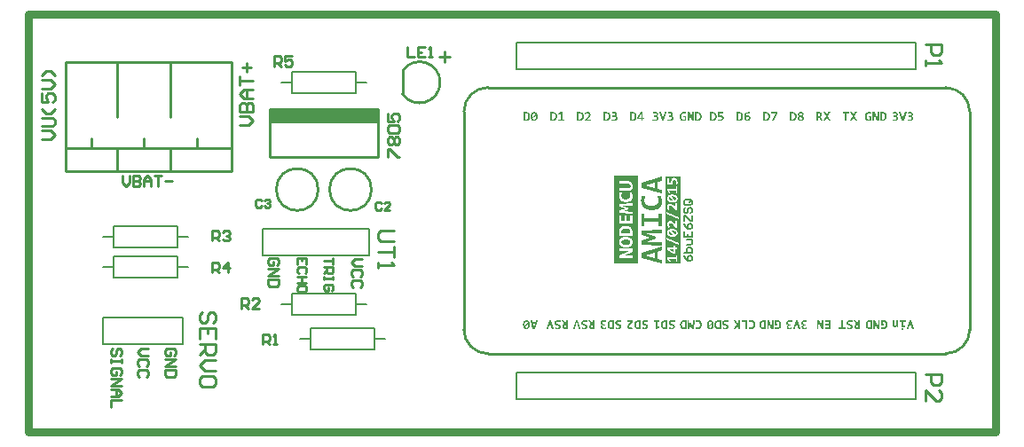
<source format=gto>
G04 Layer_Color=65535*
%FSLAX44Y44*%
%MOMM*%
G71*
G01*
G75*
%ADD21C,0.7620*%
%ADD24C,0.2540*%
%ADD25C,0.2500*%
%ADD26C,0.2000*%
%ADD27C,0.1778*%
%ADD28R,10.4000X1.3200*%
G36*
X500973Y305709D02*
X501199Y305695D01*
X501452Y305667D01*
X501734Y305624D01*
X502016Y305568D01*
X502284Y305483D01*
X502298D01*
X502312Y305469D01*
X502411Y305441D01*
X502538Y305385D01*
X502707Y305300D01*
X502890Y305201D01*
X503088Y305075D01*
X503299Y304919D01*
X503482Y304750D01*
X503510Y304722D01*
X503567Y304666D01*
X503651Y304553D01*
X503750Y304412D01*
X503863Y304229D01*
X503990Y304017D01*
X504103Y303764D01*
X504201Y303496D01*
Y303482D01*
X504215Y303468D01*
X504229Y303425D01*
X504244Y303355D01*
X504258Y303284D01*
X504272Y303200D01*
X504328Y302988D01*
X504370Y302720D01*
X504399Y302410D01*
X504427Y302058D01*
X504441Y301677D01*
Y301663D01*
Y301635D01*
Y301579D01*
Y301522D01*
Y301437D01*
X504427Y301339D01*
X504413Y301099D01*
X504384Y300831D01*
X504342Y300535D01*
X504286Y300225D01*
X504201Y299929D01*
Y299915D01*
X504187Y299901D01*
X504173Y299859D01*
X504159Y299802D01*
X504103Y299647D01*
X504018Y299464D01*
X503919Y299252D01*
X503792Y299027D01*
X503637Y298801D01*
X503454Y298576D01*
X503426Y298548D01*
X503369Y298491D01*
X503257Y298393D01*
X503102Y298266D01*
X502918Y298125D01*
X502693Y297984D01*
X502439Y297857D01*
X502157Y297730D01*
X502143D01*
X502129Y297716D01*
X502073Y297702D01*
X502016Y297688D01*
X501946Y297660D01*
X501861Y297631D01*
X501748Y297603D01*
X501636Y297589D01*
X501354Y297533D01*
X501044Y297476D01*
X500677Y297448D01*
X500282Y297434D01*
X498182D01*
Y305723D01*
X500874D01*
X500973Y305709D01*
D02*
G37*
G36*
X475231D02*
X475457Y305695D01*
X475710Y305667D01*
X475992Y305624D01*
X476274Y305568D01*
X476542Y305483D01*
X476556D01*
X476570Y305469D01*
X476669Y305441D01*
X476796Y305385D01*
X476965Y305300D01*
X477148Y305201D01*
X477346Y305075D01*
X477557Y304919D01*
X477741Y304750D01*
X477769Y304722D01*
X477825Y304666D01*
X477910Y304553D01*
X478008Y304412D01*
X478121Y304229D01*
X478248Y304017D01*
X478361Y303764D01*
X478459Y303496D01*
Y303482D01*
X478474Y303468D01*
X478488Y303425D01*
X478502Y303355D01*
X478516Y303284D01*
X478530Y303200D01*
X478586Y302988D01*
X478629Y302720D01*
X478657Y302410D01*
X478685Y302058D01*
X478699Y301677D01*
Y301663D01*
Y301635D01*
Y301579D01*
Y301522D01*
Y301437D01*
X478685Y301339D01*
X478671Y301099D01*
X478643Y300831D01*
X478600Y300535D01*
X478544Y300225D01*
X478459Y299929D01*
Y299915D01*
X478445Y299901D01*
X478431Y299859D01*
X478417Y299802D01*
X478361Y299647D01*
X478276Y299464D01*
X478177Y299252D01*
X478051Y299027D01*
X477896Y298801D01*
X477712Y298576D01*
X477684Y298548D01*
X477628Y298491D01*
X477515Y298393D01*
X477360Y298266D01*
X477177Y298125D01*
X476951Y297984D01*
X476697Y297857D01*
X476415Y297730D01*
X476401D01*
X476387Y297716D01*
X476331Y297702D01*
X476274Y297688D01*
X476204Y297660D01*
X476119Y297631D01*
X476007Y297603D01*
X475894Y297589D01*
X475612Y297533D01*
X475302Y297476D01*
X474935Y297448D01*
X474540Y297434D01*
X472440D01*
Y305723D01*
X475132D01*
X475231Y305709D01*
D02*
G37*
G36*
X482942Y305850D02*
X483111Y305836D01*
X483309Y305808D01*
X483520Y305751D01*
X483732Y305695D01*
X483957Y305610D01*
X483985Y305596D01*
X484056Y305568D01*
X484169Y305512D01*
X484296Y305427D01*
X484451Y305314D01*
X484620Y305187D01*
X484789Y305032D01*
X484944Y304849D01*
X484958Y304821D01*
X485014Y304764D01*
X485085Y304652D01*
X485184Y304497D01*
X485297Y304313D01*
X485409Y304088D01*
X485508Y303820D01*
X485607Y303538D01*
Y303524D01*
X485621Y303496D01*
X485635Y303453D01*
X485649Y303397D01*
X485663Y303312D01*
X485677Y303228D01*
X485705Y303115D01*
X485733Y303002D01*
X485776Y302720D01*
X485804Y302382D01*
X485832Y302015D01*
X485846Y301607D01*
Y301593D01*
Y301564D01*
Y301508D01*
Y301437D01*
Y301353D01*
X485832Y301240D01*
X485818Y301000D01*
X485790Y300719D01*
X485748Y300408D01*
X485691Y300098D01*
X485621Y299788D01*
Y299774D01*
X485607Y299760D01*
X485592Y299718D01*
X485578Y299661D01*
X485522Y299506D01*
X485452Y299323D01*
X485367Y299097D01*
X485240Y298872D01*
X485113Y298646D01*
X484958Y298421D01*
X484944Y298393D01*
X484888Y298336D01*
X484789Y298237D01*
X484676Y298111D01*
X484521Y297970D01*
X484338Y297829D01*
X484141Y297702D01*
X483915Y297575D01*
X483887Y297561D01*
X483802Y297533D01*
X483675Y297490D01*
X483520Y297434D01*
X483309Y297378D01*
X483069Y297335D01*
X482801Y297307D01*
X482519Y297293D01*
X482407D01*
X482266Y297307D01*
X482096Y297321D01*
X481913Y297349D01*
X481688Y297392D01*
X481476Y297448D01*
X481251Y297533D01*
X481222Y297547D01*
X481152Y297575D01*
X481039Y297631D01*
X480912Y297716D01*
X480757Y297815D01*
X480588Y297956D01*
X480419Y298097D01*
X480250Y298280D01*
X480236Y298308D01*
X480179Y298379D01*
X480109Y298491D01*
X480010Y298646D01*
X479911Y298830D01*
X479799Y299055D01*
X479700Y299323D01*
X479601Y299605D01*
Y299619D01*
X479587Y299647D01*
Y299690D01*
X479573Y299746D01*
X479545Y299830D01*
X479531Y299915D01*
X479517Y300028D01*
X479488Y300155D01*
X479446Y300437D01*
X479418Y300761D01*
X479390Y301127D01*
X479376Y301536D01*
Y301550D01*
Y301579D01*
Y301635D01*
Y301705D01*
Y301790D01*
X479390Y301903D01*
X479404Y302142D01*
X479432Y302424D01*
X479460Y302735D01*
X479517Y303045D01*
X479587Y303355D01*
Y303369D01*
X479601Y303397D01*
X479615Y303439D01*
X479630Y303496D01*
X479686Y303637D01*
X479756Y303820D01*
X479841Y304046D01*
X479954Y304271D01*
X480081Y304497D01*
X480236Y304708D01*
X480250Y304736D01*
X480320Y304807D01*
X480405Y304905D01*
X480532Y305032D01*
X480687Y305173D01*
X480870Y305314D01*
X481067Y305441D01*
X481293Y305568D01*
X481307D01*
X481321Y305582D01*
X481406Y305610D01*
X481533Y305667D01*
X481702Y305723D01*
X481913Y305765D01*
X482153Y305822D01*
X482421Y305850D01*
X482703Y305864D01*
X482815D01*
X482942Y305850D01*
D02*
G37*
G36*
X509445Y298815D02*
X511264D01*
Y297434D01*
X505738D01*
Y298815D01*
X507852D01*
Y304130D01*
X506006Y303129D01*
X505498Y304398D01*
X508134Y305779D01*
X509445D01*
Y298815D01*
D02*
G37*
G36*
X551832Y305709D02*
X552058Y305695D01*
X552312Y305667D01*
X552594Y305624D01*
X552876Y305568D01*
X553143Y305483D01*
X553158D01*
X553172Y305469D01*
X553270Y305441D01*
X553397Y305385D01*
X553566Y305300D01*
X553750Y305201D01*
X553947Y305075D01*
X554158Y304919D01*
X554342Y304750D01*
X554370Y304722D01*
X554426Y304666D01*
X554511Y304553D01*
X554609Y304412D01*
X554722Y304229D01*
X554849Y304017D01*
X554962Y303764D01*
X555061Y303496D01*
Y303482D01*
X555075Y303468D01*
X555089Y303425D01*
X555103Y303355D01*
X555117Y303284D01*
X555131Y303200D01*
X555187Y302988D01*
X555230Y302720D01*
X555258Y302410D01*
X555286Y302058D01*
X555300Y301677D01*
Y301663D01*
Y301635D01*
Y301579D01*
Y301522D01*
Y301437D01*
X555286Y301339D01*
X555272Y301099D01*
X555244Y300831D01*
X555202Y300535D01*
X555145Y300225D01*
X555061Y299929D01*
Y299915D01*
X555047Y299901D01*
X555032Y299859D01*
X555018Y299802D01*
X554962Y299647D01*
X554877Y299464D01*
X554779Y299252D01*
X554652Y299027D01*
X554497Y298801D01*
X554314Y298576D01*
X554285Y298548D01*
X554229Y298491D01*
X554116Y298393D01*
X553961Y298266D01*
X553778Y298125D01*
X553552Y297984D01*
X553298Y297857D01*
X553017Y297730D01*
X553002D01*
X552988Y297716D01*
X552932Y297702D01*
X552876Y297688D01*
X552805Y297660D01*
X552720Y297631D01*
X552608Y297603D01*
X552495Y297589D01*
X552213Y297533D01*
X551903Y297476D01*
X551536Y297448D01*
X551142Y297434D01*
X549041D01*
Y305723D01*
X551734D01*
X551832Y305709D01*
D02*
G37*
G36*
X533904Y305850D02*
X534059D01*
X534228Y305822D01*
X534411Y305793D01*
X534609Y305751D01*
X534792Y305695D01*
X534820D01*
X534877Y305667D01*
X534961Y305624D01*
X535088Y305582D01*
X535215Y305512D01*
X535356Y305427D01*
X535497Y305342D01*
X535638Y305230D01*
X535652Y305215D01*
X535694Y305173D01*
X535765Y305117D01*
X535835Y305018D01*
X535934Y304919D01*
X536018Y304778D01*
X536103Y304638D01*
X536188Y304468D01*
X536202Y304454D01*
X536216Y304384D01*
X536244Y304299D01*
X536286Y304172D01*
X536329Y304017D01*
X536357Y303834D01*
X536371Y303637D01*
X536385Y303425D01*
Y303397D01*
Y303341D01*
Y303242D01*
X536371Y303129D01*
X536357Y302988D01*
X536329Y302819D01*
X536244Y302495D01*
Y302481D01*
X536216Y302424D01*
X536188Y302340D01*
X536145Y302227D01*
X536089Y302100D01*
X536032Y301959D01*
X535863Y301663D01*
X535849Y301649D01*
X535821Y301593D01*
X535765Y301522D01*
X535694Y301409D01*
X535595Y301297D01*
X535483Y301156D01*
X535370Y301015D01*
X535229Y300860D01*
X535215Y300846D01*
X535158Y300789D01*
X535088Y300704D01*
X534989Y300606D01*
X534862Y300465D01*
X534721Y300324D01*
X534552Y300169D01*
X534383Y300000D01*
X533185Y298858D01*
X536681D01*
Y297434D01*
X531056D01*
Y298562D01*
X533002Y300535D01*
X533030Y300564D01*
X533100Y300634D01*
X533199Y300733D01*
X533326Y300860D01*
X533467Y301015D01*
X533608Y301170D01*
X533763Y301325D01*
X533890Y301480D01*
X533904Y301494D01*
X533946Y301550D01*
X534002Y301621D01*
X534087Y301719D01*
X534158Y301832D01*
X534242Y301945D01*
X534327Y302072D01*
X534397Y302185D01*
X534411Y302199D01*
X534425Y302241D01*
X534454Y302297D01*
X534496Y302382D01*
X534580Y302565D01*
X534637Y302777D01*
Y302791D01*
X534651Y302819D01*
X534665Y302875D01*
X534679Y302946D01*
X534693Y303129D01*
X534707Y303326D01*
Y303341D01*
Y303369D01*
Y303411D01*
X534693Y303468D01*
X534679Y303623D01*
X534623Y303778D01*
Y303792D01*
X534609Y303820D01*
X534566Y303904D01*
X534496Y304017D01*
X534397Y304144D01*
Y304158D01*
X534369Y304172D01*
X534299Y304229D01*
X534186Y304313D01*
X534031Y304384D01*
X534017D01*
X533988Y304398D01*
X533946Y304412D01*
X533890Y304440D01*
X533721Y304468D01*
X533523Y304482D01*
X533439D01*
X533354Y304468D01*
X533227Y304454D01*
X533086Y304426D01*
X532945Y304398D01*
X532776Y304342D01*
X532621Y304271D01*
X532607Y304257D01*
X532551Y304229D01*
X532466Y304186D01*
X532367Y304116D01*
X532240Y304046D01*
X532113Y303947D01*
X531973Y303834D01*
X531832Y303707D01*
X531014Y304750D01*
X531042Y304778D01*
X531113Y304835D01*
X531225Y304934D01*
X531366Y305046D01*
X531550Y305173D01*
X531747Y305300D01*
X531987Y305441D01*
X532226Y305554D01*
X532240D01*
X532254Y305568D01*
X532297Y305582D01*
X532339Y305596D01*
X532480Y305653D01*
X532663Y305709D01*
X532889Y305765D01*
X533129Y305822D01*
X533396Y305850D01*
X533692Y305864D01*
X533791D01*
X533904Y305850D01*
D02*
G37*
G36*
X526432Y305709D02*
X526658Y305695D01*
X526912Y305667D01*
X527194Y305624D01*
X527476Y305568D01*
X527743Y305483D01*
X527757D01*
X527772Y305469D01*
X527870Y305441D01*
X527997Y305385D01*
X528166Y305300D01*
X528350Y305201D01*
X528547Y305075D01*
X528758Y304919D01*
X528942Y304750D01*
X528970Y304722D01*
X529026Y304666D01*
X529111Y304553D01*
X529210Y304412D01*
X529322Y304229D01*
X529449Y304017D01*
X529562Y303764D01*
X529661Y303496D01*
Y303482D01*
X529675Y303468D01*
X529689Y303425D01*
X529703Y303355D01*
X529717Y303284D01*
X529731Y303200D01*
X529787Y302988D01*
X529830Y302720D01*
X529858Y302410D01*
X529886Y302058D01*
X529900Y301677D01*
Y301663D01*
Y301635D01*
Y301579D01*
Y301522D01*
Y301437D01*
X529886Y301339D01*
X529872Y301099D01*
X529844Y300831D01*
X529802Y300535D01*
X529745Y300225D01*
X529661Y299929D01*
Y299915D01*
X529646Y299901D01*
X529632Y299859D01*
X529618Y299802D01*
X529562Y299647D01*
X529477Y299464D01*
X529379Y299252D01*
X529252Y299027D01*
X529097Y298801D01*
X528913Y298576D01*
X528885Y298548D01*
X528829Y298491D01*
X528716Y298393D01*
X528561Y298266D01*
X528378Y298125D01*
X528152Y297984D01*
X527898Y297857D01*
X527617Y297730D01*
X527602D01*
X527588Y297716D01*
X527532Y297702D01*
X527476Y297688D01*
X527405Y297660D01*
X527321Y297631D01*
X527208Y297603D01*
X527095Y297589D01*
X526813Y297533D01*
X526503Y297476D01*
X526136Y297448D01*
X525742Y297434D01*
X523641D01*
Y305723D01*
X526334D01*
X526432Y305709D01*
D02*
G37*
G36*
X688231Y304412D02*
X686878D01*
X686723Y304398D01*
X686539Y304384D01*
X686356Y304356D01*
X686159Y304313D01*
X685975Y304271D01*
X685961D01*
X685905Y304243D01*
X685806Y304215D01*
X685708Y304172D01*
X685454Y304046D01*
X685327Y303961D01*
X685214Y303862D01*
X685200Y303848D01*
X685172Y303820D01*
X685116Y303764D01*
X685045Y303693D01*
X684975Y303594D01*
X684904Y303482D01*
X684834Y303369D01*
X684777Y303228D01*
Y303214D01*
X684749Y303157D01*
X684735Y303087D01*
X684707Y302988D01*
X684664Y302861D01*
X684636Y302720D01*
X684608Y302551D01*
X684594Y302382D01*
X684580Y302241D01*
X684594Y302255D01*
X684636Y302269D01*
X684707Y302297D01*
X684791Y302326D01*
X684904Y302368D01*
X685031Y302410D01*
X685172Y302453D01*
X685327Y302495D01*
X685341D01*
X685397Y302509D01*
X685482Y302537D01*
X685595Y302551D01*
X685736Y302579D01*
X685877Y302593D01*
X686215Y302608D01*
X686328D01*
X686455Y302593D01*
X686610Y302579D01*
X686793Y302565D01*
X686990Y302537D01*
X687188Y302481D01*
X687385Y302424D01*
X687413Y302410D01*
X687470Y302396D01*
X687568Y302354D01*
X687681Y302297D01*
X687822Y302227D01*
X687963Y302142D01*
X688104Y302030D01*
X688231Y301917D01*
X688245Y301903D01*
X688287Y301861D01*
X688358Y301790D01*
X688428Y301691D01*
X688513Y301579D01*
X688597Y301437D01*
X688682Y301283D01*
X688753Y301113D01*
X688767Y301099D01*
X688781Y301029D01*
X688809Y300930D01*
X688837Y300803D01*
X688865Y300648D01*
X688894Y300465D01*
X688922Y300268D01*
Y300056D01*
Y300028D01*
Y299957D01*
X688908Y299830D01*
X688894Y299675D01*
X688865Y299506D01*
X688823Y299309D01*
X688767Y299111D01*
X688682Y298914D01*
X688668Y298886D01*
X688640Y298830D01*
X688583Y298731D01*
X688513Y298618D01*
X688428Y298477D01*
X688316Y298336D01*
X688189Y298181D01*
X688048Y298040D01*
X688034Y298026D01*
X687977Y297984D01*
X687893Y297913D01*
X687780Y297829D01*
X687639Y297744D01*
X687484Y297645D01*
X687287Y297561D01*
X687089Y297476D01*
X687061Y297462D01*
X686990Y297448D01*
X686878Y297420D01*
X686737Y297392D01*
X686553Y297349D01*
X686342Y297321D01*
X686116Y297307D01*
X685863Y297293D01*
X685722D01*
X685623Y297307D01*
X685496Y297321D01*
X685369Y297335D01*
X685214Y297363D01*
X685045Y297406D01*
X684678Y297519D01*
X684495Y297589D01*
X684312Y297674D01*
X684143Y297772D01*
X683960Y297899D01*
X683804Y298040D01*
X683650Y298195D01*
X683635Y298209D01*
X683621Y298237D01*
X683579Y298294D01*
X683537Y298364D01*
X683480Y298463D01*
X683410Y298590D01*
X683339Y298731D01*
X683269Y298886D01*
X683198Y299069D01*
X683128Y299281D01*
X683072Y299506D01*
X683001Y299760D01*
X682959Y300028D01*
X682916Y300324D01*
X682902Y300648D01*
X682888Y300986D01*
Y301000D01*
Y301015D01*
Y301099D01*
Y301240D01*
X682902Y301409D01*
Y301607D01*
X682916Y301832D01*
X682959Y302283D01*
Y302297D01*
Y302312D01*
X682973Y302382D01*
X683001Y302509D01*
X683029Y302664D01*
X683072Y302833D01*
X683114Y303030D01*
X683241Y303425D01*
X683255Y303453D01*
X683283Y303510D01*
X683325Y303623D01*
X683382Y303750D01*
X683452Y303890D01*
X683551Y304060D01*
X683762Y304384D01*
X683776Y304398D01*
X683819Y304454D01*
X683889Y304539D01*
X683988Y304638D01*
X684101Y304750D01*
X684241Y304863D01*
X684397Y304990D01*
X684566Y305103D01*
X684594Y305117D01*
X684650Y305145D01*
X684763Y305201D01*
X684890Y305272D01*
X685059Y305342D01*
X685257Y305413D01*
X685482Y305483D01*
X685722Y305554D01*
X685736D01*
X685750Y305568D01*
X685792D01*
X685849Y305582D01*
X685975Y305610D01*
X686173Y305639D01*
X686398Y305667D01*
X686666Y305695D01*
X686962Y305723D01*
X688231D01*
Y304412D01*
D02*
G37*
G36*
X835339Y297434D02*
X833280D01*
X830743Y305723D01*
X832519D01*
X833915Y300719D01*
X834366Y299083D01*
X834831Y300817D01*
X836227Y305723D01*
X837890D01*
X835339Y297434D01*
D02*
G37*
G36*
X841386Y305850D02*
X841555D01*
X841739Y305822D01*
X841936Y305793D01*
X842133Y305765D01*
X842331Y305709D01*
X842359D01*
X842415Y305681D01*
X842514Y305653D01*
X842641Y305610D01*
X842768Y305554D01*
X842923Y305483D01*
X843064Y305399D01*
X843205Y305300D01*
X843219Y305286D01*
X843261Y305258D01*
X843332Y305201D01*
X843402Y305117D01*
X843487Y305018D01*
X843585Y304905D01*
X843670Y304778D01*
X843740Y304638D01*
X843755Y304624D01*
X843769Y304567D01*
X843797Y304497D01*
X843839Y304384D01*
X843867Y304257D01*
X843896Y304116D01*
X843910Y303947D01*
X843924Y303778D01*
Y303764D01*
Y303750D01*
Y303707D01*
Y303651D01*
X843910Y303524D01*
X843882Y303341D01*
X843839Y303157D01*
X843769Y302946D01*
X843684Y302749D01*
X843571Y302565D01*
X843557Y302551D01*
X843501Y302495D01*
X843430Y302410D01*
X843318Y302297D01*
X843177Y302185D01*
X843008Y302072D01*
X842824Y301945D01*
X842599Y301846D01*
X842613D01*
X842669Y301832D01*
X842740Y301818D01*
X842838Y301790D01*
X842951Y301762D01*
X843078Y301719D01*
X843318Y301621D01*
X843332D01*
X843374Y301593D01*
X843430Y301564D01*
X843515Y301508D01*
X843684Y301395D01*
X843867Y301226D01*
X843882Y301212D01*
X843910Y301184D01*
X843952Y301127D01*
X844008Y301071D01*
X844065Y300986D01*
X844121Y300888D01*
X844234Y300662D01*
Y300648D01*
X844248Y300606D01*
X844276Y300549D01*
X844304Y300465D01*
X844318Y300352D01*
X844347Y300239D01*
X844361Y299957D01*
Y299929D01*
Y299859D01*
X844347Y299746D01*
X844333Y299591D01*
X844304Y299422D01*
X844262Y299238D01*
X844206Y299041D01*
X844121Y298858D01*
X844107Y298830D01*
X844079Y298773D01*
X844022Y298689D01*
X843952Y298562D01*
X843853Y298435D01*
X843726Y298294D01*
X843585Y298153D01*
X843416Y298012D01*
X843402Y297998D01*
X843332Y297956D01*
X843233Y297899D01*
X843092Y297815D01*
X842923Y297730D01*
X842726Y297645D01*
X842486Y297561D01*
X842232Y297490D01*
X842218D01*
X842204Y297476D01*
X842162D01*
X842105Y297462D01*
X841964Y297434D01*
X841753Y297406D01*
X841513Y297363D01*
X841231Y297335D01*
X840907Y297321D01*
X840555Y297307D01*
X840273D01*
X840104Y297321D01*
X840019D01*
X839948Y297335D01*
X839807D01*
X839624Y297349D01*
X839540D01*
X839483Y297363D01*
X839342Y297378D01*
X839173Y297392D01*
X839089D01*
X839046Y297406D01*
X838905Y297420D01*
X838778Y297434D01*
Y298773D01*
X838792D01*
X838849Y298759D01*
X838933Y298745D01*
X839032Y298731D01*
X839173Y298703D01*
X839314Y298689D01*
X839483Y298660D01*
X839667Y298646D01*
X839751D01*
X839850Y298632D01*
X839977D01*
X840132Y298618D01*
X840315D01*
X840512Y298604D01*
X840893D01*
X841020Y298618D01*
X841161D01*
X841316Y298646D01*
X841612Y298689D01*
X841626D01*
X841682Y298703D01*
X841739Y298731D01*
X841837Y298759D01*
X842035Y298830D01*
X842232Y298942D01*
X842246Y298957D01*
X842274Y298971D01*
X842317Y299013D01*
X842373Y299055D01*
X842500Y299182D01*
X842599Y299351D01*
Y299365D01*
X842613Y299394D01*
X842641Y299450D01*
X842669Y299520D01*
X842683Y299605D01*
X842711Y299704D01*
X842726Y299915D01*
Y299929D01*
Y299957D01*
Y300014D01*
X842711Y300084D01*
X842669Y300239D01*
X842599Y300408D01*
Y300423D01*
X842570Y300451D01*
X842542Y300493D01*
X842500Y300535D01*
X842387Y300662D01*
X842218Y300789D01*
X842204Y300803D01*
X842176Y300817D01*
X842119Y300846D01*
X842049Y300874D01*
X841964Y300916D01*
X841852Y300958D01*
X841739Y301000D01*
X841598Y301029D01*
X841584D01*
X841527Y301043D01*
X841457Y301057D01*
X841344Y301085D01*
X841217Y301099D01*
X841062Y301113D01*
X840879Y301127D01*
X839779D01*
Y302312D01*
X840794D01*
X840907Y302326D01*
X841048D01*
X841175Y302354D01*
X841316Y302368D01*
X841443Y302396D01*
X841457D01*
X841499Y302410D01*
X841555Y302438D01*
X841626Y302467D01*
X841795Y302551D01*
X841964Y302664D01*
X841978Y302678D01*
X841992Y302692D01*
X842077Y302777D01*
X842162Y302904D01*
X842246Y303059D01*
Y303073D01*
X842260Y303101D01*
X842274Y303143D01*
X842289Y303200D01*
X842317Y303355D01*
X842331Y303524D01*
Y303552D01*
Y303608D01*
X842317Y303693D01*
X842289Y303806D01*
X842246Y303933D01*
X842190Y304060D01*
X842105Y304186D01*
X841992Y304299D01*
X841978Y304313D01*
X841936Y304342D01*
X841852Y304384D01*
X841739Y304440D01*
X841598Y304482D01*
X841429Y304525D01*
X841217Y304553D01*
X840977Y304567D01*
X840794D01*
X840667Y304553D01*
X840512Y304539D01*
X840343Y304525D01*
X839991Y304468D01*
X839977D01*
X839906Y304454D01*
X839807Y304426D01*
X839695Y304398D01*
X839540Y304370D01*
X839370Y304313D01*
X839004Y304215D01*
Y305512D01*
X839018D01*
X839046Y305526D01*
X839103Y305540D01*
X839173Y305568D01*
X839356Y305610D01*
X839540Y305653D01*
X839554D01*
X839582Y305667D01*
X839638Y305681D01*
X839709Y305695D01*
X839878Y305737D01*
X840061Y305765D01*
X840075D01*
X840104Y305779D01*
X840160D01*
X840230Y305793D01*
X840399Y305822D01*
X840583Y305836D01*
X840625D01*
X840682Y305850D01*
X840752D01*
X840935Y305864D01*
X841259D01*
X841386Y305850D01*
D02*
G37*
G36*
X678462Y305709D02*
X678687Y305695D01*
X678941Y305667D01*
X679223Y305624D01*
X679505Y305568D01*
X679773Y305483D01*
X679787D01*
X679801Y305469D01*
X679900Y305441D01*
X680026Y305385D01*
X680196Y305300D01*
X680379Y305201D01*
X680576Y305075D01*
X680788Y304919D01*
X680971Y304750D01*
X680999Y304722D01*
X681056Y304666D01*
X681140Y304553D01*
X681239Y304412D01*
X681352Y304229D01*
X681479Y304017D01*
X681591Y303764D01*
X681690Y303496D01*
Y303482D01*
X681704Y303468D01*
X681718Y303425D01*
X681732Y303355D01*
X681746Y303284D01*
X681760Y303200D01*
X681817Y302988D01*
X681859Y302720D01*
X681887Y302410D01*
X681916Y302058D01*
X681930Y301677D01*
Y301663D01*
Y301635D01*
Y301579D01*
Y301522D01*
Y301437D01*
X681916Y301339D01*
X681901Y301099D01*
X681873Y300831D01*
X681831Y300535D01*
X681775Y300225D01*
X681690Y299929D01*
Y299915D01*
X681676Y299901D01*
X681662Y299859D01*
X681648Y299802D01*
X681591Y299647D01*
X681507Y299464D01*
X681408Y299252D01*
X681281Y299027D01*
X681126Y298801D01*
X680943Y298576D01*
X680915Y298548D01*
X680858Y298491D01*
X680745Y298393D01*
X680590Y298266D01*
X680407Y298125D01*
X680182Y297984D01*
X679928Y297857D01*
X679646Y297730D01*
X679632D01*
X679618Y297716D01*
X679561Y297702D01*
X679505Y297688D01*
X679435Y297660D01*
X679350Y297631D01*
X679237Y297603D01*
X679124Y297589D01*
X678842Y297533D01*
X678532Y297476D01*
X678166Y297448D01*
X677771Y297434D01*
X675671D01*
Y305723D01*
X678363D01*
X678462Y305709D01*
D02*
G37*
G36*
X635100Y98645D02*
X633338D01*
X632605Y101013D01*
X632253Y102338D01*
X631900Y101084D01*
X631139Y98645D01*
X629334D01*
X628926Y106934D01*
X630307D01*
X630462Y102254D01*
X630518Y100379D01*
X630913Y101648D01*
X631829Y104467D01*
X632816D01*
X633648Y101648D01*
X634001Y100379D01*
X634043Y102212D01*
X634184Y106934D01*
X635509D01*
X635100Y98645D01*
D02*
G37*
G36*
X638934Y107033D02*
X639019D01*
X639245Y107019D01*
X639484Y106990D01*
X639752Y106934D01*
X640020Y106878D01*
X640288Y106793D01*
X640302D01*
X640316Y106779D01*
X640400Y106737D01*
X640527Y106680D01*
X640697Y106596D01*
X640880Y106483D01*
X641077Y106342D01*
X641274Y106187D01*
X641458Y106004D01*
X641472Y105975D01*
X641528Y105905D01*
X641613Y105792D01*
X641726Y105651D01*
X641838Y105454D01*
X641951Y105242D01*
X642064Y104989D01*
X642163Y104721D01*
Y104707D01*
X642177Y104678D01*
X642191Y104636D01*
X642205Y104580D01*
X642219Y104509D01*
X642233Y104425D01*
X642275Y104199D01*
X642332Y103946D01*
X642360Y103635D01*
X642388Y103283D01*
X642402Y102916D01*
Y102902D01*
Y102874D01*
Y102818D01*
Y102733D01*
X642388Y102648D01*
Y102536D01*
X642374Y102296D01*
X642346Y102000D01*
X642290Y101690D01*
X642233Y101366D01*
X642149Y101056D01*
Y101041D01*
X642134Y101013D01*
X642120Y100971D01*
X642092Y100915D01*
X642036Y100774D01*
X641951Y100576D01*
X641838Y100365D01*
X641712Y100125D01*
X641556Y99900D01*
X641387Y99674D01*
X641359Y99646D01*
X641303Y99575D01*
X641190Y99477D01*
X641049Y99350D01*
X640866Y99209D01*
X640654Y99068D01*
X640429Y98941D01*
X640175Y98814D01*
X640161D01*
X640147Y98800D01*
X640105Y98786D01*
X640048Y98772D01*
X639907Y98715D01*
X639710Y98659D01*
X639484Y98617D01*
X639216Y98560D01*
X638920Y98532D01*
X638596Y98518D01*
X638244D01*
X638060Y98532D01*
X637962D01*
X637905Y98546D01*
X637750Y98560D01*
X637567Y98589D01*
X637525D01*
X637482Y98603D01*
X637412D01*
X637257Y98631D01*
X637074Y98673D01*
X637060D01*
X637031Y98687D01*
X636975Y98701D01*
X636919Y98715D01*
X636749Y98758D01*
X636552Y98814D01*
Y100365D01*
X636580Y100351D01*
X636651Y100323D01*
X636749Y100280D01*
X636890Y100224D01*
X637045Y100168D01*
X637229Y100111D01*
X637595Y100012D01*
X637609D01*
X637680Y99998D01*
X637764Y99970D01*
X637877Y99956D01*
X638018Y99928D01*
X638159Y99914D01*
X638469Y99900D01*
X638568D01*
X638681Y99914D01*
X638822Y99928D01*
X638977Y99956D01*
X639146Y99998D01*
X639315Y100055D01*
X639484Y100125D01*
X639498Y100139D01*
X639555Y100168D01*
X639625Y100210D01*
X639724Y100280D01*
X639837Y100365D01*
X639949Y100463D01*
X640062Y100576D01*
X640175Y100717D01*
X640189Y100731D01*
X640217Y100788D01*
X640260Y100872D01*
X640330Y100971D01*
X640386Y101112D01*
X640457Y101267D01*
X640513Y101436D01*
X640570Y101634D01*
Y101662D01*
X640584Y101718D01*
X640598Y101831D01*
X640626Y101972D01*
X640640Y102141D01*
X640668Y102338D01*
X640683Y102564D01*
Y102789D01*
Y102804D01*
Y102818D01*
Y102902D01*
X640668Y103029D01*
Y103198D01*
X640654Y103382D01*
X640626Y103579D01*
X640556Y104002D01*
Y104030D01*
X640527Y104086D01*
X640499Y104185D01*
X640457Y104312D01*
X640400Y104453D01*
X640330Y104594D01*
X640260Y104749D01*
X640161Y104890D01*
X640147Y104904D01*
X640105Y104946D01*
X640048Y105017D01*
X639963Y105101D01*
X639865Y105186D01*
X639738Y105285D01*
X639611Y105369D01*
X639456Y105454D01*
X639442Y105468D01*
X639385Y105482D01*
X639287Y105510D01*
X639174Y105538D01*
X639019Y105581D01*
X638850Y105609D01*
X638667Y105623D01*
X638455Y105637D01*
X638314D01*
X638173Y105623D01*
X638004Y105609D01*
X637990D01*
X637962Y105595D01*
X637905D01*
X637849Y105581D01*
X637694Y105538D01*
X637511Y105496D01*
X637496D01*
X637468Y105482D01*
X637412Y105468D01*
X637356Y105454D01*
X637201Y105398D01*
X637017Y105341D01*
X637003D01*
X636975Y105327D01*
X636919Y105299D01*
X636862Y105285D01*
X636707Y105214D01*
X636552Y105144D01*
Y106610D01*
X636580Y106624D01*
X636651Y106652D01*
X636763Y106680D01*
X636904Y106737D01*
X637060Y106793D01*
X637243Y106835D01*
X637637Y106934D01*
X637666D01*
X637722Y106948D01*
X637821Y106962D01*
X637962Y106990D01*
X638117Y107004D01*
X638300Y107033D01*
X638497Y107047D01*
X638864D01*
X638934Y107033D01*
D02*
G37*
G36*
X628080Y98645D02*
X625387D01*
X625289Y98659D01*
X625063Y98673D01*
X624809Y98701D01*
X624527Y98744D01*
X624245Y98800D01*
X623978Y98885D01*
X623963D01*
X623949Y98899D01*
X623851Y98927D01*
X623724Y98983D01*
X623555Y99068D01*
X623371Y99167D01*
X623174Y99293D01*
X622962Y99448D01*
X622779Y99618D01*
X622751Y99646D01*
X622695Y99702D01*
X622610Y99815D01*
X622511Y99956D01*
X622399Y100139D01*
X622272Y100351D01*
X622159Y100604D01*
X622060Y100872D01*
Y100886D01*
X622046Y100900D01*
X622032Y100943D01*
X622018Y101013D01*
X622004Y101084D01*
X621990Y101168D01*
X621934Y101380D01*
X621891Y101648D01*
X621863Y101958D01*
X621835Y102310D01*
X621821Y102691D01*
Y102705D01*
Y102733D01*
Y102789D01*
Y102846D01*
Y102930D01*
X621835Y103029D01*
X621849Y103269D01*
X621877Y103537D01*
X621919Y103833D01*
X621976Y104143D01*
X622060Y104439D01*
Y104453D01*
X622074Y104467D01*
X622089Y104509D01*
X622103Y104566D01*
X622159Y104721D01*
X622244Y104904D01*
X622342Y105115D01*
X622469Y105341D01*
X622624Y105567D01*
X622808Y105792D01*
X622836Y105820D01*
X622892Y105877D01*
X623005Y105975D01*
X623160Y106102D01*
X623343Y106243D01*
X623569Y106384D01*
X623823Y106511D01*
X624104Y106638D01*
X624118D01*
X624133Y106652D01*
X624189Y106666D01*
X624245Y106680D01*
X624316Y106708D01*
X624400Y106737D01*
X624513Y106765D01*
X624626Y106779D01*
X624908Y106835D01*
X625218Y106892D01*
X625585Y106920D01*
X625979Y106934D01*
X628080D01*
Y98645D01*
D02*
G37*
G36*
X559135Y305850D02*
X559304D01*
X559487Y305822D01*
X559684Y305793D01*
X559882Y305765D01*
X560079Y305709D01*
X560107D01*
X560164Y305681D01*
X560262Y305653D01*
X560389Y305610D01*
X560516Y305554D01*
X560671Y305483D01*
X560812Y305399D01*
X560953Y305300D01*
X560967Y305286D01*
X561009Y305258D01*
X561080Y305201D01*
X561151Y305117D01*
X561235Y305018D01*
X561334Y304905D01*
X561418Y304778D01*
X561489Y304638D01*
X561503Y304624D01*
X561517Y304567D01*
X561545Y304497D01*
X561587Y304384D01*
X561616Y304257D01*
X561644Y304116D01*
X561658Y303947D01*
X561672Y303778D01*
Y303764D01*
Y303750D01*
Y303707D01*
Y303651D01*
X561658Y303524D01*
X561630Y303341D01*
X561587Y303157D01*
X561517Y302946D01*
X561432Y302749D01*
X561320Y302565D01*
X561306Y302551D01*
X561249Y302495D01*
X561179Y302410D01*
X561066Y302297D01*
X560925Y302185D01*
X560756Y302072D01*
X560573Y301945D01*
X560347Y301846D01*
X560361D01*
X560418Y301832D01*
X560488Y301818D01*
X560587Y301790D01*
X560699Y301762D01*
X560826Y301719D01*
X561066Y301621D01*
X561080D01*
X561122Y301593D01*
X561179Y301564D01*
X561263Y301508D01*
X561432Y301395D01*
X561616Y301226D01*
X561630Y301212D01*
X561658Y301184D01*
X561700Y301127D01*
X561757Y301071D01*
X561813Y300986D01*
X561870Y300888D01*
X561982Y300662D01*
Y300648D01*
X561996Y300606D01*
X562024Y300549D01*
X562053Y300465D01*
X562067Y300352D01*
X562095Y300239D01*
X562109Y299957D01*
Y299929D01*
Y299859D01*
X562095Y299746D01*
X562081Y299591D01*
X562053Y299422D01*
X562010Y299238D01*
X561954Y299041D01*
X561870Y298858D01*
X561855Y298830D01*
X561827Y298773D01*
X561771Y298689D01*
X561700Y298562D01*
X561602Y298435D01*
X561475Y298294D01*
X561334Y298153D01*
X561165Y298012D01*
X561151Y297998D01*
X561080Y297956D01*
X560981Y297899D01*
X560840Y297815D01*
X560671Y297730D01*
X560474Y297645D01*
X560234Y297561D01*
X559981Y297490D01*
X559966D01*
X559952Y297476D01*
X559910D01*
X559854Y297462D01*
X559713Y297434D01*
X559501Y297406D01*
X559262Y297363D01*
X558980Y297335D01*
X558655Y297321D01*
X558303Y297307D01*
X558021D01*
X557852Y297321D01*
X557767D01*
X557697Y297335D01*
X557556D01*
X557373Y297349D01*
X557288D01*
X557231Y297363D01*
X557091Y297378D01*
X556921Y297392D01*
X556837D01*
X556795Y297406D01*
X556654Y297420D01*
X556527Y297434D01*
Y298773D01*
X556541D01*
X556597Y298759D01*
X556682Y298745D01*
X556780Y298731D01*
X556921Y298703D01*
X557062Y298689D01*
X557231Y298660D01*
X557415Y298646D01*
X557499D01*
X557598Y298632D01*
X557725D01*
X557880Y298618D01*
X558063D01*
X558261Y298604D01*
X558641D01*
X558768Y298618D01*
X558909D01*
X559064Y298646D01*
X559360Y298689D01*
X559374D01*
X559431Y298703D01*
X559487Y298731D01*
X559586Y298759D01*
X559783Y298830D01*
X559981Y298942D01*
X559995Y298957D01*
X560023Y298971D01*
X560065Y299013D01*
X560121Y299055D01*
X560248Y299182D01*
X560347Y299351D01*
Y299365D01*
X560361Y299394D01*
X560389Y299450D01*
X560418Y299520D01*
X560432Y299605D01*
X560460Y299704D01*
X560474Y299915D01*
Y299929D01*
Y299957D01*
Y300014D01*
X560460Y300084D01*
X560418Y300239D01*
X560347Y300408D01*
Y300423D01*
X560319Y300451D01*
X560291Y300493D01*
X560248Y300535D01*
X560135Y300662D01*
X559966Y300789D01*
X559952Y300803D01*
X559924Y300817D01*
X559868Y300846D01*
X559797Y300874D01*
X559713Y300916D01*
X559600Y300958D01*
X559487Y301000D01*
X559346Y301029D01*
X559332D01*
X559276Y301043D01*
X559205Y301057D01*
X559092Y301085D01*
X558965Y301099D01*
X558810Y301113D01*
X558627Y301127D01*
X557528D01*
Y302312D01*
X558543D01*
X558655Y302326D01*
X558796D01*
X558923Y302354D01*
X559064Y302368D01*
X559191Y302396D01*
X559205D01*
X559247Y302410D01*
X559304Y302438D01*
X559374Y302467D01*
X559543Y302551D01*
X559713Y302664D01*
X559727Y302678D01*
X559741Y302692D01*
X559825Y302777D01*
X559910Y302904D01*
X559995Y303059D01*
Y303073D01*
X560009Y303101D01*
X560023Y303143D01*
X560037Y303200D01*
X560065Y303355D01*
X560079Y303524D01*
Y303552D01*
Y303608D01*
X560065Y303693D01*
X560037Y303806D01*
X559995Y303933D01*
X559938Y304060D01*
X559854Y304186D01*
X559741Y304299D01*
X559727Y304313D01*
X559684Y304342D01*
X559600Y304384D01*
X559487Y304440D01*
X559346Y304482D01*
X559177Y304525D01*
X558965Y304553D01*
X558726Y304567D01*
X558543D01*
X558416Y304553D01*
X558261Y304539D01*
X558092Y304525D01*
X557739Y304468D01*
X557725D01*
X557654Y304454D01*
X557556Y304426D01*
X557443Y304398D01*
X557288Y304370D01*
X557119Y304313D01*
X556752Y304215D01*
Y305512D01*
X556766D01*
X556795Y305526D01*
X556851Y305540D01*
X556921Y305568D01*
X557105Y305610D01*
X557288Y305653D01*
X557302D01*
X557330Y305667D01*
X557387Y305681D01*
X557457Y305695D01*
X557626Y305737D01*
X557809Y305765D01*
X557824D01*
X557852Y305779D01*
X557908D01*
X557979Y305793D01*
X558148Y305822D01*
X558331Y305836D01*
X558373D01*
X558430Y305850D01*
X558500D01*
X558684Y305864D01*
X559008D01*
X559135Y305850D01*
D02*
G37*
G36*
X663026Y304257D02*
X659685D01*
Y302579D01*
X660503D01*
X660672Y302565D01*
X660855Y302551D01*
X661053Y302523D01*
X661490Y302453D01*
X661518D01*
X661588Y302424D01*
X661701Y302396D01*
X661828Y302368D01*
X661997Y302312D01*
X662166Y302241D01*
X662336Y302157D01*
X662505Y302058D01*
X662519Y302044D01*
X662575Y302001D01*
X662660Y301945D01*
X662758Y301861D01*
X662871Y301748D01*
X662984Y301621D01*
X663097Y301466D01*
X663210Y301297D01*
X663224Y301268D01*
X663252Y301212D01*
X663294Y301113D01*
X663351Y300972D01*
X663393Y300789D01*
X663435Y300578D01*
X663463Y300352D01*
X663477Y300084D01*
Y300070D01*
Y300056D01*
Y299972D01*
X663463Y299845D01*
X663449Y299675D01*
X663407Y299492D01*
X663365Y299295D01*
X663294Y299083D01*
X663195Y298886D01*
X663181Y298858D01*
X663139Y298801D01*
X663083Y298703D01*
X662998Y298590D01*
X662885Y298449D01*
X662744Y298308D01*
X662589Y298167D01*
X662420Y298026D01*
X662392Y298012D01*
X662336Y297970D01*
X662223Y297899D01*
X662096Y297829D01*
X661913Y297744D01*
X661715Y297645D01*
X661490Y297561D01*
X661250Y297490D01*
X661236D01*
X661222Y297476D01*
X661180D01*
X661137Y297462D01*
X660996Y297434D01*
X660813Y297406D01*
X660602Y297363D01*
X660348Y297335D01*
X660080Y297321D01*
X659784Y297307D01*
X659516D01*
X659361Y297321D01*
X659276D01*
X659220Y297335D01*
X659079Y297349D01*
X658910Y297363D01*
X658825D01*
X658769Y297378D01*
X658628Y297392D01*
X658473Y297406D01*
X658431D01*
X658402Y297420D01*
X658346D01*
X658219Y297448D01*
X658078Y297462D01*
Y298815D01*
X658092D01*
X658135Y298801D01*
X658219Y298787D01*
X658318Y298759D01*
X658431Y298731D01*
X658572Y298703D01*
X658727Y298689D01*
X658896Y298660D01*
X658980D01*
X659079Y298646D01*
X659192D01*
X659347Y298632D01*
X659502D01*
X659854Y298618D01*
X660010D01*
X660094Y298632D01*
X660179D01*
X660390Y298660D01*
X660630Y298703D01*
X660869Y298773D01*
X661109Y298858D01*
X661306Y298971D01*
X661335Y298985D01*
X661391Y299041D01*
X661461Y299126D01*
X661560Y299238D01*
X661659Y299379D01*
X661729Y299548D01*
X661786Y299760D01*
X661814Y299986D01*
Y300000D01*
Y300014D01*
Y300098D01*
X661786Y300211D01*
X661758Y300352D01*
X661701Y300521D01*
X661617Y300676D01*
X661504Y300831D01*
X661349Y300972D01*
X661320Y300986D01*
X661264Y301029D01*
X661151Y301085D01*
X660982Y301141D01*
X660785Y301198D01*
X660517Y301254D01*
X660221Y301297D01*
X659854Y301311D01*
X658233D01*
Y305723D01*
X663026D01*
Y304257D01*
D02*
G37*
G36*
X653285Y305709D02*
X653511Y305695D01*
X653764Y305667D01*
X654046Y305624D01*
X654328Y305568D01*
X654596Y305483D01*
X654610D01*
X654624Y305469D01*
X654723Y305441D01*
X654850Y305385D01*
X655019Y305300D01*
X655202Y305201D01*
X655400Y305075D01*
X655611Y304919D01*
X655795Y304750D01*
X655823Y304722D01*
X655879Y304666D01*
X655964Y304553D01*
X656062Y304412D01*
X656175Y304229D01*
X656302Y304017D01*
X656415Y303764D01*
X656513Y303496D01*
Y303482D01*
X656527Y303468D01*
X656542Y303425D01*
X656556Y303355D01*
X656570Y303284D01*
X656584Y303200D01*
X656640Y302988D01*
X656683Y302720D01*
X656711Y302410D01*
X656739Y302058D01*
X656753Y301677D01*
Y301663D01*
Y301635D01*
Y301579D01*
Y301522D01*
Y301437D01*
X656739Y301339D01*
X656725Y301099D01*
X656697Y300831D01*
X656654Y300535D01*
X656598Y300225D01*
X656513Y299929D01*
Y299915D01*
X656499Y299901D01*
X656485Y299859D01*
X656471Y299802D01*
X656415Y299647D01*
X656330Y299464D01*
X656232Y299252D01*
X656105Y299027D01*
X655949Y298801D01*
X655766Y298576D01*
X655738Y298548D01*
X655682Y298491D01*
X655569Y298393D01*
X655414Y298266D01*
X655231Y298125D01*
X655005Y297984D01*
X654751Y297857D01*
X654469Y297730D01*
X654455D01*
X654441Y297716D01*
X654385Y297702D01*
X654328Y297688D01*
X654258Y297660D01*
X654173Y297631D01*
X654061Y297603D01*
X653948Y297589D01*
X653666Y297533D01*
X653356Y297476D01*
X652989Y297448D01*
X652595Y297434D01*
X650494D01*
Y305723D01*
X653186D01*
X653285Y305709D01*
D02*
G37*
G36*
X625922Y305850D02*
X626091Y305836D01*
X626275Y305822D01*
X626669Y305751D01*
X626698D01*
X626768Y305737D01*
X626867Y305709D01*
X627008Y305681D01*
X627177Y305653D01*
X627360Y305596D01*
X627769Y305497D01*
Y303961D01*
X627741Y303975D01*
X627684Y304003D01*
X627586Y304031D01*
X627459Y304088D01*
X627304Y304144D01*
X627120Y304201D01*
X626937Y304257D01*
X626726Y304313D01*
X626698Y304327D01*
X626627Y304342D01*
X626514Y304370D01*
X626373Y304398D01*
X626204Y304426D01*
X626007Y304440D01*
X625795Y304468D01*
X625485D01*
X625372Y304454D01*
X625246Y304440D01*
X625076Y304412D01*
X624907Y304384D01*
X624724Y304327D01*
X624555Y304257D01*
X624541Y304243D01*
X624484Y304215D01*
X624400Y304172D01*
X624287Y304116D01*
X624174Y304031D01*
X624047Y303933D01*
X623920Y303820D01*
X623808Y303679D01*
X623793Y303665D01*
X623765Y303608D01*
X623709Y303538D01*
X623638Y303425D01*
X623568Y303298D01*
X623498Y303143D01*
X623427Y302960D01*
X623357Y302763D01*
Y302735D01*
X623328Y302664D01*
X623314Y302551D01*
X623286Y302410D01*
X623258Y302227D01*
X623230Y302015D01*
X623215Y301790D01*
X623201Y301536D01*
Y301522D01*
Y301508D01*
Y301423D01*
Y301297D01*
X623215Y301141D01*
X623230Y300958D01*
X623244Y300747D01*
X623314Y300338D01*
Y300310D01*
X623342Y300253D01*
X623371Y300155D01*
X623413Y300028D01*
X623469Y299887D01*
X623540Y299732D01*
X623709Y299436D01*
X623723Y299422D01*
X623751Y299379D01*
X623822Y299309D01*
X623892Y299224D01*
X623991Y299140D01*
X624118Y299041D01*
X624245Y298957D01*
X624400Y298872D01*
X624414Y298858D01*
X624470Y298844D01*
X624569Y298815D01*
X624682Y298787D01*
X624837Y298745D01*
X625006Y298717D01*
X625217Y298703D01*
X625429Y298689D01*
X625697D01*
X625753Y298703D01*
X625824D01*
X625894Y298717D01*
X625908D01*
X625950Y298731D01*
X626007Y298745D01*
X626077Y298759D01*
X626091D01*
X626134Y298773D01*
X626190Y298801D01*
X626260Y298815D01*
Y300944D01*
X624851D01*
Y302227D01*
X627797D01*
Y297801D01*
X627769Y297786D01*
X627698Y297758D01*
X627586Y297716D01*
X627430Y297660D01*
X627247Y297589D01*
X627050Y297533D01*
X626824Y297462D01*
X626599Y297420D01*
X626571D01*
X626486Y297406D01*
X626359Y297378D01*
X626204Y297363D01*
X625993Y297335D01*
X625767Y297307D01*
X625513Y297293D01*
X625104D01*
X625020Y297307D01*
X624935D01*
X624724Y297321D01*
X624484Y297349D01*
X624230Y297406D01*
X623963Y297462D01*
X623695Y297547D01*
X623681D01*
X623667Y297561D01*
X623582Y297603D01*
X623455Y297660D01*
X623286Y297744D01*
X623103Y297857D01*
X622905Y297998D01*
X622708Y298153D01*
X622525Y298336D01*
X622511Y298364D01*
X622440Y298435D01*
X622356Y298548D01*
X622257Y298703D01*
X622130Y298886D01*
X622017Y299111D01*
X621890Y299365D01*
X621792Y299647D01*
Y299661D01*
X621778Y299690D01*
X621764Y299732D01*
X621749Y299788D01*
X621735Y299859D01*
X621707Y299957D01*
X621665Y300169D01*
X621623Y300437D01*
X621580Y300747D01*
X621552Y301085D01*
X621538Y301452D01*
Y301466D01*
Y301494D01*
Y301550D01*
Y301635D01*
X621552Y301719D01*
Y301832D01*
X621566Y302072D01*
X621609Y302368D01*
X621651Y302678D01*
X621721Y303002D01*
X621806Y303312D01*
Y303326D01*
X621820Y303355D01*
X621834Y303397D01*
X621862Y303453D01*
X621919Y303594D01*
X622003Y303792D01*
X622116Y304003D01*
X622243Y304243D01*
X622398Y304468D01*
X622581Y304694D01*
X622609Y304722D01*
X622680Y304793D01*
X622793Y304891D01*
X622934Y305018D01*
X623117Y305159D01*
X623342Y305300D01*
X623582Y305427D01*
X623850Y305554D01*
X623864D01*
X623878Y305568D01*
X623920Y305582D01*
X623991Y305596D01*
X624061Y305624D01*
X624146Y305653D01*
X624357Y305709D01*
X624611Y305765D01*
X624893Y305822D01*
X625217Y305850D01*
X625570Y305864D01*
X625781D01*
X625922Y305850D01*
D02*
G37*
G36*
X475555Y107061D02*
X475724Y107047D01*
X475907Y107019D01*
X476133Y106976D01*
X476344Y106920D01*
X476570Y106835D01*
X476598Y106821D01*
X476669Y106793D01*
X476781Y106737D01*
X476908Y106652D01*
X477063Y106553D01*
X477232Y106412D01*
X477402Y106271D01*
X477571Y106088D01*
X477585Y106060D01*
X477641Y105990D01*
X477712Y105877D01*
X477810Y105722D01*
X477909Y105538D01*
X478022Y105313D01*
X478120Y105045D01*
X478219Y104763D01*
Y104749D01*
X478233Y104721D01*
Y104678D01*
X478247Y104622D01*
X478275Y104537D01*
X478290Y104453D01*
X478304Y104340D01*
X478332Y104213D01*
X478374Y103931D01*
X478402Y103607D01*
X478431Y103241D01*
X478445Y102832D01*
Y102818D01*
Y102789D01*
Y102733D01*
Y102663D01*
Y102578D01*
X478431Y102465D01*
X478416Y102226D01*
X478388Y101944D01*
X478360Y101634D01*
X478304Y101323D01*
X478233Y101013D01*
Y100999D01*
X478219Y100971D01*
X478205Y100929D01*
X478191Y100872D01*
X478135Y100731D01*
X478064Y100548D01*
X477980Y100323D01*
X477867Y100097D01*
X477740Y99871D01*
X477585Y99660D01*
X477571Y99632D01*
X477500Y99561D01*
X477416Y99463D01*
X477289Y99336D01*
X477134Y99195D01*
X476950Y99054D01*
X476753Y98927D01*
X476527Y98800D01*
X476513D01*
X476499Y98786D01*
X476415Y98758D01*
X476288Y98701D01*
X476119Y98645D01*
X475907Y98603D01*
X475668Y98546D01*
X475400Y98518D01*
X475118Y98504D01*
X475005D01*
X474878Y98518D01*
X474709Y98532D01*
X474512Y98560D01*
X474300Y98617D01*
X474089Y98673D01*
X473863Y98758D01*
X473835Y98772D01*
X473764Y98800D01*
X473652Y98856D01*
X473525Y98941D01*
X473370Y99054D01*
X473201Y99181D01*
X473031Y99336D01*
X472876Y99519D01*
X472862Y99547D01*
X472806Y99604D01*
X472735Y99716D01*
X472637Y99871D01*
X472524Y100055D01*
X472411Y100280D01*
X472313Y100548D01*
X472214Y100830D01*
Y100844D01*
X472200Y100872D01*
X472186Y100915D01*
X472172Y100971D01*
X472157Y101056D01*
X472143Y101140D01*
X472115Y101253D01*
X472087Y101366D01*
X472045Y101648D01*
X472016Y101986D01*
X471988Y102353D01*
X471974Y102761D01*
Y102775D01*
Y102804D01*
Y102860D01*
Y102930D01*
Y103015D01*
X471988Y103128D01*
X472002Y103368D01*
X472031Y103649D01*
X472073Y103960D01*
X472129Y104270D01*
X472200Y104580D01*
Y104594D01*
X472214Y104608D01*
X472228Y104650D01*
X472242Y104707D01*
X472298Y104862D01*
X472369Y105045D01*
X472453Y105271D01*
X472580Y105496D01*
X472707Y105722D01*
X472862Y105947D01*
X472876Y105975D01*
X472933Y106032D01*
X473031Y106131D01*
X473144Y106257D01*
X473299Y106398D01*
X473483Y106539D01*
X473680Y106666D01*
X473905Y106793D01*
X473934Y106807D01*
X474018Y106835D01*
X474145Y106878D01*
X474300Y106934D01*
X474512Y106990D01*
X474751Y107033D01*
X475019Y107061D01*
X475301Y107075D01*
X475414D01*
X475555Y107061D01*
D02*
G37*
G36*
X514858Y98645D02*
X512208D01*
X512039Y98659D01*
X511841Y98673D01*
X511644Y98701D01*
X511207Y98772D01*
X511179D01*
X511108Y98800D01*
X511010Y98828D01*
X510883Y98856D01*
X510728Y98913D01*
X510573Y98983D01*
X510418Y99068D01*
X510262Y99167D01*
X510248Y99181D01*
X510192Y99209D01*
X510121Y99279D01*
X510037Y99350D01*
X509938Y99463D01*
X509840Y99575D01*
X509741Y99716D01*
X509656Y99871D01*
X509642Y99886D01*
X509614Y99956D01*
X509586Y100041D01*
X509544Y100167D01*
X509501Y100323D01*
X509459Y100506D01*
X509445Y100717D01*
X509431Y100943D01*
Y100957D01*
Y101013D01*
Y101098D01*
X509445Y101211D01*
X509459Y101337D01*
X509487Y101479D01*
X509572Y101746D01*
Y101760D01*
X509600Y101803D01*
X509628Y101873D01*
X509670Y101958D01*
X509783Y102155D01*
X509938Y102367D01*
X509952Y102381D01*
X509981Y102409D01*
X510037Y102451D01*
X510093Y102507D01*
X510178Y102578D01*
X510277Y102648D01*
X510516Y102775D01*
X510530D01*
X510573Y102804D01*
X510643Y102832D01*
X510728Y102860D01*
X510840Y102902D01*
X510967Y102930D01*
X511249Y103001D01*
X511235D01*
X511193Y103015D01*
X511137Y103029D01*
X511066Y103057D01*
X510981Y103114D01*
X510883Y103170D01*
X510784Y103241D01*
X510685Y103339D01*
X510671Y103353D01*
X510643Y103396D01*
X510587Y103452D01*
X510530Y103551D01*
X510446Y103664D01*
X510361Y103805D01*
X510277Y103974D01*
X510178Y104157D01*
X508853Y106934D01*
X510685D01*
X511856Y104270D01*
Y104256D01*
X511884Y104213D01*
X511926Y104143D01*
X511968Y104058D01*
X512109Y103861D01*
X512208Y103776D01*
X512307Y103692D01*
X512321Y103678D01*
X512363Y103664D01*
X512419Y103635D01*
X512504Y103593D01*
X512603Y103551D01*
X512715Y103523D01*
X512856Y103508D01*
X512997Y103494D01*
X513293D01*
Y106934D01*
X514858D01*
Y98645D01*
D02*
G37*
G36*
X501381D02*
X499605D01*
X498210Y103649D01*
X497758Y105285D01*
X497293Y103551D01*
X495898Y98645D01*
X494234D01*
X496786Y106934D01*
X498844D01*
X501381Y98645D01*
D02*
G37*
G36*
X483449D02*
X481264D01*
X478811Y106934D01*
X480531D01*
X480996Y105299D01*
X483886D01*
X484351Y106934D01*
X485902D01*
X483449Y98645D01*
D02*
G37*
G36*
X598241Y305850D02*
X598410D01*
X598593Y305822D01*
X598791Y305793D01*
X598988Y305765D01*
X599185Y305709D01*
X599214D01*
X599270Y305681D01*
X599369Y305653D01*
X599496Y305610D01*
X599622Y305554D01*
X599777Y305483D01*
X599919Y305399D01*
X600060Y305300D01*
X600074Y305286D01*
X600116Y305258D01*
X600186Y305201D01*
X600257Y305117D01*
X600341Y305018D01*
X600440Y304905D01*
X600525Y304778D01*
X600595Y304638D01*
X600609Y304624D01*
X600623Y304567D01*
X600652Y304497D01*
X600694Y304384D01*
X600722Y304257D01*
X600750Y304116D01*
X600764Y303947D01*
X600778Y303778D01*
Y303764D01*
Y303750D01*
Y303707D01*
Y303651D01*
X600764Y303524D01*
X600736Y303341D01*
X600694Y303157D01*
X600623Y302946D01*
X600539Y302749D01*
X600426Y302565D01*
X600412Y302551D01*
X600355Y302495D01*
X600285Y302410D01*
X600172Y302297D01*
X600031Y302185D01*
X599862Y302072D01*
X599679Y301945D01*
X599453Y301846D01*
X599467D01*
X599524Y301832D01*
X599594Y301818D01*
X599693Y301790D01*
X599806Y301762D01*
X599933Y301719D01*
X600172Y301621D01*
X600186D01*
X600229Y301593D01*
X600285Y301564D01*
X600370Y301508D01*
X600539Y301395D01*
X600722Y301226D01*
X600736Y301212D01*
X600764Y301184D01*
X600807Y301127D01*
X600863Y301071D01*
X600919Y300986D01*
X600976Y300888D01*
X601088Y300662D01*
Y300648D01*
X601103Y300606D01*
X601131Y300549D01*
X601159Y300465D01*
X601173Y300352D01*
X601201Y300239D01*
X601215Y299957D01*
Y299929D01*
Y299859D01*
X601201Y299746D01*
X601187Y299591D01*
X601159Y299422D01*
X601117Y299238D01*
X601060Y299041D01*
X600976Y298858D01*
X600962Y298830D01*
X600933Y298773D01*
X600877Y298689D01*
X600807Y298562D01*
X600708Y298435D01*
X600581Y298294D01*
X600440Y298153D01*
X600271Y298012D01*
X600257Y297998D01*
X600186Y297956D01*
X600088Y297899D01*
X599947Y297815D01*
X599777Y297730D01*
X599580Y297645D01*
X599341Y297561D01*
X599087Y297490D01*
X599073D01*
X599059Y297476D01*
X599016D01*
X598960Y297462D01*
X598819Y297434D01*
X598607Y297406D01*
X598368Y297363D01*
X598086Y297335D01*
X597762Y297321D01*
X597409Y297307D01*
X597127D01*
X596958Y297321D01*
X596874D01*
X596803Y297335D01*
X596662D01*
X596479Y297349D01*
X596394D01*
X596338Y297363D01*
X596197Y297378D01*
X596028Y297392D01*
X595943D01*
X595901Y297406D01*
X595760Y297420D01*
X595633Y297434D01*
Y298773D01*
X595647D01*
X595704Y298759D01*
X595788Y298745D01*
X595887Y298731D01*
X596028Y298703D01*
X596169Y298689D01*
X596338Y298660D01*
X596521Y298646D01*
X596606D01*
X596704Y298632D01*
X596831D01*
X596986Y298618D01*
X597170D01*
X597367Y298604D01*
X597747D01*
X597874Y298618D01*
X598015D01*
X598171Y298646D01*
X598466Y298689D01*
X598481D01*
X598537Y298703D01*
X598593Y298731D01*
X598692Y298759D01*
X598889Y298830D01*
X599087Y298942D01*
X599101Y298957D01*
X599129Y298971D01*
X599171Y299013D01*
X599228Y299055D01*
X599355Y299182D01*
X599453Y299351D01*
Y299365D01*
X599467Y299394D01*
X599496Y299450D01*
X599524Y299520D01*
X599538Y299605D01*
X599566Y299704D01*
X599580Y299915D01*
Y299929D01*
Y299957D01*
Y300014D01*
X599566Y300084D01*
X599524Y300239D01*
X599453Y300408D01*
Y300423D01*
X599425Y300451D01*
X599397Y300493D01*
X599355Y300535D01*
X599242Y300662D01*
X599073Y300789D01*
X599059Y300803D01*
X599030Y300817D01*
X598974Y300846D01*
X598904Y300874D01*
X598819Y300916D01*
X598706Y300958D01*
X598593Y301000D01*
X598452Y301029D01*
X598438D01*
X598382Y301043D01*
X598311Y301057D01*
X598199Y301085D01*
X598072Y301099D01*
X597917Y301113D01*
X597733Y301127D01*
X596634D01*
Y302312D01*
X597649D01*
X597762Y302326D01*
X597903D01*
X598030Y302354D01*
X598171Y302368D01*
X598297Y302396D01*
X598311D01*
X598354Y302410D01*
X598410Y302438D01*
X598481Y302467D01*
X598650Y302551D01*
X598819Y302664D01*
X598833Y302678D01*
X598847Y302692D01*
X598932Y302777D01*
X599016Y302904D01*
X599101Y303059D01*
Y303073D01*
X599115Y303101D01*
X599129Y303143D01*
X599143Y303200D01*
X599171Y303355D01*
X599185Y303524D01*
Y303552D01*
Y303608D01*
X599171Y303693D01*
X599143Y303806D01*
X599101Y303933D01*
X599044Y304060D01*
X598960Y304186D01*
X598847Y304299D01*
X598833Y304313D01*
X598791Y304342D01*
X598706Y304384D01*
X598593Y304440D01*
X598452Y304482D01*
X598283Y304525D01*
X598072Y304553D01*
X597832Y304567D01*
X597649D01*
X597522Y304553D01*
X597367Y304539D01*
X597198Y304525D01*
X596845Y304468D01*
X596831D01*
X596761Y304454D01*
X596662Y304426D01*
X596549Y304398D01*
X596394Y304370D01*
X596225Y304313D01*
X595858Y304215D01*
Y305512D01*
X595873D01*
X595901Y305526D01*
X595957Y305540D01*
X596028Y305568D01*
X596211Y305610D01*
X596394Y305653D01*
X596408D01*
X596437Y305667D01*
X596493Y305681D01*
X596563Y305695D01*
X596733Y305737D01*
X596916Y305765D01*
X596930D01*
X596958Y305779D01*
X597015D01*
X597085Y305793D01*
X597254Y305822D01*
X597437Y305836D01*
X597480D01*
X597536Y305850D01*
X597607D01*
X597790Y305864D01*
X598114D01*
X598241Y305850D01*
D02*
G37*
G36*
X586262Y300493D02*
X587517D01*
Y299126D01*
X586262D01*
Y297434D01*
X584740D01*
Y299126D01*
X580891D01*
Y300451D01*
X584119Y305723D01*
X586262D01*
Y300493D01*
D02*
G37*
G36*
X576831Y305709D02*
X577057Y305695D01*
X577310Y305667D01*
X577592Y305624D01*
X577874Y305568D01*
X578142Y305483D01*
X578156D01*
X578170Y305469D01*
X578269Y305441D01*
X578396Y305385D01*
X578565Y305300D01*
X578748Y305201D01*
X578946Y305075D01*
X579157Y304919D01*
X579341Y304750D01*
X579369Y304722D01*
X579425Y304666D01*
X579510Y304553D01*
X579608Y304412D01*
X579721Y304229D01*
X579848Y304017D01*
X579961Y303764D01*
X580059Y303496D01*
Y303482D01*
X580074Y303468D01*
X580088Y303425D01*
X580102Y303355D01*
X580116Y303284D01*
X580130Y303200D01*
X580186Y302988D01*
X580229Y302720D01*
X580257Y302410D01*
X580285Y302058D01*
X580299Y301677D01*
Y301663D01*
Y301635D01*
Y301579D01*
Y301522D01*
Y301437D01*
X580285Y301339D01*
X580271Y301099D01*
X580243Y300831D01*
X580200Y300535D01*
X580144Y300225D01*
X580059Y299929D01*
Y299915D01*
X580045Y299901D01*
X580031Y299859D01*
X580017Y299802D01*
X579961Y299647D01*
X579876Y299464D01*
X579777Y299252D01*
X579651Y299027D01*
X579496Y298801D01*
X579312Y298576D01*
X579284Y298548D01*
X579228Y298491D01*
X579115Y298393D01*
X578960Y298266D01*
X578777Y298125D01*
X578551Y297984D01*
X578297Y297857D01*
X578015Y297730D01*
X578001D01*
X577987Y297716D01*
X577931Y297702D01*
X577874Y297688D01*
X577804Y297660D01*
X577719Y297631D01*
X577607Y297603D01*
X577494Y297589D01*
X577212Y297533D01*
X576902Y297476D01*
X576535Y297448D01*
X576141Y297434D01*
X574040D01*
Y305723D01*
X576732D01*
X576831Y305709D01*
D02*
G37*
G36*
X612535Y305850D02*
X612705D01*
X612888Y305822D01*
X613085Y305793D01*
X613282Y305765D01*
X613480Y305709D01*
X613508D01*
X613564Y305681D01*
X613663Y305653D01*
X613790Y305610D01*
X613917Y305554D01*
X614072Y305483D01*
X614213Y305399D01*
X614354Y305300D01*
X614368Y305286D01*
X614410Y305258D01*
X614481Y305201D01*
X614551Y305117D01*
X614636Y305018D01*
X614734Y304905D01*
X614819Y304778D01*
X614889Y304638D01*
X614904Y304624D01*
X614918Y304567D01*
X614946Y304497D01*
X614988Y304384D01*
X615016Y304257D01*
X615045Y304116D01*
X615059Y303947D01*
X615073Y303778D01*
Y303764D01*
Y303750D01*
Y303707D01*
Y303651D01*
X615059Y303524D01*
X615031Y303341D01*
X614988Y303157D01*
X614918Y302946D01*
X614833Y302749D01*
X614720Y302565D01*
X614706Y302551D01*
X614650Y302495D01*
X614579Y302410D01*
X614467Y302297D01*
X614326Y302185D01*
X614156Y302072D01*
X613973Y301945D01*
X613748Y301846D01*
X613762D01*
X613818Y301832D01*
X613889Y301818D01*
X613987Y301790D01*
X614100Y301762D01*
X614227Y301719D01*
X614467Y301621D01*
X614481D01*
X614523Y301593D01*
X614579Y301564D01*
X614664Y301508D01*
X614833Y301395D01*
X615016Y301226D01*
X615031Y301212D01*
X615059Y301184D01*
X615101Y301127D01*
X615157Y301071D01*
X615214Y300986D01*
X615270Y300888D01*
X615383Y300662D01*
Y300648D01*
X615397Y300606D01*
X615425Y300549D01*
X615453Y300465D01*
X615467Y300352D01*
X615496Y300239D01*
X615510Y299957D01*
Y299929D01*
Y299859D01*
X615496Y299746D01*
X615482Y299591D01*
X615453Y299422D01*
X615411Y299238D01*
X615355Y299041D01*
X615270Y298858D01*
X615256Y298830D01*
X615228Y298773D01*
X615171Y298689D01*
X615101Y298562D01*
X615002Y298435D01*
X614875Y298294D01*
X614734Y298153D01*
X614565Y298012D01*
X614551Y297998D01*
X614481Y297956D01*
X614382Y297899D01*
X614241Y297815D01*
X614072Y297730D01*
X613875Y297645D01*
X613635Y297561D01*
X613381Y297490D01*
X613367D01*
X613353Y297476D01*
X613311D01*
X613254Y297462D01*
X613113Y297434D01*
X612902Y297406D01*
X612662Y297363D01*
X612380Y297335D01*
X612056Y297321D01*
X611704Y297307D01*
X611422D01*
X611253Y297321D01*
X611168D01*
X611097Y297335D01*
X610956D01*
X610773Y297349D01*
X610689D01*
X610632Y297363D01*
X610491Y297378D01*
X610322Y297392D01*
X610238D01*
X610195Y297406D01*
X610054Y297420D01*
X609927Y297434D01*
Y298773D01*
X609941D01*
X609998Y298759D01*
X610082Y298745D01*
X610181Y298731D01*
X610322Y298703D01*
X610463Y298689D01*
X610632Y298660D01*
X610816Y298646D01*
X610900D01*
X610999Y298632D01*
X611126D01*
X611281Y298618D01*
X611464D01*
X611661Y298604D01*
X612042D01*
X612169Y298618D01*
X612310D01*
X612465Y298646D01*
X612761Y298689D01*
X612775D01*
X612831Y298703D01*
X612888Y298731D01*
X612986Y298759D01*
X613184Y298830D01*
X613381Y298942D01*
X613395Y298957D01*
X613423Y298971D01*
X613466Y299013D01*
X613522Y299055D01*
X613649Y299182D01*
X613748Y299351D01*
Y299365D01*
X613762Y299394D01*
X613790Y299450D01*
X613818Y299520D01*
X613832Y299605D01*
X613860Y299704D01*
X613875Y299915D01*
Y299929D01*
Y299957D01*
Y300014D01*
X613860Y300084D01*
X613818Y300239D01*
X613748Y300408D01*
Y300423D01*
X613719Y300451D01*
X613691Y300493D01*
X613649Y300535D01*
X613536Y300662D01*
X613367Y300789D01*
X613353Y300803D01*
X613325Y300817D01*
X613268Y300846D01*
X613198Y300874D01*
X613113Y300916D01*
X613000Y300958D01*
X612888Y301000D01*
X612747Y301029D01*
X612733D01*
X612676Y301043D01*
X612606Y301057D01*
X612493Y301085D01*
X612366Y301099D01*
X612211Y301113D01*
X612028Y301127D01*
X610928D01*
Y302312D01*
X611943D01*
X612056Y302326D01*
X612197D01*
X612324Y302354D01*
X612465Y302368D01*
X612592Y302396D01*
X612606D01*
X612648Y302410D01*
X612705Y302438D01*
X612775Y302467D01*
X612944Y302551D01*
X613113Y302664D01*
X613127Y302678D01*
X613142Y302692D01*
X613226Y302777D01*
X613311Y302904D01*
X613395Y303059D01*
Y303073D01*
X613409Y303101D01*
X613423Y303143D01*
X613438Y303200D01*
X613466Y303355D01*
X613480Y303524D01*
Y303552D01*
Y303608D01*
X613466Y303693D01*
X613438Y303806D01*
X613395Y303933D01*
X613339Y304060D01*
X613254Y304186D01*
X613142Y304299D01*
X613127Y304313D01*
X613085Y304342D01*
X613000Y304384D01*
X612888Y304440D01*
X612747Y304482D01*
X612578Y304525D01*
X612366Y304553D01*
X612127Y304567D01*
X611943D01*
X611816Y304553D01*
X611661Y304539D01*
X611492Y304525D01*
X611140Y304468D01*
X611126D01*
X611055Y304454D01*
X610956Y304426D01*
X610844Y304398D01*
X610689Y304370D01*
X610519Y304313D01*
X610153Y304215D01*
Y305512D01*
X610167D01*
X610195Y305526D01*
X610252Y305540D01*
X610322Y305568D01*
X610505Y305610D01*
X610689Y305653D01*
X610703D01*
X610731Y305667D01*
X610787Y305681D01*
X610858Y305695D01*
X611027Y305737D01*
X611210Y305765D01*
X611224D01*
X611253Y305779D01*
X611309D01*
X611379Y305793D01*
X611549Y305822D01*
X611732Y305836D01*
X611774D01*
X611830Y305850D01*
X611901D01*
X612084Y305864D01*
X612408D01*
X612535Y305850D01*
D02*
G37*
G36*
X634986Y297434D02*
X633069D01*
X630856Y302368D01*
X630405Y303439D01*
Y300000D01*
Y297434D01*
X628981D01*
Y305723D01*
X630898D01*
X633154Y300733D01*
X633563Y299774D01*
Y303425D01*
Y305723D01*
X634986D01*
Y297434D01*
D02*
G37*
G36*
X638877Y305709D02*
X639103Y305695D01*
X639357Y305667D01*
X639638Y305624D01*
X639921Y305568D01*
X640188Y305483D01*
X640202D01*
X640217Y305469D01*
X640315Y305441D01*
X640442Y305385D01*
X640611Y305300D01*
X640795Y305201D01*
X640992Y305075D01*
X641203Y304919D01*
X641387Y304750D01*
X641415Y304722D01*
X641471Y304666D01*
X641556Y304553D01*
X641654Y304412D01*
X641767Y304229D01*
X641894Y304017D01*
X642007Y303764D01*
X642105Y303496D01*
Y303482D01*
X642120Y303468D01*
X642134Y303425D01*
X642148Y303355D01*
X642162Y303284D01*
X642176Y303200D01*
X642232Y302988D01*
X642275Y302720D01*
X642303Y302410D01*
X642331Y302058D01*
X642345Y301677D01*
Y301663D01*
Y301635D01*
Y301579D01*
Y301522D01*
Y301437D01*
X642331Y301339D01*
X642317Y301099D01*
X642289Y300831D01*
X642246Y300535D01*
X642190Y300225D01*
X642105Y299929D01*
Y299915D01*
X642091Y299901D01*
X642077Y299859D01*
X642063Y299802D01*
X642007Y299647D01*
X641922Y299464D01*
X641824Y299252D01*
X641697Y299027D01*
X641542Y298801D01*
X641358Y298576D01*
X641330Y298548D01*
X641274Y298491D01*
X641161Y298393D01*
X641006Y298266D01*
X640823Y298125D01*
X640597Y297984D01*
X640343Y297857D01*
X640061Y297730D01*
X640047D01*
X640033Y297716D01*
X639977Y297702D01*
X639921Y297688D01*
X639850Y297660D01*
X639765Y297631D01*
X639653Y297603D01*
X639540Y297589D01*
X639258Y297533D01*
X638948Y297476D01*
X638581Y297448D01*
X638187Y297434D01*
X636086D01*
Y305723D01*
X638779D01*
X638877Y305709D01*
D02*
G37*
G36*
X606488Y297434D02*
X604430D01*
X601892Y305723D01*
X603668D01*
X605064Y300719D01*
X605515Y299083D01*
X605980Y300817D01*
X607376Y305723D01*
X609039D01*
X606488Y297434D01*
D02*
G37*
G36*
X827092Y305850D02*
X827261D01*
X827444Y305822D01*
X827642Y305793D01*
X827839Y305765D01*
X828036Y305709D01*
X828065D01*
X828121Y305681D01*
X828220Y305653D01*
X828347Y305610D01*
X828474Y305554D01*
X828628Y305483D01*
X828770Y305399D01*
X828911Y305300D01*
X828925Y305286D01*
X828967Y305258D01*
X829037Y305201D01*
X829108Y305117D01*
X829192Y305018D01*
X829291Y304905D01*
X829376Y304778D01*
X829446Y304638D01*
X829460Y304624D01*
X829474Y304567D01*
X829502Y304497D01*
X829545Y304384D01*
X829573Y304257D01*
X829601Y304116D01*
X829615Y303947D01*
X829629Y303778D01*
Y303764D01*
Y303750D01*
Y303707D01*
Y303651D01*
X829615Y303524D01*
X829587Y303341D01*
X829545Y303157D01*
X829474Y302946D01*
X829390Y302749D01*
X829277Y302565D01*
X829263Y302551D01*
X829206Y302495D01*
X829136Y302410D01*
X829023Y302297D01*
X828882Y302185D01*
X828713Y302072D01*
X828530Y301945D01*
X828304Y301846D01*
X828318D01*
X828375Y301832D01*
X828445Y301818D01*
X828544Y301790D01*
X828657Y301762D01*
X828784Y301719D01*
X829023Y301621D01*
X829037D01*
X829080Y301593D01*
X829136Y301564D01*
X829221Y301508D01*
X829390Y301395D01*
X829573Y301226D01*
X829587Y301212D01*
X829615Y301184D01*
X829658Y301127D01*
X829714Y301071D01*
X829770Y300986D01*
X829827Y300888D01*
X829939Y300662D01*
Y300648D01*
X829954Y300606D01*
X829982Y300549D01*
X830010Y300465D01*
X830024Y300352D01*
X830052Y300239D01*
X830066Y299957D01*
Y299929D01*
Y299859D01*
X830052Y299746D01*
X830038Y299591D01*
X830010Y299422D01*
X829968Y299238D01*
X829911Y299041D01*
X829827Y298858D01*
X829813Y298830D01*
X829784Y298773D01*
X829728Y298689D01*
X829658Y298562D01*
X829559Y298435D01*
X829432Y298294D01*
X829291Y298153D01*
X829122Y298012D01*
X829108Y297998D01*
X829037Y297956D01*
X828939Y297899D01*
X828798Y297815D01*
X828628Y297730D01*
X828431Y297645D01*
X828192Y297561D01*
X827938Y297490D01*
X827924D01*
X827910Y297476D01*
X827867D01*
X827811Y297462D01*
X827670Y297434D01*
X827458Y297406D01*
X827219Y297363D01*
X826937Y297335D01*
X826613Y297321D01*
X826260Y297307D01*
X825978D01*
X825809Y297321D01*
X825724D01*
X825654Y297335D01*
X825513D01*
X825330Y297349D01*
X825245D01*
X825189Y297363D01*
X825048Y297378D01*
X824879Y297392D01*
X824794D01*
X824752Y297406D01*
X824611Y297420D01*
X824484Y297434D01*
Y298773D01*
X824498D01*
X824555Y298759D01*
X824639Y298745D01*
X824738Y298731D01*
X824879Y298703D01*
X825020Y298689D01*
X825189Y298660D01*
X825372Y298646D01*
X825457D01*
X825555Y298632D01*
X825682D01*
X825837Y298618D01*
X826021D01*
X826218Y298604D01*
X826599D01*
X826725Y298618D01*
X826866D01*
X827021Y298646D01*
X827318Y298689D01*
X827332D01*
X827388Y298703D01*
X827444Y298731D01*
X827543Y298759D01*
X827740Y298830D01*
X827938Y298942D01*
X827952Y298957D01*
X827980Y298971D01*
X828022Y299013D01*
X828079Y299055D01*
X828206Y299182D01*
X828304Y299351D01*
Y299365D01*
X828318Y299394D01*
X828347Y299450D01*
X828375Y299520D01*
X828389Y299605D01*
X828417Y299704D01*
X828431Y299915D01*
Y299929D01*
Y299957D01*
Y300014D01*
X828417Y300084D01*
X828375Y300239D01*
X828304Y300408D01*
Y300423D01*
X828276Y300451D01*
X828248Y300493D01*
X828206Y300535D01*
X828093Y300662D01*
X827924Y300789D01*
X827910Y300803D01*
X827881Y300817D01*
X827825Y300846D01*
X827755Y300874D01*
X827670Y300916D01*
X827557Y300958D01*
X827444Y301000D01*
X827303Y301029D01*
X827289D01*
X827233Y301043D01*
X827162Y301057D01*
X827050Y301085D01*
X826923Y301099D01*
X826768Y301113D01*
X826584Y301127D01*
X825485D01*
Y302312D01*
X826500D01*
X826613Y302326D01*
X826754D01*
X826880Y302354D01*
X827021Y302368D01*
X827148Y302396D01*
X827162D01*
X827205Y302410D01*
X827261Y302438D01*
X827332Y302467D01*
X827501Y302551D01*
X827670Y302664D01*
X827684Y302678D01*
X827698Y302692D01*
X827783Y302777D01*
X827867Y302904D01*
X827952Y303059D01*
Y303073D01*
X827966Y303101D01*
X827980Y303143D01*
X827994Y303200D01*
X828022Y303355D01*
X828036Y303524D01*
Y303552D01*
Y303608D01*
X828022Y303693D01*
X827994Y303806D01*
X827952Y303933D01*
X827896Y304060D01*
X827811Y304186D01*
X827698Y304299D01*
X827684Y304313D01*
X827642Y304342D01*
X827557Y304384D01*
X827444Y304440D01*
X827303Y304482D01*
X827134Y304525D01*
X826923Y304553D01*
X826683Y304567D01*
X826500D01*
X826373Y304553D01*
X826218Y304539D01*
X826049Y304525D01*
X825696Y304468D01*
X825682D01*
X825612Y304454D01*
X825513Y304426D01*
X825400Y304398D01*
X825245Y304370D01*
X825076Y304313D01*
X824710Y304215D01*
Y305512D01*
X824724D01*
X824752Y305526D01*
X824808Y305540D01*
X824879Y305568D01*
X825062Y305610D01*
X825245Y305653D01*
X825259D01*
X825287Y305667D01*
X825344Y305681D01*
X825414Y305695D01*
X825584Y305737D01*
X825767Y305765D01*
X825781D01*
X825809Y305779D01*
X825865D01*
X825936Y305793D01*
X826105Y305822D01*
X826288Y305836D01*
X826331D01*
X826387Y305850D01*
X826458D01*
X826641Y305864D01*
X826965D01*
X827092Y305850D01*
D02*
G37*
G36*
X793496Y98645D02*
X790846D01*
X790677Y98659D01*
X790479Y98673D01*
X790282Y98701D01*
X789845Y98772D01*
X789817D01*
X789746Y98800D01*
X789648Y98828D01*
X789521Y98856D01*
X789366Y98913D01*
X789211Y98983D01*
X789055Y99068D01*
X788900Y99167D01*
X788886Y99181D01*
X788830Y99209D01*
X788759Y99279D01*
X788675Y99350D01*
X788576Y99463D01*
X788477Y99575D01*
X788379Y99716D01*
X788294Y99871D01*
X788280Y99886D01*
X788252Y99956D01*
X788224Y100041D01*
X788181Y100167D01*
X788139Y100323D01*
X788097Y100506D01*
X788083Y100717D01*
X788069Y100943D01*
Y100957D01*
Y101013D01*
Y101098D01*
X788083Y101211D01*
X788097Y101337D01*
X788125Y101479D01*
X788210Y101746D01*
Y101760D01*
X788238Y101803D01*
X788266Y101873D01*
X788308Y101958D01*
X788421Y102155D01*
X788576Y102367D01*
X788590Y102381D01*
X788618Y102409D01*
X788675Y102451D01*
X788731Y102507D01*
X788816Y102578D01*
X788914Y102648D01*
X789154Y102775D01*
X789168D01*
X789211Y102804D01*
X789281Y102832D01*
X789366Y102860D01*
X789478Y102902D01*
X789605Y102930D01*
X789887Y103001D01*
X789873D01*
X789831Y103015D01*
X789774Y103029D01*
X789704Y103057D01*
X789619Y103114D01*
X789521Y103170D01*
X789422Y103241D01*
X789323Y103339D01*
X789309Y103353D01*
X789281Y103396D01*
X789225Y103452D01*
X789168Y103551D01*
X789084Y103664D01*
X788999Y103805D01*
X788914Y103974D01*
X788816Y104157D01*
X787491Y106934D01*
X789323D01*
X790493Y104270D01*
Y104256D01*
X790521Y104213D01*
X790564Y104143D01*
X790606Y104058D01*
X790747Y103861D01*
X790846Y103776D01*
X790944Y103692D01*
X790958Y103678D01*
X791001Y103664D01*
X791057Y103635D01*
X791142Y103593D01*
X791240Y103551D01*
X791353Y103523D01*
X791494Y103508D01*
X791635Y103494D01*
X791931D01*
Y106934D01*
X793496D01*
Y98645D01*
D02*
G37*
G36*
X777242Y99942D02*
X779512D01*
Y98645D01*
X773380D01*
Y99942D01*
X775649D01*
Y106934D01*
X777242D01*
Y99942D01*
D02*
G37*
G36*
X758479Y98645D02*
X756562D01*
X754306Y103635D01*
X753897Y104594D01*
Y100943D01*
Y98645D01*
X752474D01*
Y106934D01*
X754391D01*
X756604Y102000D01*
X757055Y100929D01*
Y104368D01*
Y106934D01*
X758479D01*
Y98645D01*
D02*
G37*
G36*
X784474Y107061D02*
X784671D01*
X784883Y107033D01*
X785348Y106990D01*
X785376D01*
X785447Y106976D01*
X785574Y106962D01*
X785729Y106934D01*
X785912Y106892D01*
X786109Y106849D01*
X786546Y106737D01*
Y105200D01*
X786532D01*
X786490Y105214D01*
X786433Y105242D01*
X786363Y105271D01*
X786278Y105299D01*
X786180Y105327D01*
X785954Y105397D01*
X785940D01*
X785898Y105412D01*
X785827Y105426D01*
X785757Y105454D01*
X785658Y105468D01*
X785545Y105496D01*
X785306Y105553D01*
X785292D01*
X785249Y105567D01*
X785193Y105581D01*
X785108Y105595D01*
X785010Y105609D01*
X784897Y105623D01*
X784671Y105665D01*
X784615D01*
X784558Y105679D01*
X784474D01*
X784277Y105694D01*
X783896D01*
X783783Y105679D01*
X783670D01*
X783543Y105665D01*
X783290Y105623D01*
X783276D01*
X783233Y105609D01*
X783177Y105595D01*
X783107Y105567D01*
X782937Y105510D01*
X782782Y105426D01*
X782768D01*
X782754Y105397D01*
X782670Y105327D01*
X782585Y105228D01*
X782500Y105101D01*
Y105087D01*
X782486Y105073D01*
X782444Y104974D01*
X782416Y104848D01*
X782402Y104693D01*
Y104678D01*
Y104636D01*
X782416Y104580D01*
X782430Y104509D01*
X782472Y104340D01*
X782529Y104270D01*
X782585Y104185D01*
X782599Y104171D01*
X782613Y104143D01*
X782655Y104115D01*
X782712Y104058D01*
X782853Y103945D01*
X783050Y103819D01*
X783064Y103805D01*
X783092Y103790D01*
X783163Y103762D01*
X783233Y103720D01*
X783332Y103678D01*
X783445Y103635D01*
X783699Y103537D01*
X783713D01*
X783755Y103508D01*
X783840Y103494D01*
X783924Y103452D01*
X784037Y103410D01*
X784164Y103368D01*
X784446Y103269D01*
X784460Y103255D01*
X784502Y103241D01*
X784587Y103212D01*
X784671Y103170D01*
X784784Y103114D01*
X784911Y103057D01*
X785179Y102930D01*
X785193Y102916D01*
X785235Y102902D01*
X785306Y102860D01*
X785404Y102804D01*
X785616Y102663D01*
X785841Y102479D01*
X785855Y102465D01*
X785884Y102423D01*
X785940Y102367D01*
X785996Y102296D01*
X786081Y102197D01*
X786152Y102085D01*
X786292Y101831D01*
Y101817D01*
X786321Y101760D01*
X786349Y101676D01*
X786377Y101577D01*
X786405Y101436D01*
X786433Y101281D01*
X786448Y101112D01*
X786462Y100915D01*
Y100886D01*
Y100830D01*
X786448Y100731D01*
X786433Y100618D01*
X786419Y100463D01*
X786391Y100308D01*
X786349Y100153D01*
X786292Y99984D01*
X786278Y99970D01*
X786264Y99914D01*
X786208Y99829D01*
X786152Y99730D01*
X786067Y99604D01*
X785982Y99477D01*
X785855Y99350D01*
X785729Y99223D01*
X785714Y99209D01*
X785658Y99167D01*
X785574Y99110D01*
X785461Y99040D01*
X785320Y98955D01*
X785151Y98870D01*
X784967Y98786D01*
X784756Y98701D01*
X784742D01*
X784728Y98687D01*
X784643Y98673D01*
X784516Y98645D01*
X784347Y98603D01*
X784136Y98560D01*
X783882Y98532D01*
X783614Y98518D01*
X783304Y98504D01*
X783149D01*
X782994Y98518D01*
X782796Y98532D01*
X782754D01*
X782698Y98546D01*
X782627D01*
X782444Y98574D01*
X782261Y98603D01*
X782218D01*
X782162Y98617D01*
X782092D01*
X781936Y98645D01*
X781753Y98687D01*
X781711D01*
X781655Y98701D01*
X781598Y98715D01*
X781443Y98744D01*
X781288Y98772D01*
Y100196D01*
X781302D01*
X781330Y100182D01*
X781373Y100167D01*
X781429Y100153D01*
X781570Y100111D01*
X781739Y100069D01*
X781753D01*
X781781Y100055D01*
X781824Y100041D01*
X781894Y100027D01*
X782049Y99984D01*
X782247Y99956D01*
X782261D01*
X782289Y99942D01*
X782345D01*
X782402Y99928D01*
X782571Y99900D01*
X782768Y99871D01*
X782811D01*
X782867Y99857D01*
X782923D01*
X783078Y99843D01*
X783402D01*
X783501Y99857D01*
X783727Y99871D01*
X783966Y99914D01*
X783980D01*
X784009Y99928D01*
X784065Y99942D01*
X784136Y99970D01*
X784277Y100027D01*
X784432Y100111D01*
X784446D01*
X784460Y100125D01*
X784530Y100182D01*
X784615Y100280D01*
X784699Y100393D01*
Y100407D01*
X784714Y100421D01*
X784728Y100506D01*
X784756Y100618D01*
X784770Y100774D01*
Y100788D01*
Y100816D01*
X784756Y100858D01*
X784742Y100929D01*
X784699Y101070D01*
X784657Y101154D01*
X784601Y101225D01*
X784587Y101239D01*
X784573Y101253D01*
X784530Y101295D01*
X784474Y101337D01*
X784333Y101450D01*
X784150Y101563D01*
X784136D01*
X784093Y101591D01*
X784037Y101619D01*
X783952Y101648D01*
X783854Y101690D01*
X783741Y101732D01*
X783487Y101831D01*
X783473D01*
X783417Y101859D01*
X783346Y101873D01*
X783262Y101916D01*
X783149Y101958D01*
X783022Y102000D01*
X782740Y102113D01*
X782726D01*
X782670Y102141D01*
X782599Y102169D01*
X782500Y102212D01*
X782374Y102254D01*
X782247Y102310D01*
X781979Y102451D01*
X781965Y102465D01*
X781922Y102479D01*
X781852Y102522D01*
X781753Y102578D01*
X781556Y102719D01*
X781330Y102916D01*
X781316Y102930D01*
X781274Y102959D01*
X781232Y103015D01*
X781161Y103100D01*
X781091Y103198D01*
X781006Y103297D01*
X780936Y103424D01*
X780865Y103565D01*
X780851Y103579D01*
X780837Y103635D01*
X780809Y103706D01*
X780766Y103805D01*
X780738Y103945D01*
X780710Y104086D01*
X780696Y104256D01*
X780682Y104439D01*
Y104453D01*
Y104467D01*
Y104552D01*
X780696Y104678D01*
X780710Y104833D01*
X780738Y105031D01*
X780795Y105228D01*
X780851Y105426D01*
X780936Y105623D01*
X780950Y105651D01*
X780978Y105708D01*
X781034Y105792D01*
X781119Y105905D01*
X781217Y106046D01*
X781344Y106173D01*
X781485Y106314D01*
X781640Y106441D01*
X781655Y106455D01*
X781725Y106497D01*
X781810Y106553D01*
X781951Y106624D01*
X782106Y106694D01*
X782289Y106779D01*
X782500Y106849D01*
X782726Y106920D01*
X782754D01*
X782839Y106948D01*
X782965Y106962D01*
X783121Y106990D01*
X783332Y107019D01*
X783558Y107047D01*
X783811Y107061D01*
X784079Y107075D01*
X784319D01*
X784474Y107061D01*
D02*
G37*
G36*
X812215Y98645D02*
X810298D01*
X808042Y103635D01*
X807633Y104594D01*
Y100943D01*
Y98645D01*
X806209D01*
Y106934D01*
X808127D01*
X810340Y102000D01*
X810791Y100929D01*
Y104368D01*
Y106934D01*
X812215D01*
Y98645D01*
D02*
G37*
G36*
X816176Y107061D02*
X816261D01*
X816472Y107047D01*
X816712Y107019D01*
X816965Y106962D01*
X817233Y106906D01*
X817501Y106821D01*
X817515D01*
X817529Y106807D01*
X817614Y106765D01*
X817741Y106708D01*
X817910Y106624D01*
X818093Y106511D01*
X818291Y106370D01*
X818488Y106215D01*
X818671Y106032D01*
X818685Y106004D01*
X818756Y105933D01*
X818840Y105820D01*
X818939Y105665D01*
X819066Y105482D01*
X819179Y105257D01*
X819306Y105003D01*
X819404Y104721D01*
Y104707D01*
X819418Y104678D01*
X819432Y104636D01*
X819446Y104580D01*
X819461Y104509D01*
X819489Y104411D01*
X819531Y104199D01*
X819573Y103931D01*
X819616Y103621D01*
X819644Y103283D01*
X819658Y102916D01*
Y102902D01*
Y102874D01*
Y102818D01*
Y102733D01*
X819644Y102648D01*
Y102536D01*
X819630Y102296D01*
X819587Y102000D01*
X819545Y101690D01*
X819475Y101366D01*
X819390Y101056D01*
Y101041D01*
X819376Y101013D01*
X819362Y100971D01*
X819334Y100915D01*
X819277Y100774D01*
X819193Y100576D01*
X819080Y100365D01*
X818953Y100125D01*
X818798Y99900D01*
X818615Y99674D01*
X818587Y99646D01*
X818516Y99575D01*
X818403Y99477D01*
X818262Y99350D01*
X818079Y99209D01*
X817854Y99068D01*
X817614Y98941D01*
X817346Y98814D01*
X817332D01*
X817318Y98800D01*
X817276Y98786D01*
X817205Y98772D01*
X817135Y98744D01*
X817050Y98715D01*
X816839Y98659D01*
X816585Y98603D01*
X816303Y98546D01*
X815979Y98518D01*
X815626Y98504D01*
X815415D01*
X815274Y98518D01*
X815105Y98532D01*
X814921Y98546D01*
X814527Y98617D01*
X814499D01*
X814428Y98631D01*
X814329Y98659D01*
X814188Y98687D01*
X814019Y98715D01*
X813836Y98772D01*
X813427Y98870D01*
Y100407D01*
X813455Y100393D01*
X813512Y100365D01*
X813610Y100337D01*
X813737Y100280D01*
X813892Y100224D01*
X814076Y100167D01*
X814259Y100111D01*
X814470Y100055D01*
X814499Y100041D01*
X814569Y100027D01*
X814682Y99998D01*
X814823Y99970D01*
X814992Y99942D01*
X815189Y99928D01*
X815401Y99900D01*
X815711D01*
X815824Y99914D01*
X815950Y99928D01*
X816120Y99956D01*
X816289Y99984D01*
X816472Y100041D01*
X816641Y100111D01*
X816655Y100125D01*
X816712Y100153D01*
X816796Y100196D01*
X816909Y100252D01*
X817022Y100337D01*
X817149Y100435D01*
X817276Y100548D01*
X817388Y100689D01*
X817402Y100703D01*
X817431Y100759D01*
X817487Y100830D01*
X817558Y100943D01*
X817628Y101070D01*
X817699Y101225D01*
X817769Y101408D01*
X817840Y101605D01*
Y101634D01*
X817868Y101704D01*
X817882Y101817D01*
X817910Y101958D01*
X817938Y102141D01*
X817966Y102353D01*
X817980Y102578D01*
X817995Y102832D01*
Y102846D01*
Y102860D01*
Y102944D01*
Y103071D01*
X817980Y103226D01*
X817966Y103410D01*
X817952Y103621D01*
X817882Y104030D01*
Y104058D01*
X817854Y104115D01*
X817825Y104213D01*
X817783Y104340D01*
X817727Y104481D01*
X817656Y104636D01*
X817487Y104932D01*
X817473Y104946D01*
X817445Y104989D01*
X817374Y105059D01*
X817304Y105144D01*
X817205Y105228D01*
X817078Y105327D01*
X816951Y105412D01*
X816796Y105496D01*
X816782Y105510D01*
X816726Y105524D01*
X816627Y105553D01*
X816514Y105581D01*
X816359Y105623D01*
X816190Y105651D01*
X815979Y105665D01*
X815767Y105679D01*
X815499D01*
X815443Y105665D01*
X815372D01*
X815302Y105651D01*
X815288D01*
X815246Y105637D01*
X815189Y105623D01*
X815119Y105609D01*
X815105D01*
X815062Y105595D01*
X815006Y105567D01*
X814936Y105553D01*
Y103424D01*
X816345D01*
Y102141D01*
X813399D01*
Y106567D01*
X813427Y106582D01*
X813498Y106610D01*
X813610Y106652D01*
X813765Y106708D01*
X813949Y106779D01*
X814146Y106835D01*
X814372Y106906D01*
X814597Y106948D01*
X814625D01*
X814710Y106962D01*
X814837Y106990D01*
X814992Y107004D01*
X815203Y107033D01*
X815429Y107061D01*
X815683Y107075D01*
X816092D01*
X816176Y107061D01*
D02*
G37*
G36*
X805110Y98645D02*
X802417D01*
X802319Y98659D01*
X802093Y98673D01*
X801839Y98701D01*
X801557Y98744D01*
X801275Y98800D01*
X801008Y98885D01*
X800994D01*
X800980Y98899D01*
X800881Y98927D01*
X800754Y98983D01*
X800585Y99068D01*
X800402Y99167D01*
X800204Y99293D01*
X799993Y99448D01*
X799809Y99618D01*
X799781Y99646D01*
X799725Y99702D01*
X799640Y99815D01*
X799542Y99956D01*
X799429Y100139D01*
X799302Y100351D01*
X799189Y100604D01*
X799090Y100872D01*
Y100886D01*
X799076Y100900D01*
X799062Y100943D01*
X799048Y101013D01*
X799034Y101084D01*
X799020Y101168D01*
X798964Y101380D01*
X798921Y101648D01*
X798893Y101958D01*
X798865Y102310D01*
X798851Y102691D01*
Y102705D01*
Y102733D01*
Y102789D01*
Y102846D01*
Y102930D01*
X798865Y103029D01*
X798879Y103269D01*
X798907Y103537D01*
X798950Y103833D01*
X799006Y104143D01*
X799090Y104439D01*
Y104453D01*
X799105Y104467D01*
X799119Y104509D01*
X799133Y104566D01*
X799189Y104721D01*
X799274Y104904D01*
X799372Y105115D01*
X799499Y105341D01*
X799654Y105567D01*
X799838Y105792D01*
X799866Y105820D01*
X799922Y105877D01*
X800035Y105975D01*
X800190Y106102D01*
X800373Y106243D01*
X800599Y106384D01*
X800853Y106511D01*
X801134Y106638D01*
X801149D01*
X801163Y106652D01*
X801219Y106666D01*
X801275Y106680D01*
X801346Y106708D01*
X801431Y106737D01*
X801543Y106765D01*
X801656Y106779D01*
X801938Y106835D01*
X802248Y106892D01*
X802615Y106920D01*
X803009Y106934D01*
X805110D01*
Y98645D01*
D02*
G37*
G36*
X710869D02*
X708952D01*
X706696Y103635D01*
X706287Y104594D01*
Y100943D01*
Y98645D01*
X704864D01*
Y106934D01*
X706781D01*
X708994Y102000D01*
X709445Y100929D01*
Y104368D01*
Y106934D01*
X710869D01*
Y98645D01*
D02*
G37*
G36*
X714830Y107061D02*
X714915D01*
X715126Y107047D01*
X715366Y107019D01*
X715620Y106962D01*
X715887Y106906D01*
X716155Y106821D01*
X716169D01*
X716183Y106807D01*
X716268Y106765D01*
X716395Y106708D01*
X716564Y106624D01*
X716747Y106511D01*
X716945Y106370D01*
X717142Y106215D01*
X717325Y106032D01*
X717339Y106004D01*
X717410Y105933D01*
X717494Y105820D01*
X717593Y105665D01*
X717720Y105482D01*
X717833Y105257D01*
X717960Y105003D01*
X718058Y104721D01*
Y104707D01*
X718072Y104678D01*
X718086Y104636D01*
X718101Y104580D01*
X718115Y104509D01*
X718143Y104411D01*
X718185Y104199D01*
X718227Y103931D01*
X718270Y103621D01*
X718298Y103283D01*
X718312Y102916D01*
Y102902D01*
Y102874D01*
Y102818D01*
Y102733D01*
X718298Y102648D01*
Y102536D01*
X718284Y102296D01*
X718242Y102000D01*
X718199Y101690D01*
X718129Y101366D01*
X718044Y101056D01*
Y101041D01*
X718030Y101013D01*
X718016Y100971D01*
X717988Y100915D01*
X717931Y100774D01*
X717847Y100576D01*
X717734Y100365D01*
X717607Y100125D01*
X717452Y99900D01*
X717269Y99674D01*
X717241Y99646D01*
X717170Y99575D01*
X717057Y99477D01*
X716916Y99350D01*
X716733Y99209D01*
X716508Y99068D01*
X716268Y98941D01*
X716000Y98814D01*
X715986D01*
X715972Y98800D01*
X715930Y98786D01*
X715859Y98772D01*
X715789Y98744D01*
X715704Y98715D01*
X715493Y98659D01*
X715239Y98603D01*
X714957Y98546D01*
X714633Y98518D01*
X714280Y98504D01*
X714069D01*
X713928Y98518D01*
X713759Y98532D01*
X713575Y98546D01*
X713181Y98617D01*
X713152D01*
X713082Y98631D01*
X712983Y98659D01*
X712842Y98687D01*
X712673Y98715D01*
X712490Y98772D01*
X712081Y98870D01*
Y100407D01*
X712109Y100393D01*
X712166Y100365D01*
X712264Y100337D01*
X712391Y100280D01*
X712546Y100224D01*
X712730Y100167D01*
X712913Y100111D01*
X713124Y100055D01*
X713152Y100041D01*
X713223Y100027D01*
X713336Y99998D01*
X713477Y99970D01*
X713646Y99942D01*
X713843Y99928D01*
X714055Y99900D01*
X714365D01*
X714478Y99914D01*
X714604Y99928D01*
X714774Y99956D01*
X714943Y99984D01*
X715126Y100041D01*
X715295Y100111D01*
X715309Y100125D01*
X715366Y100153D01*
X715450Y100196D01*
X715563Y100252D01*
X715676Y100337D01*
X715803Y100435D01*
X715930Y100548D01*
X716042Y100689D01*
X716057Y100703D01*
X716085Y100759D01*
X716141Y100830D01*
X716211Y100943D01*
X716282Y101070D01*
X716352Y101225D01*
X716423Y101408D01*
X716494Y101605D01*
Y101634D01*
X716522Y101704D01*
X716536Y101817D01*
X716564Y101958D01*
X716592Y102141D01*
X716620Y102353D01*
X716635Y102578D01*
X716649Y102832D01*
Y102846D01*
Y102860D01*
Y102944D01*
Y103071D01*
X716635Y103226D01*
X716620Y103410D01*
X716606Y103621D01*
X716536Y104030D01*
Y104058D01*
X716508Y104115D01*
X716479Y104213D01*
X716437Y104340D01*
X716381Y104481D01*
X716310Y104636D01*
X716141Y104932D01*
X716127Y104946D01*
X716099Y104989D01*
X716028Y105059D01*
X715958Y105144D01*
X715859Y105228D01*
X715732Y105327D01*
X715605Y105412D01*
X715450Y105496D01*
X715436Y105510D01*
X715380Y105524D01*
X715281Y105553D01*
X715168Y105581D01*
X715013Y105623D01*
X714844Y105651D01*
X714633Y105665D01*
X714421Y105679D01*
X714153D01*
X714097Y105665D01*
X714026D01*
X713956Y105651D01*
X713942D01*
X713900Y105637D01*
X713843Y105623D01*
X713773Y105609D01*
X713759D01*
X713716Y105595D01*
X713660Y105567D01*
X713589Y105553D01*
Y103424D01*
X714999D01*
Y102141D01*
X712053D01*
Y106567D01*
X712081Y106582D01*
X712152Y106610D01*
X712264Y106652D01*
X712420Y106708D01*
X712603Y106779D01*
X712800Y106835D01*
X713026Y106906D01*
X713251Y106948D01*
X713279D01*
X713364Y106962D01*
X713491Y106990D01*
X713646Y107004D01*
X713857Y107033D01*
X714083Y107061D01*
X714337Y107075D01*
X714745D01*
X714830Y107061D01*
D02*
G37*
G36*
X703764Y98645D02*
X701071D01*
X700973Y98659D01*
X700747Y98673D01*
X700493Y98701D01*
X700211Y98744D01*
X699930Y98800D01*
X699662Y98885D01*
X699648D01*
X699633Y98899D01*
X699535Y98927D01*
X699408Y98983D01*
X699239Y99068D01*
X699055Y99167D01*
X698858Y99293D01*
X698647Y99448D01*
X698463Y99618D01*
X698435Y99646D01*
X698379Y99702D01*
X698294Y99815D01*
X698196Y99956D01*
X698083Y100139D01*
X697956Y100351D01*
X697843Y100604D01*
X697745Y100872D01*
Y100886D01*
X697730Y100900D01*
X697716Y100943D01*
X697702Y101013D01*
X697688Y101084D01*
X697674Y101168D01*
X697618Y101380D01*
X697575Y101648D01*
X697547Y101958D01*
X697519Y102310D01*
X697505Y102691D01*
Y102705D01*
Y102733D01*
Y102789D01*
Y102846D01*
Y102930D01*
X697519Y103029D01*
X697533Y103269D01*
X697561Y103537D01*
X697604Y103833D01*
X697660Y104143D01*
X697745Y104439D01*
Y104453D01*
X697759Y104467D01*
X697773Y104509D01*
X697787Y104566D01*
X697843Y104721D01*
X697928Y104904D01*
X698026Y105115D01*
X698153Y105341D01*
X698308Y105567D01*
X698492Y105792D01*
X698520Y105820D01*
X698576Y105877D01*
X698689Y105975D01*
X698844Y106102D01*
X699027Y106243D01*
X699253Y106384D01*
X699507Y106511D01*
X699789Y106638D01*
X699803D01*
X699817Y106652D01*
X699873Y106666D01*
X699930Y106680D01*
X700000Y106708D01*
X700085Y106737D01*
X700197Y106765D01*
X700310Y106779D01*
X700592Y106835D01*
X700902Y106892D01*
X701269Y106920D01*
X701663Y106934D01*
X703764D01*
Y98645D01*
D02*
G37*
G36*
X736691D02*
X734915D01*
X733519Y103649D01*
X733068Y105285D01*
X732603Y103551D01*
X731207Y98645D01*
X729544D01*
X732095Y106934D01*
X734154D01*
X736691Y98645D01*
D02*
G37*
G36*
X765048D02*
X760058D01*
Y99970D01*
X763455D01*
Y102028D01*
X760213D01*
Y103311D01*
X763455D01*
Y105609D01*
X760058D01*
Y106934D01*
X765048D01*
Y98645D01*
D02*
G37*
G36*
X741625Y107047D02*
X741710D01*
X741780Y107033D01*
X741921D01*
X742104Y107019D01*
X742189D01*
X742245Y107004D01*
X742386Y106990D01*
X742555Y106976D01*
X742640D01*
X742682Y106962D01*
X742823Y106948D01*
X742950Y106934D01*
Y105595D01*
X742936D01*
X742879Y105609D01*
X742795Y105623D01*
X742696Y105637D01*
X742555Y105665D01*
X742414Y105679D01*
X742245Y105708D01*
X742062Y105722D01*
X741977D01*
X741879Y105736D01*
X741752D01*
X741597Y105750D01*
X741413D01*
X741216Y105764D01*
X740835D01*
X740709Y105750D01*
X740568D01*
X740413Y105722D01*
X740117Y105679D01*
X740102D01*
X740046Y105665D01*
X739990Y105637D01*
X739891Y105609D01*
X739694Y105538D01*
X739496Y105426D01*
X739482Y105412D01*
X739454Y105397D01*
X739412Y105355D01*
X739355Y105313D01*
X739228Y105186D01*
X739130Y105017D01*
Y105003D01*
X739116Y104974D01*
X739087Y104918D01*
X739059Y104848D01*
X739045Y104763D01*
X739017Y104664D01*
X739003Y104453D01*
Y104439D01*
Y104411D01*
Y104354D01*
X739017Y104284D01*
X739059Y104129D01*
X739130Y103960D01*
Y103945D01*
X739158Y103917D01*
X739186Y103875D01*
X739228Y103833D01*
X739341Y103706D01*
X739510Y103579D01*
X739524Y103565D01*
X739553Y103551D01*
X739609Y103523D01*
X739679Y103494D01*
X739764Y103452D01*
X739877Y103410D01*
X739990Y103368D01*
X740131Y103339D01*
X740145D01*
X740201Y103325D01*
X740272Y103311D01*
X740384Y103283D01*
X740511Y103269D01*
X740666Y103255D01*
X740850Y103241D01*
X741949D01*
Y102056D01*
X740934D01*
X740821Y102042D01*
X740680D01*
X740554Y102014D01*
X740413Y102000D01*
X740286Y101972D01*
X740272D01*
X740229Y101958D01*
X740173Y101930D01*
X740102Y101901D01*
X739933Y101817D01*
X739764Y101704D01*
X739750Y101690D01*
X739736Y101676D01*
X739651Y101591D01*
X739567Y101464D01*
X739482Y101309D01*
Y101295D01*
X739468Y101267D01*
X739454Y101225D01*
X739440Y101168D01*
X739412Y101013D01*
X739398Y100844D01*
Y100816D01*
Y100759D01*
X739412Y100675D01*
X739440Y100562D01*
X739482Y100435D01*
X739538Y100308D01*
X739623Y100182D01*
X739736Y100069D01*
X739750Y100055D01*
X739792Y100027D01*
X739877Y99984D01*
X739990Y99928D01*
X740131Y99886D01*
X740300Y99843D01*
X740511Y99815D01*
X740751Y99801D01*
X740934D01*
X741061Y99815D01*
X741216Y99829D01*
X741385Y99843D01*
X741738Y99900D01*
X741752D01*
X741822Y99914D01*
X741921Y99942D01*
X742034Y99970D01*
X742189Y99998D01*
X742358Y100055D01*
X742724Y100153D01*
Y98856D01*
X742710D01*
X742682Y98842D01*
X742626Y98828D01*
X742555Y98800D01*
X742372Y98758D01*
X742189Y98715D01*
X742175D01*
X742147Y98701D01*
X742090Y98687D01*
X742020Y98673D01*
X741850Y98631D01*
X741667Y98603D01*
X741653D01*
X741625Y98589D01*
X741569D01*
X741498Y98574D01*
X741329Y98546D01*
X741146Y98532D01*
X741103D01*
X741047Y98518D01*
X740976D01*
X740793Y98504D01*
X740469D01*
X740342Y98518D01*
X740173D01*
X739990Y98546D01*
X739792Y98574D01*
X739595Y98603D01*
X739398Y98659D01*
X739369D01*
X739313Y98687D01*
X739214Y98715D01*
X739087Y98758D01*
X738960Y98814D01*
X738805Y98885D01*
X738664Y98969D01*
X738523Y99068D01*
X738509Y99082D01*
X738467Y99110D01*
X738397Y99167D01*
X738326Y99251D01*
X738242Y99350D01*
X738143Y99463D01*
X738058Y99590D01*
X737988Y99730D01*
X737974Y99745D01*
X737960Y99801D01*
X737932Y99871D01*
X737889Y99984D01*
X737861Y100111D01*
X737833Y100252D01*
X737819Y100421D01*
X737805Y100590D01*
Y100604D01*
Y100618D01*
Y100661D01*
Y100717D01*
X737819Y100844D01*
X737847Y101027D01*
X737889Y101211D01*
X737960Y101422D01*
X738044Y101619D01*
X738157Y101803D01*
X738171Y101817D01*
X738227Y101873D01*
X738298Y101958D01*
X738411Y102071D01*
X738552Y102183D01*
X738721Y102296D01*
X738904Y102423D01*
X739130Y102522D01*
X739116D01*
X739059Y102536D01*
X738989Y102550D01*
X738890Y102578D01*
X738777Y102606D01*
X738650Y102648D01*
X738411Y102747D01*
X738397D01*
X738354Y102775D01*
X738298Y102804D01*
X738213Y102860D01*
X738044Y102973D01*
X737861Y103142D01*
X737847Y103156D01*
X737819Y103184D01*
X737776Y103241D01*
X737720Y103297D01*
X737664Y103382D01*
X737607Y103480D01*
X737495Y103706D01*
Y103720D01*
X737480Y103762D01*
X737452Y103819D01*
X737424Y103903D01*
X737410Y104016D01*
X737382Y104129D01*
X737368Y104411D01*
Y104439D01*
Y104509D01*
X737382Y104622D01*
X737396Y104777D01*
X737424Y104946D01*
X737466Y105130D01*
X737523Y105327D01*
X737607Y105510D01*
X737621Y105538D01*
X737650Y105595D01*
X737706Y105679D01*
X737776Y105806D01*
X737875Y105933D01*
X738002Y106074D01*
X738143Y106215D01*
X738312Y106356D01*
X738326Y106370D01*
X738397Y106412D01*
X738495Y106469D01*
X738636Y106553D01*
X738805Y106638D01*
X739003Y106722D01*
X739242Y106807D01*
X739496Y106878D01*
X739510D01*
X739524Y106892D01*
X739567D01*
X739623Y106906D01*
X739764Y106934D01*
X739976Y106962D01*
X740215Y107004D01*
X740497Y107033D01*
X740821Y107047D01*
X741174Y107061D01*
X741456D01*
X741625Y107047D01*
D02*
G37*
G36*
X727330D02*
X727415D01*
X727486Y107033D01*
X727627D01*
X727810Y107019D01*
X727894D01*
X727951Y107004D01*
X728092Y106990D01*
X728261Y106976D01*
X728345D01*
X728388Y106962D01*
X728529Y106948D01*
X728656Y106934D01*
Y105595D01*
X728642D01*
X728585Y105609D01*
X728501Y105623D01*
X728402Y105637D01*
X728261Y105665D01*
X728120Y105679D01*
X727951Y105708D01*
X727767Y105722D01*
X727683D01*
X727584Y105736D01*
X727457D01*
X727302Y105750D01*
X727119D01*
X726922Y105764D01*
X726541D01*
X726414Y105750D01*
X726273D01*
X726118Y105722D01*
X725822Y105679D01*
X725808D01*
X725752Y105665D01*
X725695Y105637D01*
X725597Y105609D01*
X725399Y105538D01*
X725202Y105426D01*
X725188Y105412D01*
X725160Y105397D01*
X725117Y105355D01*
X725061Y105313D01*
X724934Y105186D01*
X724835Y105017D01*
Y105003D01*
X724821Y104974D01*
X724793Y104918D01*
X724765Y104848D01*
X724751Y104763D01*
X724723Y104664D01*
X724708Y104453D01*
Y104439D01*
Y104411D01*
Y104354D01*
X724723Y104284D01*
X724765Y104129D01*
X724835Y103960D01*
Y103945D01*
X724864Y103917D01*
X724892Y103875D01*
X724934Y103833D01*
X725047Y103706D01*
X725216Y103579D01*
X725230Y103565D01*
X725258Y103551D01*
X725315Y103523D01*
X725385Y103494D01*
X725470Y103452D01*
X725583Y103410D01*
X725695Y103368D01*
X725836Y103339D01*
X725850D01*
X725907Y103325D01*
X725977Y103311D01*
X726090Y103283D01*
X726217Y103269D01*
X726372Y103255D01*
X726555Y103241D01*
X727655D01*
Y102056D01*
X726640D01*
X726527Y102042D01*
X726386D01*
X726259Y102014D01*
X726118Y102000D01*
X725991Y101972D01*
X725977D01*
X725935Y101958D01*
X725879Y101930D01*
X725808Y101901D01*
X725639Y101817D01*
X725470Y101704D01*
X725456Y101690D01*
X725442Y101676D01*
X725357Y101591D01*
X725272Y101464D01*
X725188Y101309D01*
Y101295D01*
X725174Y101267D01*
X725160Y101225D01*
X725145Y101168D01*
X725117Y101013D01*
X725103Y100844D01*
Y100816D01*
Y100759D01*
X725117Y100675D01*
X725145Y100562D01*
X725188Y100435D01*
X725244Y100308D01*
X725329Y100182D01*
X725442Y100069D01*
X725456Y100055D01*
X725498Y100027D01*
X725583Y99984D01*
X725695Y99928D01*
X725836Y99886D01*
X726005Y99843D01*
X726217Y99815D01*
X726457Y99801D01*
X726640D01*
X726767Y99815D01*
X726922Y99829D01*
X727091Y99843D01*
X727443Y99900D01*
X727457D01*
X727528Y99914D01*
X727627Y99942D01*
X727739Y99970D01*
X727894Y99998D01*
X728064Y100055D01*
X728430Y100153D01*
Y98856D01*
X728416D01*
X728388Y98842D01*
X728331Y98828D01*
X728261Y98800D01*
X728078Y98758D01*
X727894Y98715D01*
X727880D01*
X727852Y98701D01*
X727796Y98687D01*
X727725Y98673D01*
X727556Y98631D01*
X727373Y98603D01*
X727359D01*
X727330Y98589D01*
X727274D01*
X727204Y98574D01*
X727035Y98546D01*
X726851Y98532D01*
X726809D01*
X726752Y98518D01*
X726682D01*
X726499Y98504D01*
X726175D01*
X726048Y98518D01*
X725879D01*
X725695Y98546D01*
X725498Y98574D01*
X725301Y98603D01*
X725103Y98659D01*
X725075D01*
X725019Y98687D01*
X724920Y98715D01*
X724793Y98758D01*
X724666Y98814D01*
X724511Y98885D01*
X724370Y98969D01*
X724229Y99068D01*
X724215Y99082D01*
X724173Y99110D01*
X724102Y99167D01*
X724032Y99251D01*
X723947Y99350D01*
X723849Y99463D01*
X723764Y99590D01*
X723693Y99730D01*
X723679Y99745D01*
X723665Y99801D01*
X723637Y99871D01*
X723595Y99984D01*
X723567Y100111D01*
X723538Y100252D01*
X723524Y100421D01*
X723510Y100590D01*
Y100604D01*
Y100618D01*
Y100661D01*
Y100717D01*
X723524Y100844D01*
X723552Y101027D01*
X723595Y101211D01*
X723665Y101422D01*
X723750Y101619D01*
X723863Y101803D01*
X723877Y101817D01*
X723933Y101873D01*
X724004Y101958D01*
X724116Y102071D01*
X724257Y102183D01*
X724426Y102296D01*
X724610Y102423D01*
X724835Y102522D01*
X724821D01*
X724765Y102536D01*
X724694Y102550D01*
X724596Y102578D01*
X724483Y102606D01*
X724356Y102648D01*
X724116Y102747D01*
X724102D01*
X724060Y102775D01*
X724004Y102804D01*
X723919Y102860D01*
X723750Y102973D01*
X723567Y103142D01*
X723552Y103156D01*
X723524Y103184D01*
X723482Y103241D01*
X723426Y103297D01*
X723369Y103382D01*
X723313Y103480D01*
X723200Y103706D01*
Y103720D01*
X723186Y103762D01*
X723158Y103819D01*
X723130Y103903D01*
X723115Y104016D01*
X723087Y104129D01*
X723073Y104411D01*
Y104439D01*
Y104509D01*
X723087Y104622D01*
X723101Y104777D01*
X723130Y104946D01*
X723172Y105130D01*
X723228Y105327D01*
X723313Y105510D01*
X723327Y105538D01*
X723355Y105595D01*
X723412Y105679D01*
X723482Y105806D01*
X723581Y105933D01*
X723708Y106074D01*
X723849Y106215D01*
X724018Y106356D01*
X724032Y106370D01*
X724102Y106412D01*
X724201Y106469D01*
X724342Y106553D01*
X724511Y106638D01*
X724708Y106722D01*
X724948Y106807D01*
X725202Y106878D01*
X725216D01*
X725230Y106892D01*
X725272D01*
X725329Y106906D01*
X725470Y106934D01*
X725681Y106962D01*
X725921Y107004D01*
X726203Y107033D01*
X726527Y107047D01*
X726879Y107061D01*
X727161D01*
X727330Y107047D01*
D02*
G37*
G36*
X834387Y99716D02*
X834513Y99702D01*
X834654Y99660D01*
X834669D01*
X834683Y99646D01*
X834767Y99604D01*
X834866Y99533D01*
X834979Y99448D01*
X835007Y99420D01*
X835063Y99350D01*
X835134Y99251D01*
X835190Y99124D01*
Y99110D01*
X835204Y99096D01*
X835218Y99011D01*
X835247Y98885D01*
X835261Y98729D01*
Y98715D01*
Y98687D01*
Y98659D01*
X835247Y98603D01*
X835232Y98476D01*
X835190Y98335D01*
Y98321D01*
X835176Y98307D01*
X835134Y98222D01*
X835077Y98123D01*
X834979Y98011D01*
X834950Y97982D01*
X834880Y97926D01*
X834781Y97856D01*
X834654Y97785D01*
X834640D01*
X834626Y97771D01*
X834528Y97743D01*
X834401Y97715D01*
X834246Y97701D01*
X834175D01*
X834119Y97715D01*
X833992Y97729D01*
X833851Y97785D01*
X833837D01*
X833823Y97799D01*
X833738Y97841D01*
X833639Y97912D01*
X833527Y98011D01*
X833499Y98039D01*
X833442Y98109D01*
X833372Y98208D01*
X833315Y98335D01*
Y98349D01*
X833301Y98363D01*
X833273Y98448D01*
X833245Y98574D01*
X833231Y98729D01*
Y98744D01*
Y98772D01*
Y98800D01*
X833245Y98856D01*
X833259Y98983D01*
X833315Y99124D01*
Y99138D01*
X833329Y99152D01*
X833372Y99237D01*
X833428Y99336D01*
X833527Y99448D01*
X833555Y99463D01*
X833625Y99519D01*
X833724Y99590D01*
X833851Y99660D01*
X833865D01*
X833879Y99674D01*
X833964Y99688D01*
X834090Y99716D01*
X834246Y99730D01*
X834330D01*
X834387Y99716D01*
D02*
G37*
G36*
X783118Y304426D02*
X780849D01*
Y297434D01*
X779256D01*
Y304426D01*
X776986D01*
Y305723D01*
X783118D01*
Y304426D01*
D02*
G37*
G36*
X762666Y301734D02*
X765274Y297434D01*
X763287D01*
X761694Y300479D01*
X760129Y297434D01*
X758240D01*
X760777Y301691D01*
X758409Y305723D01*
X760242D01*
X761736Y302847D01*
X763174Y305723D01*
X765021D01*
X762666Y301734D01*
D02*
G37*
G36*
X754673Y305709D02*
X754871Y305695D01*
X755068Y305667D01*
X755505Y305596D01*
X755533D01*
X755604Y305568D01*
X755703Y305540D01*
X755829Y305512D01*
X755984Y305455D01*
X756140Y305385D01*
X756295Y305300D01*
X756450Y305201D01*
X756464Y305187D01*
X756520Y305159D01*
X756591Y305089D01*
X756675Y305018D01*
X756774Y304905D01*
X756873Y304793D01*
X756971Y304652D01*
X757056Y304497D01*
X757070Y304482D01*
X757098Y304412D01*
X757126Y304327D01*
X757169Y304201D01*
X757211Y304046D01*
X757253Y303862D01*
X757267Y303651D01*
X757281Y303425D01*
Y303411D01*
Y303355D01*
Y303270D01*
X757267Y303157D01*
X757253Y303030D01*
X757225Y302889D01*
X757140Y302622D01*
Y302608D01*
X757112Y302565D01*
X757084Y302495D01*
X757042Y302410D01*
X756929Y302213D01*
X756774Y302001D01*
X756760Y301987D01*
X756732Y301959D01*
X756675Y301917D01*
X756619Y301861D01*
X756534Y301790D01*
X756435Y301719D01*
X756196Y301593D01*
X756182D01*
X756140Y301564D01*
X756069Y301536D01*
X755984Y301508D01*
X755872Y301466D01*
X755745Y301437D01*
X755463Y301367D01*
X755477D01*
X755519Y301353D01*
X755576Y301339D01*
X755646Y301311D01*
X755731Y301254D01*
X755829Y301198D01*
X755928Y301127D01*
X756027Y301029D01*
X756041Y301015D01*
X756069Y300972D01*
X756125Y300916D01*
X756182Y300817D01*
X756266Y300704D01*
X756351Y300564D01*
X756435Y300394D01*
X756534Y300211D01*
X757859Y297434D01*
X756027D01*
X754857Y300098D01*
Y300112D01*
X754828Y300155D01*
X754786Y300225D01*
X754744Y300310D01*
X754603Y300507D01*
X754504Y300592D01*
X754406Y300676D01*
X754391Y300690D01*
X754349Y300704D01*
X754293Y300733D01*
X754208Y300775D01*
X754109Y300817D01*
X753997Y300846D01*
X753856Y300860D01*
X753715Y300874D01*
X753419D01*
Y297434D01*
X751854D01*
Y305723D01*
X754504D01*
X754673Y305709D01*
D02*
G37*
G36*
X788109Y301734D02*
X790716Y297434D01*
X788729D01*
X787136Y300479D01*
X785571Y297434D01*
X783682D01*
X786219Y301691D01*
X783851Y305723D01*
X785684D01*
X787178Y302847D01*
X788616Y305723D01*
X790463D01*
X788109Y301734D01*
D02*
G37*
G36*
X802504Y305850D02*
X802673Y305836D01*
X802857Y305822D01*
X803251Y305751D01*
X803279D01*
X803350Y305737D01*
X803449Y305709D01*
X803590Y305681D01*
X803759Y305653D01*
X803942Y305596D01*
X804351Y305497D01*
Y303961D01*
X804323Y303975D01*
X804266Y304003D01*
X804168Y304031D01*
X804041Y304088D01*
X803886Y304144D01*
X803702Y304201D01*
X803519Y304257D01*
X803308Y304313D01*
X803279Y304327D01*
X803209Y304342D01*
X803096Y304370D01*
X802955Y304398D01*
X802786Y304426D01*
X802589Y304440D01*
X802377Y304468D01*
X802067D01*
X801954Y304454D01*
X801827Y304440D01*
X801658Y304412D01*
X801489Y304384D01*
X801306Y304327D01*
X801137Y304257D01*
X801123Y304243D01*
X801066Y304215D01*
X800982Y304172D01*
X800869Y304116D01*
X800756Y304031D01*
X800629Y303933D01*
X800502Y303820D01*
X800390Y303679D01*
X800376Y303665D01*
X800347Y303608D01*
X800291Y303538D01*
X800220Y303425D01*
X800150Y303298D01*
X800079Y303143D01*
X800009Y302960D01*
X799939Y302763D01*
Y302735D01*
X799910Y302664D01*
X799896Y302551D01*
X799868Y302410D01*
X799840Y302227D01*
X799812Y302015D01*
X799798Y301790D01*
X799783Y301536D01*
Y301522D01*
Y301508D01*
Y301423D01*
Y301297D01*
X799798Y301141D01*
X799812Y300958D01*
X799826Y300747D01*
X799896Y300338D01*
Y300310D01*
X799924Y300253D01*
X799953Y300155D01*
X799995Y300028D01*
X800051Y299887D01*
X800122Y299732D01*
X800291Y299436D01*
X800305Y299422D01*
X800333Y299379D01*
X800404Y299309D01*
X800474Y299224D01*
X800573Y299140D01*
X800700Y299041D01*
X800827Y298957D01*
X800982Y298872D01*
X800996Y298858D01*
X801052Y298844D01*
X801151Y298815D01*
X801264Y298787D01*
X801419Y298745D01*
X801588Y298717D01*
X801799Y298703D01*
X802011Y298689D01*
X802279D01*
X802335Y298703D01*
X802405D01*
X802476Y298717D01*
X802490D01*
X802532Y298731D01*
X802589Y298745D01*
X802659Y298759D01*
X802673D01*
X802716Y298773D01*
X802772Y298801D01*
X802842Y298815D01*
Y300944D01*
X801433D01*
Y302227D01*
X804379D01*
Y297801D01*
X804351Y297786D01*
X804280Y297758D01*
X804168Y297716D01*
X804013Y297660D01*
X803829Y297589D01*
X803632Y297533D01*
X803406Y297462D01*
X803181Y297420D01*
X803153D01*
X803068Y297406D01*
X802941Y297378D01*
X802786Y297363D01*
X802575Y297335D01*
X802349Y297307D01*
X802095Y297293D01*
X801686D01*
X801602Y297307D01*
X801517D01*
X801306Y297321D01*
X801066Y297349D01*
X800813Y297406D01*
X800545Y297462D01*
X800277Y297547D01*
X800263D01*
X800249Y297561D01*
X800164Y297603D01*
X800037Y297660D01*
X799868Y297744D01*
X799685Y297857D01*
X799487Y297998D01*
X799290Y298153D01*
X799107Y298336D01*
X799093Y298364D01*
X799022Y298435D01*
X798938Y298548D01*
X798839Y298703D01*
X798712Y298886D01*
X798599Y299111D01*
X798472Y299365D01*
X798374Y299647D01*
Y299661D01*
X798360Y299690D01*
X798345Y299732D01*
X798331Y299788D01*
X798317Y299859D01*
X798289Y299957D01*
X798247Y300169D01*
X798205Y300437D01*
X798162Y300747D01*
X798134Y301085D01*
X798120Y301452D01*
Y301466D01*
Y301494D01*
Y301550D01*
Y301635D01*
X798134Y301719D01*
Y301832D01*
X798148Y302072D01*
X798191Y302368D01*
X798233Y302678D01*
X798303Y303002D01*
X798388Y303312D01*
Y303326D01*
X798402Y303355D01*
X798416Y303397D01*
X798444Y303453D01*
X798501Y303594D01*
X798585Y303792D01*
X798698Y304003D01*
X798825Y304243D01*
X798980Y304468D01*
X799163Y304694D01*
X799191Y304722D01*
X799262Y304793D01*
X799375Y304891D01*
X799516Y305018D01*
X799699Y305159D01*
X799924Y305300D01*
X800164Y305427D01*
X800432Y305554D01*
X800446D01*
X800460Y305568D01*
X800502Y305582D01*
X800573Y305596D01*
X800643Y305624D01*
X800728Y305653D01*
X800939Y305709D01*
X801193Y305765D01*
X801475Y305822D01*
X801799Y305850D01*
X802152Y305864D01*
X802363D01*
X802504Y305850D01*
D02*
G37*
G36*
X811569Y297434D02*
X809651D01*
X807438Y302368D01*
X806987Y303439D01*
Y300000D01*
Y297434D01*
X805563D01*
Y305723D01*
X807480D01*
X809736Y300733D01*
X810145Y299774D01*
Y303425D01*
Y305723D01*
X811569D01*
Y297434D01*
D02*
G37*
G36*
X815459Y305709D02*
X815685Y305695D01*
X815939Y305667D01*
X816220Y305624D01*
X816503Y305568D01*
X816770Y305483D01*
X816784D01*
X816798Y305469D01*
X816897Y305441D01*
X817024Y305385D01*
X817193Y305300D01*
X817376Y305201D01*
X817574Y305075D01*
X817785Y304919D01*
X817969Y304750D01*
X817997Y304722D01*
X818053Y304666D01*
X818138Y304553D01*
X818236Y304412D01*
X818349Y304229D01*
X818476Y304017D01*
X818589Y303764D01*
X818688Y303496D01*
Y303482D01*
X818702Y303468D01*
X818716Y303425D01*
X818730Y303355D01*
X818744Y303284D01*
X818758Y303200D01*
X818814Y302988D01*
X818857Y302720D01*
X818885Y302410D01*
X818913Y302058D01*
X818927Y301677D01*
Y301663D01*
Y301635D01*
Y301579D01*
Y301522D01*
Y301437D01*
X818913Y301339D01*
X818899Y301099D01*
X818871Y300831D01*
X818829Y300535D01*
X818772Y300225D01*
X818688Y299929D01*
Y299915D01*
X818673Y299901D01*
X818659Y299859D01*
X818645Y299802D01*
X818589Y299647D01*
X818504Y299464D01*
X818406Y299252D01*
X818279Y299027D01*
X818124Y298801D01*
X817940Y298576D01*
X817912Y298548D01*
X817856Y298491D01*
X817743Y298393D01*
X817588Y298266D01*
X817405Y298125D01*
X817179Y297984D01*
X816925Y297857D01*
X816644Y297730D01*
X816629D01*
X816615Y297716D01*
X816559Y297702D01*
X816503Y297688D01*
X816432Y297660D01*
X816347Y297631D01*
X816235Y297603D01*
X816122Y297589D01*
X815840Y297533D01*
X815530Y297476D01*
X815163Y297448D01*
X814769Y297434D01*
X812668D01*
Y305723D01*
X815361D01*
X815459Y305709D01*
D02*
G37*
G36*
X829875Y100492D02*
X828536D01*
X828508Y101450D01*
X828494Y101436D01*
X828480Y101408D01*
X828438Y101366D01*
X828381Y101295D01*
X828254Y101154D01*
X828099Y100999D01*
X828085Y100985D01*
X828057Y100971D01*
X828015Y100929D01*
X827958Y100886D01*
X827817Y100774D01*
X827634Y100661D01*
X827620Y100647D01*
X827592Y100633D01*
X827535Y100604D01*
X827465Y100576D01*
X827296Y100506D01*
X827098Y100435D01*
X827084D01*
X827042Y100421D01*
X826986Y100407D01*
X826915Y100393D01*
X826816Y100379D01*
X826718Y100365D01*
X826464Y100351D01*
X826379D01*
X826281Y100365D01*
X826168D01*
X826027Y100393D01*
X825886Y100421D01*
X825731Y100463D01*
X825590Y100520D01*
X825576D01*
X825534Y100548D01*
X825463Y100590D01*
X825379Y100633D01*
X825181Y100774D01*
X824984Y100971D01*
X824970Y100985D01*
X824942Y101027D01*
X824899Y101084D01*
X824843Y101168D01*
X824772Y101281D01*
X824716Y101394D01*
X824660Y101535D01*
X824603Y101690D01*
Y101704D01*
X824589Y101760D01*
X824561Y101845D01*
X824533Y101958D01*
X824519Y102099D01*
X824491Y102254D01*
X824476Y102437D01*
Y102620D01*
Y106934D01*
X826027D01*
Y102747D01*
Y102733D01*
Y102705D01*
Y102648D01*
X826041Y102578D01*
X826069Y102409D01*
X826126Y102212D01*
X826224Y102014D01*
X826365Y101845D01*
X826450Y101775D01*
X826549Y101718D01*
X826675Y101690D01*
X826816Y101676D01*
X826887D01*
X826957Y101690D01*
X827056Y101718D01*
X827169Y101760D01*
X827310Y101817D01*
X827437Y101887D01*
X827578Y102000D01*
X827592Y102014D01*
X827634Y102056D01*
X827705Y102127D01*
X827803Y102226D01*
X827916Y102353D01*
X828043Y102493D01*
X828184Y102663D01*
X828325Y102860D01*
Y106934D01*
X829875D01*
Y100492D01*
D02*
G37*
G36*
X836994Y105722D02*
X834950D01*
Y101704D01*
X836769D01*
Y100492D01*
X833357D01*
Y105722D01*
X831497D01*
Y106934D01*
X836994D01*
Y105722D01*
D02*
G37*
G36*
X845058Y98645D02*
X843282D01*
X841886Y103649D01*
X841435Y105285D01*
X840970Y103551D01*
X839574Y98645D01*
X837911D01*
X840462Y106934D01*
X842521D01*
X845058Y98645D01*
D02*
G37*
G36*
X704144Y305709D02*
X704369Y305695D01*
X704623Y305667D01*
X704905Y305624D01*
X705187Y305568D01*
X705454Y305483D01*
X705469D01*
X705483Y305469D01*
X705581Y305441D01*
X705708Y305385D01*
X705878Y305300D01*
X706061Y305201D01*
X706258Y305075D01*
X706469Y304919D01*
X706653Y304750D01*
X706681Y304722D01*
X706737Y304666D01*
X706822Y304553D01*
X706921Y304412D01*
X707033Y304229D01*
X707160Y304017D01*
X707273Y303764D01*
X707372Y303496D01*
Y303482D01*
X707386Y303468D01*
X707400Y303425D01*
X707414Y303355D01*
X707428Y303284D01*
X707442Y303200D01*
X707499Y302988D01*
X707541Y302720D01*
X707569Y302410D01*
X707597Y302058D01*
X707611Y301677D01*
Y301663D01*
Y301635D01*
Y301579D01*
Y301522D01*
Y301437D01*
X707597Y301339D01*
X707583Y301099D01*
X707555Y300831D01*
X707513Y300535D01*
X707456Y300225D01*
X707372Y299929D01*
Y299915D01*
X707358Y299901D01*
X707344Y299859D01*
X707329Y299802D01*
X707273Y299647D01*
X707188Y299464D01*
X707090Y299252D01*
X706963Y299027D01*
X706808Y298801D01*
X706625Y298576D01*
X706596Y298548D01*
X706540Y298491D01*
X706427Y298393D01*
X706272Y298266D01*
X706089Y298125D01*
X705863Y297984D01*
X705610Y297857D01*
X705328Y297730D01*
X705314D01*
X705300Y297716D01*
X705243Y297702D01*
X705187Y297688D01*
X705116Y297660D01*
X705032Y297631D01*
X704919Y297603D01*
X704806Y297589D01*
X704524Y297533D01*
X704214Y297476D01*
X703848Y297448D01*
X703453Y297434D01*
X701352D01*
Y305723D01*
X704045D01*
X704144Y305709D01*
D02*
G37*
G36*
X729513D02*
X729739Y305695D01*
X729993Y305667D01*
X730275Y305624D01*
X730556Y305568D01*
X730824Y305483D01*
X730838D01*
X730853Y305469D01*
X730951Y305441D01*
X731078Y305385D01*
X731247Y305300D01*
X731430Y305201D01*
X731628Y305075D01*
X731839Y304919D01*
X732022Y304750D01*
X732051Y304722D01*
X732107Y304666D01*
X732192Y304553D01*
X732290Y304412D01*
X732403Y304229D01*
X732530Y304017D01*
X732643Y303764D01*
X732741Y303496D01*
Y303482D01*
X732756Y303468D01*
X732770Y303425D01*
X732784Y303355D01*
X732798Y303284D01*
X732812Y303200D01*
X732868Y302988D01*
X732911Y302720D01*
X732939Y302410D01*
X732967Y302058D01*
X732981Y301677D01*
Y301663D01*
Y301635D01*
Y301579D01*
Y301522D01*
Y301437D01*
X732967Y301339D01*
X732953Y301099D01*
X732925Y300831D01*
X732882Y300535D01*
X732826Y300225D01*
X732741Y299929D01*
Y299915D01*
X732727Y299901D01*
X732713Y299859D01*
X732699Y299802D01*
X732643Y299647D01*
X732558Y299464D01*
X732459Y299252D01*
X732333Y299027D01*
X732178Y298801D01*
X731994Y298576D01*
X731966Y298548D01*
X731910Y298491D01*
X731797Y298393D01*
X731642Y298266D01*
X731459Y298125D01*
X731233Y297984D01*
X730979Y297857D01*
X730697Y297730D01*
X730683D01*
X730669Y297716D01*
X730613Y297702D01*
X730556Y297688D01*
X730486Y297660D01*
X730401Y297631D01*
X730289Y297603D01*
X730176Y297589D01*
X729894Y297533D01*
X729584Y297476D01*
X729217Y297448D01*
X728822Y297434D01*
X726722D01*
Y305723D01*
X729415D01*
X729513Y305709D01*
D02*
G37*
G36*
X737323Y305850D02*
X737492Y305836D01*
X737690Y305808D01*
X738084Y305723D01*
X738112D01*
X738169Y305695D01*
X738268Y305667D01*
X738380Y305624D01*
X738521Y305568D01*
X738662Y305497D01*
X738803Y305413D01*
X738930Y305328D01*
X738944Y305314D01*
X738986Y305286D01*
X739057Y305230D01*
X739127Y305159D01*
X739212Y305075D01*
X739311Y304962D01*
X739395Y304849D01*
X739466Y304722D01*
X739480Y304708D01*
X739494Y304666D01*
X739522Y304595D01*
X739564Y304497D01*
X739593Y304384D01*
X739621Y304243D01*
X739635Y304102D01*
X739649Y303947D01*
Y303933D01*
Y303876D01*
Y303806D01*
X739635Y303707D01*
X739621Y303594D01*
X739607Y303482D01*
X739536Y303228D01*
Y303214D01*
X739522Y303172D01*
X739494Y303115D01*
X739452Y303045D01*
X739367Y302861D01*
X739240Y302664D01*
X739226Y302650D01*
X739212Y302622D01*
X739170Y302579D01*
X739113Y302509D01*
X738972Y302368D01*
X738803Y302199D01*
X738789Y302185D01*
X738761Y302171D01*
X738705Y302128D01*
X738648Y302072D01*
X738465Y301959D01*
X738268Y301818D01*
X738282Y301804D01*
X738324Y301790D01*
X738380Y301748D01*
X738465Y301705D01*
X738648Y301593D01*
X738860Y301437D01*
X738874Y301423D01*
X738902Y301409D01*
X738958Y301367D01*
X739029Y301311D01*
X739184Y301156D01*
X739353Y300958D01*
X739367Y300944D01*
X739395Y300916D01*
X739423Y300860D01*
X739480Y300789D01*
X739522Y300690D01*
X739578Y300592D01*
X739691Y300352D01*
Y300338D01*
X739705Y300296D01*
X739734Y300225D01*
X739762Y300126D01*
X739776Y300014D01*
X739804Y299887D01*
X739818Y299591D01*
Y299563D01*
Y299492D01*
X739804Y299394D01*
X739790Y299252D01*
X739762Y299097D01*
X739719Y298928D01*
X739663Y298759D01*
X739578Y298590D01*
X739564Y298576D01*
X739536Y298519D01*
X739480Y298435D01*
X739409Y298336D01*
X739325Y298223D01*
X739212Y298111D01*
X739085Y297984D01*
X738944Y297871D01*
X738930Y297857D01*
X738874Y297829D01*
X738789Y297772D01*
X738676Y297702D01*
X738535Y297631D01*
X738380Y297561D01*
X738197Y297490D01*
X738000Y297434D01*
X737971D01*
X737901Y297406D01*
X737802Y297392D01*
X737647Y297363D01*
X737478Y297335D01*
X737281Y297321D01*
X737069Y297293D01*
X736717D01*
X736590Y297307D01*
X736421D01*
X736223Y297321D01*
X736026Y297349D01*
X735815Y297392D01*
X735603Y297434D01*
X735575Y297448D01*
X735519Y297462D01*
X735420Y297505D01*
X735293Y297547D01*
X735152Y297603D01*
X734997Y297674D01*
X734842Y297758D01*
X734701Y297857D01*
X734687Y297871D01*
X734645Y297899D01*
X734574Y297956D01*
X734490Y298040D01*
X734405Y298139D01*
X734320Y298237D01*
X734222Y298364D01*
X734151Y298505D01*
X734137Y298519D01*
X734123Y298576D01*
X734095Y298660D01*
X734067Y298759D01*
X734024Y298886D01*
X733996Y299041D01*
X733982Y299210D01*
X733968Y299379D01*
Y299394D01*
Y299450D01*
Y299534D01*
X733982Y299633D01*
X733996Y299746D01*
X734010Y299873D01*
X734081Y300126D01*
Y300141D01*
X734109Y300183D01*
X734137Y300253D01*
X734165Y300324D01*
X734278Y300521D01*
X734419Y300733D01*
X734433Y300747D01*
X734461Y300775D01*
X734504Y300831D01*
X734574Y300902D01*
X734729Y301057D01*
X734927Y301226D01*
X734941Y301240D01*
X734983Y301268D01*
X735039Y301311D01*
X735110Y301367D01*
X735194Y301423D01*
X735293Y301494D01*
X735519Y301635D01*
X735505Y301649D01*
X735476Y301663D01*
X735420Y301691D01*
X735349Y301734D01*
X735180Y301846D01*
X734983Y301987D01*
X734969Y302001D01*
X734941Y302015D01*
X734898Y302058D01*
X734828Y302114D01*
X734687Y302255D01*
X734532Y302424D01*
X734518Y302438D01*
X734504Y302467D01*
X734461Y302523D01*
X734433Y302593D01*
X734334Y302763D01*
X734236Y302974D01*
Y302988D01*
X734222Y303030D01*
X734208Y303087D01*
X734193Y303186D01*
X734165Y303284D01*
X734151Y303397D01*
X734137Y303679D01*
Y303693D01*
Y303750D01*
X734151Y303848D01*
X734165Y303961D01*
X734179Y304088D01*
X734208Y304229D01*
X734250Y304370D01*
X734306Y304525D01*
X734320Y304539D01*
X734334Y304595D01*
X734377Y304666D01*
X734433Y304764D01*
X734504Y304863D01*
X734588Y304990D01*
X734701Y305103D01*
X734814Y305215D01*
X734828Y305230D01*
X734884Y305272D01*
X734955Y305314D01*
X735053Y305385D01*
X735180Y305455D01*
X735335Y305540D01*
X735505Y305610D01*
X735688Y305681D01*
X735716Y305695D01*
X735786Y305709D01*
X735899Y305737D01*
X736040Y305779D01*
X736223Y305808D01*
X736435Y305836D01*
X736674Y305850D01*
X736928Y305864D01*
X737154D01*
X737323Y305850D01*
D02*
G37*
G36*
X714392Y304370D02*
X711051Y297434D01*
X709289D01*
X712602Y304229D01*
X708626D01*
Y305723D01*
X714392D01*
Y304370D01*
D02*
G37*
G36*
X660835Y98645D02*
X658142D01*
X658043Y98659D01*
X657818Y98673D01*
X657564Y98701D01*
X657282Y98744D01*
X657000Y98800D01*
X656732Y98885D01*
X656718D01*
X656704Y98899D01*
X656605Y98927D01*
X656479Y98983D01*
X656309Y99068D01*
X656126Y99167D01*
X655929Y99293D01*
X655717Y99448D01*
X655534Y99618D01*
X655506Y99646D01*
X655449Y99702D01*
X655365Y99815D01*
X655266Y99956D01*
X655153Y100139D01*
X655026Y100351D01*
X654914Y100604D01*
X654815Y100872D01*
Y100886D01*
X654801Y100900D01*
X654787Y100943D01*
X654773Y101013D01*
X654759Y101084D01*
X654745Y101168D01*
X654688Y101380D01*
X654646Y101648D01*
X654618Y101958D01*
X654589Y102310D01*
X654575Y102691D01*
Y102705D01*
Y102733D01*
Y102789D01*
Y102846D01*
Y102930D01*
X654589Y103029D01*
X654604Y103269D01*
X654632Y103537D01*
X654674Y103833D01*
X654731Y104143D01*
X654815Y104439D01*
Y104453D01*
X654829Y104467D01*
X654843Y104509D01*
X654857Y104566D01*
X654914Y104721D01*
X654998Y104904D01*
X655097Y105115D01*
X655224Y105341D01*
X655379Y105567D01*
X655562Y105792D01*
X655590Y105820D01*
X655647Y105877D01*
X655760Y105975D01*
X655915Y106102D01*
X656098Y106243D01*
X656323Y106384D01*
X656577Y106511D01*
X656859Y106638D01*
X656873D01*
X656887Y106652D01*
X656944Y106666D01*
X657000Y106680D01*
X657071Y106708D01*
X657155Y106737D01*
X657268Y106765D01*
X657381Y106779D01*
X657663Y106835D01*
X657973Y106892D01*
X658339Y106920D01*
X658734Y106934D01*
X660835D01*
Y98645D01*
D02*
G37*
G36*
X651009Y107061D02*
X651178Y107047D01*
X651361Y107019D01*
X651587Y106976D01*
X651798Y106920D01*
X652024Y106835D01*
X652052Y106821D01*
X652122Y106793D01*
X652235Y106737D01*
X652362Y106652D01*
X652517Y106553D01*
X652686Y106412D01*
X652856Y106271D01*
X653025Y106088D01*
X653039Y106060D01*
X653095Y105990D01*
X653166Y105877D01*
X653264Y105722D01*
X653363Y105538D01*
X653476Y105313D01*
X653575Y105045D01*
X653673Y104763D01*
Y104749D01*
X653687Y104721D01*
Y104678D01*
X653701Y104622D01*
X653730Y104537D01*
X653744Y104453D01*
X653758Y104340D01*
X653786Y104213D01*
X653828Y103931D01*
X653857Y103607D01*
X653885Y103241D01*
X653899Y102832D01*
Y102818D01*
Y102789D01*
Y102733D01*
Y102663D01*
Y102578D01*
X653885Y102465D01*
X653870Y102226D01*
X653842Y101944D01*
X653814Y101634D01*
X653758Y101323D01*
X653687Y101013D01*
Y100999D01*
X653673Y100971D01*
X653659Y100929D01*
X653645Y100872D01*
X653589Y100731D01*
X653518Y100548D01*
X653434Y100323D01*
X653321Y100097D01*
X653194Y99871D01*
X653039Y99660D01*
X653025Y99632D01*
X652954Y99561D01*
X652870Y99463D01*
X652743Y99336D01*
X652588Y99195D01*
X652404Y99054D01*
X652207Y98927D01*
X651982Y98800D01*
X651967D01*
X651953Y98786D01*
X651869Y98758D01*
X651742Y98701D01*
X651573Y98645D01*
X651361Y98603D01*
X651122Y98546D01*
X650854Y98518D01*
X650572Y98504D01*
X650459D01*
X650332Y98518D01*
X650163Y98532D01*
X649966Y98560D01*
X649754Y98617D01*
X649543Y98673D01*
X649317Y98758D01*
X649289Y98772D01*
X649219Y98800D01*
X649106Y98856D01*
X648979Y98941D01*
X648824Y99054D01*
X648655Y99181D01*
X648485Y99336D01*
X648330Y99519D01*
X648316Y99547D01*
X648260Y99604D01*
X648189Y99716D01*
X648091Y99871D01*
X647978Y100055D01*
X647865Y100280D01*
X647766Y100548D01*
X647668Y100830D01*
Y100844D01*
X647654Y100872D01*
X647640Y100915D01*
X647626Y100971D01*
X647611Y101056D01*
X647597Y101140D01*
X647569Y101253D01*
X647541Y101366D01*
X647499Y101648D01*
X647470Y101986D01*
X647442Y102353D01*
X647428Y102761D01*
Y102775D01*
Y102804D01*
Y102860D01*
Y102930D01*
Y103015D01*
X647442Y103128D01*
X647456Y103368D01*
X647485Y103649D01*
X647527Y103960D01*
X647583Y104270D01*
X647654Y104580D01*
Y104594D01*
X647668Y104608D01*
X647682Y104650D01*
X647696Y104707D01*
X647753Y104862D01*
X647823Y105045D01*
X647907Y105271D01*
X648034Y105496D01*
X648161Y105722D01*
X648316Y105947D01*
X648330Y105975D01*
X648387Y106032D01*
X648485Y106131D01*
X648598Y106257D01*
X648753Y106398D01*
X648937Y106539D01*
X649134Y106666D01*
X649360Y106793D01*
X649388Y106807D01*
X649472Y106835D01*
X649599Y106878D01*
X649754Y106934D01*
X649966Y106990D01*
X650205Y107033D01*
X650473Y107061D01*
X650755Y107075D01*
X650868D01*
X651009Y107061D01*
D02*
G37*
G36*
X685540Y98645D02*
X683947D01*
Y105595D01*
X680451D01*
Y106934D01*
X685540D01*
Y98645D01*
D02*
G37*
G36*
X665839Y107061D02*
X666036D01*
X666248Y107033D01*
X666713Y106990D01*
X666741D01*
X666812Y106976D01*
X666938Y106962D01*
X667094Y106934D01*
X667277Y106892D01*
X667474Y106849D01*
X667911Y106737D01*
Y105200D01*
X667897D01*
X667855Y105214D01*
X667798Y105242D01*
X667728Y105271D01*
X667643Y105299D01*
X667545Y105327D01*
X667319Y105397D01*
X667305D01*
X667263Y105412D01*
X667192Y105426D01*
X667122Y105454D01*
X667023Y105468D01*
X666910Y105496D01*
X666671Y105553D01*
X666656D01*
X666614Y105567D01*
X666558Y105581D01*
X666473Y105595D01*
X666375Y105609D01*
X666262Y105623D01*
X666036Y105665D01*
X665980D01*
X665923Y105679D01*
X665839D01*
X665641Y105694D01*
X665261D01*
X665148Y105679D01*
X665035D01*
X664909Y105665D01*
X664655Y105623D01*
X664641D01*
X664598Y105609D01*
X664542Y105595D01*
X664472Y105567D01*
X664302Y105510D01*
X664147Y105426D01*
X664133D01*
X664119Y105397D01*
X664035Y105327D01*
X663950Y105228D01*
X663865Y105101D01*
Y105087D01*
X663851Y105073D01*
X663809Y104974D01*
X663781Y104848D01*
X663767Y104693D01*
Y104678D01*
Y104636D01*
X663781Y104580D01*
X663795Y104509D01*
X663837Y104340D01*
X663894Y104270D01*
X663950Y104185D01*
X663964Y104171D01*
X663978Y104143D01*
X664020Y104115D01*
X664077Y104058D01*
X664218Y103945D01*
X664415Y103819D01*
X664429Y103805D01*
X664457Y103790D01*
X664528Y103762D01*
X664598Y103720D01*
X664697Y103678D01*
X664810Y103635D01*
X665064Y103537D01*
X665078D01*
X665120Y103508D01*
X665204Y103494D01*
X665289Y103452D01*
X665402Y103410D01*
X665529Y103368D01*
X665811Y103269D01*
X665825Y103255D01*
X665867Y103241D01*
X665952Y103212D01*
X666036Y103170D01*
X666149Y103114D01*
X666276Y103057D01*
X666544Y102930D01*
X666558Y102916D01*
X666600Y102902D01*
X666671Y102860D01*
X666769Y102804D01*
X666981Y102663D01*
X667206Y102479D01*
X667220Y102465D01*
X667249Y102423D01*
X667305Y102367D01*
X667361Y102296D01*
X667446Y102197D01*
X667516Y102085D01*
X667657Y101831D01*
Y101817D01*
X667686Y101760D01*
X667714Y101676D01*
X667742Y101577D01*
X667770Y101436D01*
X667798Y101281D01*
X667812Y101112D01*
X667827Y100915D01*
Y100886D01*
Y100830D01*
X667812Y100731D01*
X667798Y100618D01*
X667784Y100463D01*
X667756Y100308D01*
X667714Y100153D01*
X667657Y99984D01*
X667643Y99970D01*
X667629Y99914D01*
X667573Y99829D01*
X667516Y99730D01*
X667432Y99604D01*
X667347Y99477D01*
X667220Y99350D01*
X667094Y99223D01*
X667079Y99209D01*
X667023Y99167D01*
X666938Y99110D01*
X666826Y99040D01*
X666685Y98955D01*
X666516Y98870D01*
X666332Y98786D01*
X666121Y98701D01*
X666107D01*
X666093Y98687D01*
X666008Y98673D01*
X665881Y98645D01*
X665712Y98603D01*
X665501Y98560D01*
X665247Y98532D01*
X664979Y98518D01*
X664669Y98504D01*
X664514D01*
X664359Y98518D01*
X664161Y98532D01*
X664119D01*
X664063Y98546D01*
X663992D01*
X663809Y98574D01*
X663626Y98603D01*
X663583D01*
X663527Y98617D01*
X663456D01*
X663301Y98645D01*
X663118Y98687D01*
X663076D01*
X663019Y98701D01*
X662963Y98715D01*
X662808Y98744D01*
X662653Y98772D01*
Y100196D01*
X662667D01*
X662695Y100182D01*
X662738Y100167D01*
X662794Y100153D01*
X662935Y100111D01*
X663104Y100069D01*
X663118D01*
X663146Y100055D01*
X663189Y100041D01*
X663259Y100027D01*
X663414Y99984D01*
X663612Y99956D01*
X663626D01*
X663654Y99942D01*
X663710D01*
X663767Y99928D01*
X663936Y99900D01*
X664133Y99871D01*
X664175D01*
X664232Y99857D01*
X664288D01*
X664443Y99843D01*
X664768D01*
X664866Y99857D01*
X665092Y99871D01*
X665331Y99914D01*
X665346D01*
X665374Y99928D01*
X665430Y99942D01*
X665501Y99970D01*
X665641Y100027D01*
X665797Y100111D01*
X665811D01*
X665825Y100125D01*
X665895Y100182D01*
X665980Y100280D01*
X666065Y100393D01*
Y100407D01*
X666079Y100421D01*
X666093Y100506D01*
X666121Y100618D01*
X666135Y100774D01*
Y100788D01*
Y100816D01*
X666121Y100858D01*
X666107Y100929D01*
X666065Y101070D01*
X666022Y101154D01*
X665966Y101225D01*
X665952Y101239D01*
X665938Y101253D01*
X665895Y101295D01*
X665839Y101337D01*
X665698Y101450D01*
X665515Y101563D01*
X665501D01*
X665458Y101591D01*
X665402Y101619D01*
X665317Y101648D01*
X665219Y101690D01*
X665106Y101732D01*
X664852Y101831D01*
X664838D01*
X664782Y101859D01*
X664711Y101873D01*
X664627Y101916D01*
X664514Y101958D01*
X664387Y102000D01*
X664105Y102113D01*
X664091D01*
X664035Y102141D01*
X663964Y102169D01*
X663865Y102212D01*
X663738Y102254D01*
X663612Y102310D01*
X663344Y102451D01*
X663330Y102465D01*
X663287Y102479D01*
X663217Y102522D01*
X663118Y102578D01*
X662921Y102719D01*
X662695Y102916D01*
X662681Y102930D01*
X662639Y102959D01*
X662597Y103015D01*
X662526Y103100D01*
X662456Y103198D01*
X662371Y103297D01*
X662301Y103424D01*
X662230Y103565D01*
X662216Y103579D01*
X662202Y103635D01*
X662174Y103706D01*
X662131Y103805D01*
X662103Y103945D01*
X662075Y104086D01*
X662061Y104256D01*
X662047Y104439D01*
Y104453D01*
Y104467D01*
Y104552D01*
X662061Y104678D01*
X662075Y104833D01*
X662103Y105031D01*
X662160Y105228D01*
X662216Y105426D01*
X662301Y105623D01*
X662315Y105651D01*
X662343Y105708D01*
X662399Y105792D01*
X662484Y105905D01*
X662582Y106046D01*
X662709Y106173D01*
X662850Y106314D01*
X663005Y106441D01*
X663019Y106455D01*
X663090Y106497D01*
X663175Y106553D01*
X663316Y106624D01*
X663471Y106694D01*
X663654Y106779D01*
X663865Y106849D01*
X664091Y106920D01*
X664119D01*
X664204Y106948D01*
X664331Y106962D01*
X664486Y106990D01*
X664697Y107019D01*
X664923Y107047D01*
X665176Y107061D01*
X665444Y107075D01*
X665684D01*
X665839Y107061D01*
D02*
G37*
G36*
X602261Y105553D02*
X600146D01*
Y100238D01*
X601993Y101239D01*
X602500Y99970D01*
X599864Y98589D01*
X598553D01*
Y105553D01*
X596735D01*
Y106934D01*
X602261D01*
Y105553D01*
D02*
G37*
G36*
X589312Y107061D02*
X589510D01*
X589721Y107033D01*
X590186Y106990D01*
X590215D01*
X590285Y106976D01*
X590412Y106962D01*
X590567Y106934D01*
X590750Y106892D01*
X590948Y106849D01*
X591385Y106737D01*
Y105200D01*
X591371D01*
X591328Y105214D01*
X591272Y105242D01*
X591201Y105271D01*
X591117Y105299D01*
X591018Y105327D01*
X590793Y105397D01*
X590779D01*
X590736Y105412D01*
X590666Y105426D01*
X590595Y105454D01*
X590496Y105468D01*
X590384Y105496D01*
X590144Y105553D01*
X590130D01*
X590088Y105567D01*
X590031Y105581D01*
X589947Y105595D01*
X589848Y105609D01*
X589735Y105623D01*
X589510Y105665D01*
X589453D01*
X589397Y105679D01*
X589312D01*
X589115Y105694D01*
X588734D01*
X588622Y105679D01*
X588509D01*
X588382Y105665D01*
X588128Y105623D01*
X588114D01*
X588072Y105609D01*
X588016Y105595D01*
X587945Y105567D01*
X587776Y105510D01*
X587621Y105426D01*
X587607D01*
X587593Y105397D01*
X587508Y105327D01*
X587423Y105228D01*
X587339Y105101D01*
Y105087D01*
X587325Y105073D01*
X587282Y104974D01*
X587254Y104848D01*
X587240Y104693D01*
Y104678D01*
Y104636D01*
X587254Y104580D01*
X587268Y104509D01*
X587311Y104340D01*
X587367Y104270D01*
X587423Y104185D01*
X587438Y104171D01*
X587452Y104143D01*
X587494Y104115D01*
X587550Y104058D01*
X587691Y103945D01*
X587889Y103819D01*
X587903Y103805D01*
X587931Y103790D01*
X588001Y103762D01*
X588072Y103720D01*
X588171Y103678D01*
X588283Y103635D01*
X588537Y103537D01*
X588551D01*
X588593Y103508D01*
X588678Y103494D01*
X588763Y103452D01*
X588875Y103410D01*
X589002Y103368D01*
X589284Y103269D01*
X589298Y103255D01*
X589341Y103241D01*
X589425Y103212D01*
X589510Y103170D01*
X589622Y103114D01*
X589749Y103057D01*
X590017Y102930D01*
X590031Y102916D01*
X590074Y102902D01*
X590144Y102860D01*
X590243Y102804D01*
X590454Y102663D01*
X590680Y102479D01*
X590694Y102465D01*
X590722Y102423D01*
X590779Y102367D01*
X590835Y102296D01*
X590919Y102197D01*
X590990Y102085D01*
X591131Y101831D01*
Y101817D01*
X591159Y101760D01*
X591187Y101676D01*
X591216Y101577D01*
X591244Y101436D01*
X591272Y101281D01*
X591286Y101112D01*
X591300Y100915D01*
Y100886D01*
Y100830D01*
X591286Y100731D01*
X591272Y100618D01*
X591258Y100463D01*
X591230Y100308D01*
X591187Y100153D01*
X591131Y99984D01*
X591117Y99970D01*
X591103Y99914D01*
X591046Y99829D01*
X590990Y99730D01*
X590905Y99604D01*
X590821Y99477D01*
X590694Y99350D01*
X590567Y99223D01*
X590553Y99209D01*
X590496Y99167D01*
X590412Y99110D01*
X590299Y99040D01*
X590158Y98955D01*
X589989Y98870D01*
X589806Y98786D01*
X589594Y98701D01*
X589580D01*
X589566Y98687D01*
X589482Y98673D01*
X589355Y98645D01*
X589185Y98603D01*
X588974Y98560D01*
X588720Y98532D01*
X588452Y98518D01*
X588142Y98504D01*
X587987D01*
X587832Y98518D01*
X587635Y98532D01*
X587593D01*
X587536Y98546D01*
X587466D01*
X587282Y98574D01*
X587099Y98603D01*
X587057D01*
X587001Y98617D01*
X586930D01*
X586775Y98645D01*
X586592Y98687D01*
X586549D01*
X586493Y98701D01*
X586437Y98715D01*
X586282Y98744D01*
X586127Y98772D01*
Y100196D01*
X586141D01*
X586169Y100182D01*
X586211Y100167D01*
X586267Y100153D01*
X586408Y100111D01*
X586578Y100069D01*
X586592D01*
X586620Y100055D01*
X586662Y100041D01*
X586733Y100027D01*
X586888Y99984D01*
X587085Y99956D01*
X587099D01*
X587127Y99942D01*
X587184D01*
X587240Y99928D01*
X587409Y99900D01*
X587607Y99871D01*
X587649D01*
X587705Y99857D01*
X587762D01*
X587917Y99843D01*
X588241D01*
X588340Y99857D01*
X588565Y99871D01*
X588805Y99914D01*
X588819D01*
X588847Y99928D01*
X588904Y99942D01*
X588974Y99970D01*
X589115Y100027D01*
X589270Y100111D01*
X589284D01*
X589298Y100125D01*
X589369Y100182D01*
X589453Y100280D01*
X589538Y100393D01*
Y100407D01*
X589552Y100421D01*
X589566Y100506D01*
X589594Y100618D01*
X589608Y100774D01*
Y100788D01*
Y100816D01*
X589594Y100858D01*
X589580Y100929D01*
X589538Y101070D01*
X589496Y101154D01*
X589439Y101225D01*
X589425Y101239D01*
X589411Y101253D01*
X589369Y101295D01*
X589312Y101337D01*
X589171Y101450D01*
X588988Y101563D01*
X588974D01*
X588932Y101591D01*
X588875Y101619D01*
X588791Y101648D01*
X588692Y101690D01*
X588579Y101732D01*
X588326Y101831D01*
X588312D01*
X588255Y101859D01*
X588185Y101873D01*
X588100Y101916D01*
X587987Y101958D01*
X587860Y102000D01*
X587579Y102113D01*
X587564D01*
X587508Y102141D01*
X587438Y102169D01*
X587339Y102212D01*
X587212Y102254D01*
X587085Y102310D01*
X586817Y102451D01*
X586803Y102465D01*
X586761Y102479D01*
X586690Y102522D01*
X586592Y102578D01*
X586394Y102719D01*
X586169Y102916D01*
X586155Y102930D01*
X586112Y102959D01*
X586070Y103015D01*
X586000Y103100D01*
X585929Y103198D01*
X585844Y103297D01*
X585774Y103424D01*
X585704Y103565D01*
X585690Y103579D01*
X585675Y103635D01*
X585647Y103706D01*
X585605Y103805D01*
X585577Y103945D01*
X585549Y104086D01*
X585534Y104256D01*
X585520Y104439D01*
Y104453D01*
Y104467D01*
Y104552D01*
X585534Y104678D01*
X585549Y104833D01*
X585577Y105031D01*
X585633Y105228D01*
X585690Y105426D01*
X585774Y105623D01*
X585788Y105651D01*
X585816Y105708D01*
X585873Y105792D01*
X585957Y105905D01*
X586056Y106046D01*
X586183Y106173D01*
X586324Y106314D01*
X586479Y106441D01*
X586493Y106455D01*
X586563Y106497D01*
X586648Y106553D01*
X586789Y106624D01*
X586944Y106694D01*
X587127Y106779D01*
X587339Y106849D01*
X587564Y106920D01*
X587593D01*
X587677Y106948D01*
X587804Y106962D01*
X587959Y106990D01*
X588171Y107019D01*
X588396Y107047D01*
X588650Y107061D01*
X588918Y107075D01*
X589157D01*
X589312Y107061D01*
D02*
G37*
G36*
X614821D02*
X615019D01*
X615230Y107033D01*
X615695Y106990D01*
X615723D01*
X615794Y106976D01*
X615921Y106962D01*
X616076Y106934D01*
X616259Y106892D01*
X616456Y106849D01*
X616894Y106737D01*
Y105200D01*
X616879D01*
X616837Y105214D01*
X616781Y105242D01*
X616710Y105271D01*
X616626Y105299D01*
X616527Y105327D01*
X616301Y105397D01*
X616287D01*
X616245Y105412D01*
X616175Y105426D01*
X616104Y105454D01*
X616005Y105468D01*
X615893Y105496D01*
X615653Y105553D01*
X615639D01*
X615597Y105567D01*
X615540Y105581D01*
X615456Y105595D01*
X615357Y105609D01*
X615244Y105623D01*
X615019Y105665D01*
X614962D01*
X614906Y105679D01*
X614821D01*
X614624Y105694D01*
X614243D01*
X614131Y105679D01*
X614018D01*
X613891Y105665D01*
X613637Y105623D01*
X613623D01*
X613581Y105609D01*
X613524Y105595D01*
X613454Y105567D01*
X613285Y105510D01*
X613130Y105426D01*
X613116D01*
X613101Y105397D01*
X613017Y105327D01*
X612932Y105228D01*
X612848Y105101D01*
Y105087D01*
X612834Y105073D01*
X612791Y104974D01*
X612763Y104848D01*
X612749Y104693D01*
Y104678D01*
Y104636D01*
X612763Y104580D01*
X612777Y104509D01*
X612820Y104340D01*
X612876Y104270D01*
X612932Y104185D01*
X612946Y104171D01*
X612960Y104143D01*
X613003Y104115D01*
X613059Y104058D01*
X613200Y103945D01*
X613397Y103819D01*
X613411Y103805D01*
X613440Y103790D01*
X613510Y103762D01*
X613581Y103720D01*
X613679Y103678D01*
X613792Y103635D01*
X614046Y103537D01*
X614060D01*
X614102Y103508D01*
X614187Y103494D01*
X614272Y103452D01*
X614384Y103410D01*
X614511Y103368D01*
X614793Y103269D01*
X614807Y103255D01*
X614849Y103241D01*
X614934Y103212D01*
X615019Y103170D01*
X615131Y103114D01*
X615258Y103057D01*
X615526Y102930D01*
X615540Y102916D01*
X615583Y102902D01*
X615653Y102860D01*
X615752Y102804D01*
X615963Y102663D01*
X616189Y102479D01*
X616203Y102465D01*
X616231Y102423D01*
X616287Y102367D01*
X616344Y102296D01*
X616428Y102197D01*
X616499Y102085D01*
X616640Y101831D01*
Y101817D01*
X616668Y101760D01*
X616696Y101676D01*
X616724Y101577D01*
X616753Y101436D01*
X616781Y101281D01*
X616795Y101112D01*
X616809Y100915D01*
Y100886D01*
Y100830D01*
X616795Y100731D01*
X616781Y100618D01*
X616767Y100463D01*
X616738Y100308D01*
X616696Y100153D01*
X616640Y99984D01*
X616626Y99970D01*
X616612Y99914D01*
X616555Y99829D01*
X616499Y99730D01*
X616414Y99604D01*
X616330Y99477D01*
X616203Y99350D01*
X616076Y99223D01*
X616062Y99209D01*
X616005Y99167D01*
X615921Y99110D01*
X615808Y99040D01*
X615667Y98955D01*
X615498Y98870D01*
X615315Y98786D01*
X615103Y98701D01*
X615089D01*
X615075Y98687D01*
X614990Y98673D01*
X614864Y98645D01*
X614694Y98603D01*
X614483Y98560D01*
X614229Y98532D01*
X613961Y98518D01*
X613651Y98504D01*
X613496D01*
X613341Y98518D01*
X613144Y98532D01*
X613101D01*
X613045Y98546D01*
X612975D01*
X612791Y98574D01*
X612608Y98603D01*
X612566D01*
X612509Y98617D01*
X612439D01*
X612284Y98645D01*
X612100Y98687D01*
X612058D01*
X612002Y98701D01*
X611945Y98715D01*
X611790Y98744D01*
X611635Y98772D01*
Y100196D01*
X611649D01*
X611678Y100182D01*
X611720Y100167D01*
X611776Y100153D01*
X611917Y100111D01*
X612086Y100069D01*
X612100D01*
X612129Y100055D01*
X612171Y100041D01*
X612242Y100027D01*
X612397Y99984D01*
X612594Y99956D01*
X612608D01*
X612636Y99942D01*
X612693D01*
X612749Y99928D01*
X612918Y99900D01*
X613116Y99871D01*
X613158D01*
X613214Y99857D01*
X613271D01*
X613426Y99843D01*
X613750D01*
X613849Y99857D01*
X614074Y99871D01*
X614314Y99914D01*
X614328D01*
X614356Y99928D01*
X614412Y99942D01*
X614483Y99970D01*
X614624Y100027D01*
X614779Y100111D01*
X614793D01*
X614807Y100125D01*
X614878Y100182D01*
X614962Y100280D01*
X615047Y100393D01*
Y100407D01*
X615061Y100421D01*
X615075Y100506D01*
X615103Y100618D01*
X615117Y100774D01*
Y100788D01*
Y100816D01*
X615103Y100858D01*
X615089Y100929D01*
X615047Y101070D01*
X615005Y101154D01*
X614948Y101225D01*
X614934Y101239D01*
X614920Y101253D01*
X614878Y101295D01*
X614821Y101337D01*
X614680Y101450D01*
X614497Y101563D01*
X614483D01*
X614441Y101591D01*
X614384Y101619D01*
X614300Y101648D01*
X614201Y101690D01*
X614088Y101732D01*
X613834Y101831D01*
X613820D01*
X613764Y101859D01*
X613694Y101873D01*
X613609Y101916D01*
X613496Y101958D01*
X613369Y102000D01*
X613087Y102113D01*
X613073D01*
X613017Y102141D01*
X612946Y102169D01*
X612848Y102212D01*
X612721Y102254D01*
X612594Y102310D01*
X612326Y102451D01*
X612312Y102465D01*
X612270Y102479D01*
X612199Y102522D01*
X612100Y102578D01*
X611903Y102719D01*
X611678Y102916D01*
X611664Y102930D01*
X611621Y102959D01*
X611579Y103015D01*
X611508Y103100D01*
X611438Y103198D01*
X611353Y103297D01*
X611283Y103424D01*
X611212Y103565D01*
X611198Y103579D01*
X611184Y103635D01*
X611156Y103706D01*
X611114Y103805D01*
X611086Y103945D01*
X611057Y104086D01*
X611043Y104256D01*
X611029Y104439D01*
Y104453D01*
Y104467D01*
Y104552D01*
X611043Y104678D01*
X611057Y104833D01*
X611086Y105031D01*
X611142Y105228D01*
X611198Y105426D01*
X611283Y105623D01*
X611297Y105651D01*
X611325Y105708D01*
X611382Y105792D01*
X611466Y105905D01*
X611565Y106046D01*
X611692Y106173D01*
X611833Y106314D01*
X611988Y106441D01*
X612002Y106455D01*
X612072Y106497D01*
X612157Y106553D01*
X612298Y106624D01*
X612453Y106694D01*
X612636Y106779D01*
X612848Y106849D01*
X613073Y106920D01*
X613101D01*
X613186Y106948D01*
X613313Y106962D01*
X613468Y106990D01*
X613679Y107019D01*
X613905Y107047D01*
X614159Y107061D01*
X614426Y107075D01*
X614666D01*
X614821Y107061D01*
D02*
G37*
G36*
X609817Y98645D02*
X607124D01*
X607026Y98659D01*
X606800Y98673D01*
X606546Y98701D01*
X606264Y98744D01*
X605982Y98800D01*
X605715Y98885D01*
X605700D01*
X605686Y98899D01*
X605588Y98927D01*
X605461Y98983D01*
X605292Y99068D01*
X605108Y99167D01*
X604911Y99293D01*
X604700Y99448D01*
X604516Y99618D01*
X604488Y99646D01*
X604432Y99702D01*
X604347Y99815D01*
X604249Y99956D01*
X604136Y100139D01*
X604009Y100351D01*
X603896Y100604D01*
X603797Y100872D01*
Y100886D01*
X603783Y100900D01*
X603769Y100943D01*
X603755Y101013D01*
X603741Y101084D01*
X603727Y101168D01*
X603671Y101380D01*
X603628Y101648D01*
X603600Y101958D01*
X603572Y102310D01*
X603558Y102691D01*
Y102705D01*
Y102733D01*
Y102789D01*
Y102846D01*
Y102930D01*
X603572Y103029D01*
X603586Y103269D01*
X603614Y103537D01*
X603656Y103833D01*
X603713Y104143D01*
X603797Y104439D01*
Y104453D01*
X603811Y104467D01*
X603826Y104509D01*
X603840Y104566D01*
X603896Y104721D01*
X603981Y104904D01*
X604079Y105115D01*
X604206Y105341D01*
X604361Y105567D01*
X604544Y105792D01*
X604573Y105820D01*
X604629Y105877D01*
X604742Y105975D01*
X604897Y106102D01*
X605080Y106243D01*
X605306Y106384D01*
X605560Y106511D01*
X605841Y106638D01*
X605856D01*
X605870Y106652D01*
X605926Y106666D01*
X605982Y106680D01*
X606053Y106708D01*
X606138Y106737D01*
X606250Y106765D01*
X606363Y106779D01*
X606645Y106835D01*
X606955Y106892D01*
X607322Y106920D01*
X607716Y106934D01*
X609817D01*
Y98645D01*
D02*
G37*
G36*
X689952Y107033D02*
X690037D01*
X690262Y107019D01*
X690502Y106990D01*
X690770Y106934D01*
X691038Y106878D01*
X691305Y106793D01*
X691320D01*
X691334Y106779D01*
X691418Y106737D01*
X691545Y106680D01*
X691714Y106596D01*
X691898Y106483D01*
X692095Y106342D01*
X692292Y106187D01*
X692476Y106004D01*
X692490Y105975D01*
X692546Y105905D01*
X692631Y105792D01*
X692743Y105651D01*
X692856Y105454D01*
X692969Y105242D01*
X693082Y104989D01*
X693180Y104721D01*
Y104707D01*
X693194Y104678D01*
X693208Y104636D01*
X693223Y104580D01*
X693237Y104509D01*
X693251Y104425D01*
X693293Y104199D01*
X693350Y103945D01*
X693378Y103635D01*
X693406Y103283D01*
X693420Y102916D01*
Y102902D01*
Y102874D01*
Y102818D01*
Y102733D01*
X693406Y102648D01*
Y102536D01*
X693392Y102296D01*
X693364Y102000D01*
X693307Y101690D01*
X693251Y101366D01*
X693166Y101056D01*
Y101041D01*
X693152Y101013D01*
X693138Y100971D01*
X693110Y100915D01*
X693054Y100774D01*
X692969Y100576D01*
X692856Y100365D01*
X692729Y100125D01*
X692574Y99900D01*
X692405Y99674D01*
X692377Y99646D01*
X692320Y99575D01*
X692208Y99477D01*
X692067Y99350D01*
X691883Y99209D01*
X691672Y99068D01*
X691446Y98941D01*
X691193Y98814D01*
X691179D01*
X691164Y98800D01*
X691122Y98786D01*
X691066Y98772D01*
X690925Y98715D01*
X690727Y98659D01*
X690502Y98617D01*
X690234Y98560D01*
X689938Y98532D01*
X689614Y98518D01*
X689261D01*
X689078Y98532D01*
X688979D01*
X688923Y98546D01*
X688768Y98560D01*
X688585Y98589D01*
X688542D01*
X688500Y98603D01*
X688430D01*
X688275Y98631D01*
X688091Y98673D01*
X688077D01*
X688049Y98687D01*
X687993Y98701D01*
X687936Y98715D01*
X687767Y98758D01*
X687570Y98814D01*
Y100365D01*
X687598Y100351D01*
X687668Y100323D01*
X687767Y100280D01*
X687908Y100224D01*
X688063Y100167D01*
X688246Y100111D01*
X688613Y100012D01*
X688627D01*
X688698Y99998D01*
X688782Y99970D01*
X688895Y99956D01*
X689036Y99928D01*
X689177Y99914D01*
X689487Y99900D01*
X689586D01*
X689698Y99914D01*
X689839Y99928D01*
X689994Y99956D01*
X690164Y99998D01*
X690333Y100055D01*
X690502Y100125D01*
X690516Y100139D01*
X690572Y100167D01*
X690643Y100210D01*
X690742Y100280D01*
X690854Y100365D01*
X690967Y100463D01*
X691080Y100576D01*
X691193Y100717D01*
X691207Y100731D01*
X691235Y100788D01*
X691277Y100872D01*
X691348Y100971D01*
X691404Y101112D01*
X691475Y101267D01*
X691531Y101436D01*
X691587Y101634D01*
Y101662D01*
X691601Y101718D01*
X691616Y101831D01*
X691644Y101972D01*
X691658Y102141D01*
X691686Y102338D01*
X691700Y102564D01*
Y102789D01*
Y102804D01*
Y102818D01*
Y102902D01*
X691686Y103029D01*
Y103198D01*
X691672Y103382D01*
X691644Y103579D01*
X691573Y104002D01*
Y104030D01*
X691545Y104086D01*
X691517Y104185D01*
X691475Y104312D01*
X691418Y104453D01*
X691348Y104594D01*
X691277Y104749D01*
X691179Y104890D01*
X691164Y104904D01*
X691122Y104946D01*
X691066Y105017D01*
X690981Y105101D01*
X690882Y105186D01*
X690756Y105285D01*
X690629Y105369D01*
X690474Y105454D01*
X690460Y105468D01*
X690403Y105482D01*
X690305Y105510D01*
X690192Y105538D01*
X690037Y105581D01*
X689868Y105609D01*
X689684Y105623D01*
X689473Y105637D01*
X689332D01*
X689191Y105623D01*
X689022Y105609D01*
X689008D01*
X688979Y105595D01*
X688923D01*
X688867Y105581D01*
X688712Y105538D01*
X688528Y105496D01*
X688514D01*
X688486Y105482D01*
X688430Y105468D01*
X688373Y105454D01*
X688218Y105397D01*
X688035Y105341D01*
X688021D01*
X687993Y105327D01*
X687936Y105299D01*
X687880Y105285D01*
X687725Y105214D01*
X687570Y105144D01*
Y106610D01*
X687598Y106624D01*
X687668Y106652D01*
X687781Y106680D01*
X687922Y106737D01*
X688077Y106793D01*
X688260Y106835D01*
X688655Y106934D01*
X688683D01*
X688740Y106948D01*
X688839Y106962D01*
X688979Y106990D01*
X689135Y107004D01*
X689318Y107033D01*
X689515Y107047D01*
X689882D01*
X689952Y107033D01*
D02*
G37*
G36*
X603542Y225852D02*
X603608Y225688D01*
X603674Y225424D01*
X603805Y225095D01*
X603937Y224733D01*
X604036Y224305D01*
X604266Y223383D01*
Y223318D01*
X604299Y223186D01*
X604332Y222955D01*
X604398Y222626D01*
X604431Y222264D01*
X604496Y221836D01*
X604529Y221375D01*
Y220882D01*
Y220849D01*
Y220783D01*
Y220684D01*
Y220520D01*
X604496Y220355D01*
Y220157D01*
X604464Y219631D01*
X604398Y219071D01*
X604266Y218446D01*
X604134Y217820D01*
X603937Y217195D01*
Y217162D01*
X603904Y217129D01*
X603805Y216931D01*
X603674Y216635D01*
X603476Y216240D01*
X603213Y215812D01*
X602883Y215351D01*
X602521Y214890D01*
X602093Y214463D01*
X602028Y214430D01*
X601863Y214298D01*
X601600Y214100D01*
X601270Y213837D01*
X600810Y213574D01*
X600316Y213310D01*
X599723Y213047D01*
X599098Y212817D01*
X599065D01*
X598999Y212784D01*
X598900Y212751D01*
X598769Y212718D01*
X598604Y212685D01*
X598406Y212652D01*
X597880Y212553D01*
X597287Y212422D01*
X596563Y212356D01*
X595740Y212290D01*
X594884Y212257D01*
X594456D01*
X594259Y212290D01*
X593996D01*
X593436Y212323D01*
X592745Y212389D01*
X592020Y212520D01*
X591263Y212652D01*
X590539Y212850D01*
X590506D01*
X590440Y212882D01*
X590341Y212915D01*
X590210Y212981D01*
X589881Y213113D01*
X589420Y213310D01*
X588926Y213574D01*
X588366Y213870D01*
X587840Y214232D01*
X587313Y214627D01*
X587247Y214693D01*
X587083Y214825D01*
X586852Y215088D01*
X586556Y215417D01*
X586227Y215845D01*
X585897Y216339D01*
X585601Y216866D01*
X585305Y217458D01*
Y217491D01*
X585272Y217524D01*
X585239Y217623D01*
X585206Y217754D01*
X585075Y218084D01*
X584943Y218544D01*
X584844Y219071D01*
X584712Y219697D01*
X584647Y220388D01*
X584614Y221145D01*
Y221178D01*
Y221277D01*
Y221408D01*
Y221573D01*
Y221968D01*
X584647Y222396D01*
Y222429D01*
Y222495D01*
Y222626D01*
X584680Y222758D01*
X584712Y223120D01*
X584778Y223548D01*
Y223581D01*
Y223647D01*
X584811Y223746D01*
Y223910D01*
X584877Y224272D01*
X584976Y224700D01*
Y224733D01*
X585009Y224799D01*
X585042Y224931D01*
X585075Y225062D01*
X585173Y225457D01*
X585305Y225918D01*
X588926D01*
X588893Y225852D01*
X588827Y225688D01*
X588728Y225457D01*
X588597Y225128D01*
X588465Y224766D01*
X588334Y224338D01*
X588103Y223482D01*
Y223449D01*
X588070Y223285D01*
X588004Y223087D01*
X587971Y222824D01*
X587906Y222495D01*
X587873Y222166D01*
X587840Y221441D01*
Y221375D01*
Y221211D01*
X587873Y220947D01*
X587906Y220618D01*
X587971Y220256D01*
X588070Y219861D01*
X588202Y219466D01*
X588366Y219071D01*
X588399Y219038D01*
X588465Y218906D01*
X588564Y218742D01*
X588728Y218512D01*
X588926Y218248D01*
X589156Y217985D01*
X589420Y217722D01*
X589749Y217458D01*
X589782Y217425D01*
X589914Y217359D01*
X590111Y217261D01*
X590341Y217096D01*
X590671Y216964D01*
X591033Y216800D01*
X591428Y216668D01*
X591889Y216536D01*
X591954D01*
X592086Y216504D01*
X592350Y216471D01*
X592679Y216405D01*
X593074Y216372D01*
X593535Y216306D01*
X594061Y216273D01*
X594851D01*
X595148Y216306D01*
X595543D01*
X595971Y216339D01*
X596431Y216405D01*
X597419Y216569D01*
X597485D01*
X597617Y216635D01*
X597847Y216701D01*
X598143Y216800D01*
X598472Y216931D01*
X598801Y217096D01*
X599164Y217261D01*
X599493Y217491D01*
X599526Y217524D01*
X599624Y217623D01*
X599789Y217754D01*
X599987Y217952D01*
X600184Y218182D01*
X600415Y218479D01*
X600612Y218775D01*
X600810Y219137D01*
X600843Y219170D01*
X600875Y219302D01*
X600941Y219532D01*
X601007Y219795D01*
X601106Y220157D01*
X601172Y220553D01*
X601205Y220980D01*
X601237Y221474D01*
Y221507D01*
Y221573D01*
Y221672D01*
Y221803D01*
X601205Y222133D01*
X601172Y222528D01*
Y222561D01*
X601139Y222626D01*
Y222758D01*
X601106Y222890D01*
X601007Y223252D01*
X600908Y223680D01*
Y223713D01*
X600875Y223778D01*
X600843Y223910D01*
X600810Y224042D01*
X600678Y224404D01*
X600546Y224832D01*
Y224865D01*
X600513Y224931D01*
X600448Y225062D01*
X600415Y225194D01*
X600250Y225556D01*
X600085Y225918D01*
X603509D01*
X603542Y225852D01*
D02*
G37*
G36*
X604266Y196588D02*
X601270D01*
Y200834D01*
X587873D01*
Y196588D01*
X584910D01*
Y208801D01*
X587873D01*
Y204554D01*
X601270D01*
Y208801D01*
X604266D01*
Y196588D01*
D02*
G37*
G36*
X622094Y161290D02*
X607676D01*
Y244289D01*
X622094D01*
Y161290D01*
D02*
G37*
G36*
X604266Y240336D02*
X600448Y239250D01*
Y232502D01*
X604266Y231416D01*
Y227794D01*
X584910Y233522D01*
Y238625D01*
X604266Y244352D01*
Y240336D01*
D02*
G37*
G36*
X581618Y161290D02*
X558593D01*
Y244827D01*
X581618D01*
Y161290D01*
D02*
G37*
G36*
X678830Y98645D02*
X677237D01*
Y102437D01*
X674770Y98645D01*
X672881D01*
X675700Y102606D01*
X672740Y106934D01*
X674756D01*
X677237Y102930D01*
Y106934D01*
X678830D01*
Y98645D01*
D02*
G37*
G36*
X604266Y190432D02*
X593337Y190070D01*
X588959Y189938D01*
X591922Y189017D01*
X598505Y186877D01*
Y184573D01*
X591922Y182631D01*
X588959Y181807D01*
X593238Y181709D01*
X604266Y181380D01*
Y178285D01*
X584910Y179240D01*
Y183355D01*
X590440Y185066D01*
X593535Y185889D01*
X590605Y186712D01*
X584910Y188490D01*
Y192703D01*
X604266Y193658D01*
Y190432D01*
D02*
G37*
G36*
Y173578D02*
X600448Y172492D01*
Y165743D01*
X604266Y164657D01*
Y161036D01*
X584910Y166764D01*
Y171866D01*
X604266Y177594D01*
Y173578D01*
D02*
G37*
G36*
X558799Y98645D02*
X556107D01*
X556008Y98659D01*
X555782Y98673D01*
X555529Y98701D01*
X555247Y98744D01*
X554965Y98800D01*
X554697Y98885D01*
X554683D01*
X554669Y98899D01*
X554570Y98927D01*
X554443Y98983D01*
X554274Y99068D01*
X554091Y99167D01*
X553893Y99293D01*
X553682Y99448D01*
X553499Y99618D01*
X553470Y99646D01*
X553414Y99702D01*
X553330Y99815D01*
X553231Y99956D01*
X553118Y100139D01*
X552991Y100351D01*
X552878Y100604D01*
X552780Y100872D01*
Y100886D01*
X552766Y100900D01*
X552752Y100943D01*
X552737Y101013D01*
X552723Y101084D01*
X552709Y101168D01*
X552653Y101380D01*
X552611Y101648D01*
X552582Y101958D01*
X552554Y102310D01*
X552540Y102691D01*
Y102705D01*
Y102733D01*
Y102789D01*
Y102846D01*
Y102930D01*
X552554Y103029D01*
X552568Y103269D01*
X552596Y103537D01*
X552639Y103833D01*
X552695Y104143D01*
X552780Y104439D01*
Y104453D01*
X552794Y104467D01*
X552808Y104509D01*
X552822Y104566D01*
X552878Y104721D01*
X552963Y104904D01*
X553062Y105115D01*
X553189Y105341D01*
X553344Y105567D01*
X553527Y105792D01*
X553555Y105820D01*
X553611Y105877D01*
X553724Y105975D01*
X553879Y106102D01*
X554062Y106243D01*
X554288Y106384D01*
X554542Y106511D01*
X554824Y106638D01*
X554838D01*
X554852Y106652D01*
X554908Y106666D01*
X554965Y106680D01*
X555035Y106708D01*
X555120Y106737D01*
X555233Y106765D01*
X555345Y106779D01*
X555627Y106835D01*
X555937Y106892D01*
X556304Y106920D01*
X556699Y106934D01*
X558799D01*
Y98645D01*
D02*
G37*
G36*
X505836Y107061D02*
X506033D01*
X506245Y107033D01*
X506710Y106990D01*
X506738D01*
X506809Y106976D01*
X506936Y106962D01*
X507091Y106934D01*
X507274Y106892D01*
X507471Y106849D01*
X507908Y106737D01*
Y105200D01*
X507894D01*
X507852Y105214D01*
X507795Y105242D01*
X507725Y105271D01*
X507640Y105299D01*
X507542Y105327D01*
X507316Y105397D01*
X507302D01*
X507260Y105412D01*
X507189Y105426D01*
X507119Y105454D01*
X507020Y105468D01*
X506907Y105496D01*
X506668Y105553D01*
X506654D01*
X506611Y105567D01*
X506555Y105581D01*
X506470Y105595D01*
X506372Y105609D01*
X506259Y105623D01*
X506033Y105665D01*
X505977D01*
X505921Y105679D01*
X505836D01*
X505639Y105694D01*
X505258D01*
X505145Y105679D01*
X505033D01*
X504906Y105665D01*
X504652Y105623D01*
X504638D01*
X504595Y105609D01*
X504539Y105595D01*
X504469Y105567D01*
X504300Y105510D01*
X504144Y105426D01*
X504130D01*
X504116Y105397D01*
X504032Y105327D01*
X503947Y105228D01*
X503862Y105101D01*
Y105087D01*
X503848Y105073D01*
X503806Y104974D01*
X503778Y104848D01*
X503764Y104693D01*
Y104678D01*
Y104636D01*
X503778Y104580D01*
X503792Y104509D01*
X503834Y104340D01*
X503891Y104270D01*
X503947Y104185D01*
X503961Y104171D01*
X503975Y104143D01*
X504017Y104115D01*
X504074Y104058D01*
X504215Y103945D01*
X504412Y103819D01*
X504426Y103805D01*
X504454Y103790D01*
X504525Y103762D01*
X504595Y103720D01*
X504694Y103678D01*
X504807Y103635D01*
X505061Y103537D01*
X505075D01*
X505117Y103508D01*
X505202Y103494D01*
X505286Y103452D01*
X505399Y103410D01*
X505526Y103368D01*
X505808Y103269D01*
X505822Y103255D01*
X505864Y103241D01*
X505949Y103212D01*
X506033Y103170D01*
X506146Y103114D01*
X506273Y103057D01*
X506541Y102930D01*
X506555Y102916D01*
X506597Y102902D01*
X506668Y102860D01*
X506766Y102804D01*
X506978Y102663D01*
X507203Y102479D01*
X507218Y102465D01*
X507246Y102423D01*
X507302Y102367D01*
X507359Y102296D01*
X507443Y102197D01*
X507514Y102085D01*
X507655Y101831D01*
Y101817D01*
X507683Y101760D01*
X507711Y101676D01*
X507739Y101577D01*
X507767Y101436D01*
X507795Y101281D01*
X507810Y101112D01*
X507824Y100915D01*
Y100886D01*
Y100830D01*
X507810Y100731D01*
X507795Y100618D01*
X507781Y100463D01*
X507753Y100308D01*
X507711Y100153D01*
X507655Y99984D01*
X507640Y99970D01*
X507626Y99914D01*
X507570Y99829D01*
X507514Y99730D01*
X507429Y99604D01*
X507344Y99477D01*
X507218Y99350D01*
X507091Y99223D01*
X507077Y99209D01*
X507020Y99167D01*
X506936Y99110D01*
X506823Y99040D01*
X506682Y98955D01*
X506513Y98870D01*
X506329Y98786D01*
X506118Y98701D01*
X506104D01*
X506090Y98687D01*
X506005Y98673D01*
X505878Y98645D01*
X505709Y98603D01*
X505498Y98560D01*
X505244Y98532D01*
X504976Y98518D01*
X504666Y98504D01*
X504511D01*
X504356Y98518D01*
X504159Y98532D01*
X504116D01*
X504060Y98546D01*
X503989D01*
X503806Y98574D01*
X503623Y98603D01*
X503581D01*
X503524Y98617D01*
X503454D01*
X503299Y98645D01*
X503115Y98687D01*
X503073D01*
X503017Y98701D01*
X502960Y98715D01*
X502805Y98744D01*
X502650Y98772D01*
Y100196D01*
X502664D01*
X502692Y100182D01*
X502735Y100167D01*
X502791Y100153D01*
X502932Y100111D01*
X503101Y100069D01*
X503115D01*
X503144Y100055D01*
X503186Y100041D01*
X503256Y100027D01*
X503411Y99984D01*
X503609Y99956D01*
X503623D01*
X503651Y99942D01*
X503707D01*
X503764Y99928D01*
X503933Y99900D01*
X504130Y99871D01*
X504173D01*
X504229Y99857D01*
X504285D01*
X504440Y99843D01*
X504765D01*
X504863Y99857D01*
X505089Y99871D01*
X505329Y99914D01*
X505343D01*
X505371Y99928D01*
X505427Y99942D01*
X505498Y99970D01*
X505639Y100027D01*
X505794Y100111D01*
X505808D01*
X505822Y100125D01*
X505892Y100182D01*
X505977Y100280D01*
X506062Y100393D01*
Y100407D01*
X506076Y100421D01*
X506090Y100506D01*
X506118Y100618D01*
X506132Y100774D01*
Y100788D01*
Y100816D01*
X506118Y100858D01*
X506104Y100929D01*
X506062Y101070D01*
X506019Y101154D01*
X505963Y101225D01*
X505949Y101239D01*
X505935Y101253D01*
X505892Y101295D01*
X505836Y101337D01*
X505695Y101450D01*
X505512Y101563D01*
X505498D01*
X505455Y101591D01*
X505399Y101619D01*
X505314Y101648D01*
X505216Y101690D01*
X505103Y101732D01*
X504849Y101831D01*
X504835D01*
X504779Y101859D01*
X504708Y101873D01*
X504624Y101916D01*
X504511Y101958D01*
X504384Y102000D01*
X504102Y102113D01*
X504088D01*
X504032Y102141D01*
X503961Y102169D01*
X503862Y102212D01*
X503736Y102254D01*
X503609Y102310D01*
X503341Y102451D01*
X503327Y102465D01*
X503284Y102479D01*
X503214Y102522D01*
X503115Y102578D01*
X502918Y102719D01*
X502692Y102916D01*
X502678Y102930D01*
X502636Y102959D01*
X502594Y103015D01*
X502523Y103100D01*
X502453Y103198D01*
X502368Y103297D01*
X502298Y103424D01*
X502227Y103565D01*
X502213Y103579D01*
X502199Y103635D01*
X502171Y103706D01*
X502128Y103805D01*
X502100Y103945D01*
X502072Y104086D01*
X502058Y104256D01*
X502044Y104439D01*
Y104453D01*
Y104467D01*
Y104552D01*
X502058Y104678D01*
X502072Y104833D01*
X502100Y105031D01*
X502157Y105228D01*
X502213Y105426D01*
X502298Y105623D01*
X502312Y105651D01*
X502340Y105708D01*
X502396Y105792D01*
X502481Y105905D01*
X502580Y106046D01*
X502706Y106173D01*
X502848Y106314D01*
X503003Y106441D01*
X503017Y106455D01*
X503087Y106497D01*
X503172Y106553D01*
X503313Y106624D01*
X503468Y106694D01*
X503651Y106779D01*
X503862Y106849D01*
X504088Y106920D01*
X504116D01*
X504201Y106948D01*
X504328Y106962D01*
X504483Y106990D01*
X504694Y107019D01*
X504920Y107047D01*
X505173Y107061D01*
X505441Y107075D01*
X505681D01*
X505836Y107061D01*
D02*
G37*
G36*
X563803D02*
X564001D01*
X564212Y107033D01*
X564678Y106990D01*
X564706D01*
X564776Y106976D01*
X564903Y106962D01*
X565058Y106934D01*
X565241Y106892D01*
X565439Y106849D01*
X565876Y106737D01*
Y105200D01*
X565862D01*
X565819Y105214D01*
X565763Y105242D01*
X565692Y105271D01*
X565608Y105299D01*
X565509Y105327D01*
X565284Y105397D01*
X565270D01*
X565227Y105412D01*
X565157Y105426D01*
X565086Y105454D01*
X564988Y105468D01*
X564875Y105496D01*
X564635Y105553D01*
X564621D01*
X564579Y105567D01*
X564523Y105581D01*
X564438Y105595D01*
X564339Y105609D01*
X564226Y105623D01*
X564001Y105665D01*
X563945D01*
X563888Y105679D01*
X563803D01*
X563606Y105694D01*
X563226D01*
X563113Y105679D01*
X563000D01*
X562873Y105665D01*
X562619Y105623D01*
X562605D01*
X562563Y105609D01*
X562507Y105595D01*
X562436Y105567D01*
X562267Y105510D01*
X562112Y105426D01*
X562098D01*
X562084Y105397D01*
X561999Y105327D01*
X561914Y105228D01*
X561830Y105101D01*
Y105087D01*
X561816Y105073D01*
X561774Y104974D01*
X561745Y104848D01*
X561731Y104693D01*
Y104678D01*
Y104636D01*
X561745Y104580D01*
X561759Y104509D01*
X561802Y104340D01*
X561858Y104270D01*
X561914Y104185D01*
X561929Y104171D01*
X561943Y104143D01*
X561985Y104115D01*
X562041Y104058D01*
X562182Y103945D01*
X562380Y103819D01*
X562394Y103805D01*
X562422Y103790D01*
X562492Y103762D01*
X562563Y103720D01*
X562662Y103678D01*
X562775Y103635D01*
X563028Y103537D01*
X563042D01*
X563085Y103508D01*
X563169Y103494D01*
X563254Y103452D01*
X563367Y103410D01*
X563493Y103368D01*
X563775Y103269D01*
X563789Y103255D01*
X563832Y103241D01*
X563916Y103212D01*
X564001Y103170D01*
X564114Y103114D01*
X564241Y103057D01*
X564508Y102930D01*
X564523Y102916D01*
X564565Y102902D01*
X564635Y102860D01*
X564734Y102804D01*
X564945Y102663D01*
X565171Y102479D01*
X565185Y102465D01*
X565213Y102423D01*
X565270Y102367D01*
X565326Y102296D01*
X565411Y102197D01*
X565481Y102085D01*
X565622Y101831D01*
Y101817D01*
X565650Y101760D01*
X565678Y101676D01*
X565707Y101577D01*
X565735Y101436D01*
X565763Y101281D01*
X565777Y101112D01*
X565791Y100915D01*
Y100886D01*
Y100830D01*
X565777Y100731D01*
X565763Y100618D01*
X565749Y100463D01*
X565721Y100308D01*
X565678Y100153D01*
X565622Y99984D01*
X565608Y99970D01*
X565594Y99914D01*
X565537Y99829D01*
X565481Y99730D01*
X565396Y99604D01*
X565312Y99477D01*
X565185Y99350D01*
X565058Y99223D01*
X565044Y99209D01*
X564988Y99167D01*
X564903Y99110D01*
X564790Y99040D01*
X564649Y98955D01*
X564480Y98870D01*
X564297Y98786D01*
X564086Y98701D01*
X564071D01*
X564057Y98687D01*
X563973Y98673D01*
X563846Y98645D01*
X563677Y98603D01*
X563465Y98560D01*
X563212Y98532D01*
X562944Y98518D01*
X562634Y98504D01*
X562478D01*
X562323Y98518D01*
X562126Y98532D01*
X562084D01*
X562027Y98546D01*
X561957D01*
X561774Y98574D01*
X561590Y98603D01*
X561548D01*
X561492Y98617D01*
X561421D01*
X561266Y98645D01*
X561083Y98687D01*
X561040D01*
X560984Y98701D01*
X560928Y98715D01*
X560773Y98744D01*
X560618Y98772D01*
Y100196D01*
X560632D01*
X560660Y100182D01*
X560702Y100167D01*
X560759Y100153D01*
X560900Y100111D01*
X561069Y100069D01*
X561083D01*
X561111Y100055D01*
X561153Y100041D01*
X561224Y100027D01*
X561379Y99984D01*
X561576Y99956D01*
X561590D01*
X561618Y99942D01*
X561675D01*
X561731Y99928D01*
X561900Y99900D01*
X562098Y99871D01*
X562140D01*
X562197Y99857D01*
X562253D01*
X562408Y99843D01*
X562732D01*
X562831Y99857D01*
X563056Y99871D01*
X563296Y99914D01*
X563310D01*
X563338Y99928D01*
X563395Y99942D01*
X563465Y99970D01*
X563606Y100027D01*
X563761Y100111D01*
X563775D01*
X563789Y100125D01*
X563860Y100182D01*
X563945Y100280D01*
X564029Y100393D01*
Y100407D01*
X564043Y100421D01*
X564057Y100506D01*
X564086Y100618D01*
X564100Y100774D01*
Y100788D01*
Y100816D01*
X564086Y100858D01*
X564071Y100929D01*
X564029Y101070D01*
X563987Y101154D01*
X563930Y101225D01*
X563916Y101239D01*
X563902Y101253D01*
X563860Y101295D01*
X563803Y101337D01*
X563663Y101450D01*
X563479Y101563D01*
X563465D01*
X563423Y101591D01*
X563367Y101619D01*
X563282Y101648D01*
X563183Y101690D01*
X563070Y101732D01*
X562817Y101831D01*
X562803D01*
X562746Y101859D01*
X562676Y101873D01*
X562591Y101916D01*
X562478Y101958D01*
X562352Y102000D01*
X562070Y102113D01*
X562056D01*
X561999Y102141D01*
X561929Y102169D01*
X561830Y102212D01*
X561703Y102254D01*
X561576Y102310D01*
X561308Y102451D01*
X561294Y102465D01*
X561252Y102479D01*
X561181Y102522D01*
X561083Y102578D01*
X560886Y102719D01*
X560660Y102916D01*
X560646Y102930D01*
X560603Y102959D01*
X560561Y103015D01*
X560491Y103100D01*
X560420Y103198D01*
X560336Y103297D01*
X560265Y103424D01*
X560195Y103565D01*
X560181Y103579D01*
X560167Y103635D01*
X560138Y103706D01*
X560096Y103805D01*
X560068Y103945D01*
X560040Y104086D01*
X560026Y104256D01*
X560011Y104439D01*
Y104453D01*
Y104467D01*
Y104552D01*
X560026Y104678D01*
X560040Y104833D01*
X560068Y105031D01*
X560124Y105228D01*
X560181Y105426D01*
X560265Y105623D01*
X560279Y105651D01*
X560308Y105708D01*
X560364Y105792D01*
X560448Y105905D01*
X560547Y106046D01*
X560674Y106173D01*
X560815Y106314D01*
X560970Y106441D01*
X560984Y106455D01*
X561055Y106497D01*
X561139Y106553D01*
X561280Y106624D01*
X561435Y106694D01*
X561618Y106779D01*
X561830Y106849D01*
X562056Y106920D01*
X562084D01*
X562168Y106948D01*
X562295Y106962D01*
X562450Y106990D01*
X562662Y107019D01*
X562887Y107047D01*
X563141Y107061D01*
X563409Y107075D01*
X563648D01*
X563803Y107061D01*
D02*
G37*
G36*
X540367Y98645D02*
X537717D01*
X537548Y98659D01*
X537350Y98673D01*
X537153Y98701D01*
X536716Y98772D01*
X536688D01*
X536617Y98800D01*
X536519Y98828D01*
X536392Y98856D01*
X536236Y98913D01*
X536082Y98983D01*
X535926Y99068D01*
X535771Y99167D01*
X535757Y99181D01*
X535701Y99209D01*
X535630Y99279D01*
X535546Y99350D01*
X535447Y99463D01*
X535348Y99575D01*
X535250Y99716D01*
X535165Y99871D01*
X535151Y99886D01*
X535123Y99956D01*
X535095Y100041D01*
X535052Y100167D01*
X535010Y100323D01*
X534968Y100506D01*
X534954Y100717D01*
X534940Y100943D01*
Y100957D01*
Y101013D01*
Y101098D01*
X534954Y101211D01*
X534968Y101337D01*
X534996Y101479D01*
X535081Y101746D01*
Y101760D01*
X535109Y101803D01*
X535137Y101873D01*
X535179Y101958D01*
X535292Y102155D01*
X535447Y102367D01*
X535461Y102381D01*
X535489Y102409D01*
X535546Y102451D01*
X535602Y102507D01*
X535687Y102578D01*
X535785Y102648D01*
X536025Y102775D01*
X536039D01*
X536082Y102804D01*
X536152Y102832D01*
X536236Y102860D01*
X536349Y102902D01*
X536476Y102930D01*
X536758Y103001D01*
X536744D01*
X536702Y103015D01*
X536645Y103029D01*
X536575Y103057D01*
X536490Y103114D01*
X536392Y103170D01*
X536293Y103241D01*
X536194Y103339D01*
X536180Y103353D01*
X536152Y103396D01*
X536096Y103452D01*
X536039Y103551D01*
X535955Y103664D01*
X535870Y103805D01*
X535785Y103974D01*
X535687Y104157D01*
X534362Y106934D01*
X536194D01*
X537364Y104270D01*
Y104256D01*
X537393Y104213D01*
X537435Y104143D01*
X537477Y104058D01*
X537618Y103861D01*
X537717Y103776D01*
X537815Y103692D01*
X537830Y103678D01*
X537872Y103664D01*
X537928Y103635D01*
X538013Y103593D01*
X538111Y103551D01*
X538224Y103523D01*
X538365Y103508D01*
X538506Y103494D01*
X538802D01*
Y106934D01*
X540367D01*
Y98645D01*
D02*
G37*
G36*
X526890D02*
X525114D01*
X523718Y103649D01*
X523267Y105285D01*
X522802Y103551D01*
X521407Y98645D01*
X519743D01*
X522295Y106934D01*
X524353D01*
X526890Y98645D01*
D02*
G37*
G36*
X531345Y107061D02*
X531542D01*
X531754Y107033D01*
X532219Y106990D01*
X532247D01*
X532318Y106976D01*
X532444Y106962D01*
X532599Y106934D01*
X532783Y106892D01*
X532980Y106849D01*
X533417Y106737D01*
Y105200D01*
X533403D01*
X533361Y105214D01*
X533304Y105242D01*
X533234Y105271D01*
X533149Y105299D01*
X533051Y105327D01*
X532825Y105397D01*
X532811D01*
X532769Y105412D01*
X532698Y105426D01*
X532628Y105454D01*
X532529Y105468D01*
X532416Y105496D01*
X532177Y105553D01*
X532163D01*
X532120Y105567D01*
X532064Y105581D01*
X531979Y105595D01*
X531881Y105609D01*
X531768Y105623D01*
X531542Y105665D01*
X531486D01*
X531429Y105679D01*
X531345D01*
X531147Y105694D01*
X530767D01*
X530654Y105679D01*
X530541D01*
X530415Y105665D01*
X530161Y105623D01*
X530147D01*
X530104Y105609D01*
X530048Y105595D01*
X529977Y105567D01*
X529808Y105510D01*
X529653Y105426D01*
X529639D01*
X529625Y105397D01*
X529540Y105327D01*
X529456Y105228D01*
X529371Y105101D01*
Y105087D01*
X529357Y105073D01*
X529315Y104974D01*
X529287Y104848D01*
X529273Y104693D01*
Y104678D01*
Y104636D01*
X529287Y104580D01*
X529301Y104509D01*
X529343Y104340D01*
X529399Y104270D01*
X529456Y104185D01*
X529470Y104171D01*
X529484Y104143D01*
X529526Y104115D01*
X529583Y104058D01*
X529724Y103945D01*
X529921Y103819D01*
X529935Y103805D01*
X529963Y103790D01*
X530034Y103762D01*
X530104Y103720D01*
X530203Y103678D01*
X530316Y103635D01*
X530570Y103537D01*
X530584D01*
X530626Y103508D01*
X530710Y103494D01*
X530795Y103452D01*
X530908Y103410D01*
X531035Y103368D01*
X531317Y103269D01*
X531331Y103255D01*
X531373Y103241D01*
X531458Y103212D01*
X531542Y103170D01*
X531655Y103114D01*
X531782Y103057D01*
X532050Y102930D01*
X532064Y102916D01*
X532106Y102902D01*
X532177Y102860D01*
X532275Y102804D01*
X532487Y102663D01*
X532712Y102479D01*
X532726Y102465D01*
X532755Y102423D01*
X532811Y102367D01*
X532867Y102296D01*
X532952Y102197D01*
X533022Y102085D01*
X533163Y101831D01*
Y101817D01*
X533192Y101760D01*
X533220Y101676D01*
X533248Y101577D01*
X533276Y101436D01*
X533304Y101281D01*
X533318Y101112D01*
X533333Y100915D01*
Y100886D01*
Y100830D01*
X533318Y100731D01*
X533304Y100618D01*
X533290Y100463D01*
X533262Y100308D01*
X533220Y100153D01*
X533163Y99984D01*
X533149Y99970D01*
X533135Y99914D01*
X533079Y99829D01*
X533022Y99730D01*
X532938Y99604D01*
X532853Y99477D01*
X532726Y99350D01*
X532599Y99223D01*
X532585Y99209D01*
X532529Y99167D01*
X532444Y99110D01*
X532332Y99040D01*
X532191Y98955D01*
X532021Y98870D01*
X531838Y98786D01*
X531627Y98701D01*
X531613D01*
X531599Y98687D01*
X531514Y98673D01*
X531387Y98645D01*
X531218Y98603D01*
X531007Y98560D01*
X530753Y98532D01*
X530485Y98518D01*
X530175Y98504D01*
X530020D01*
X529865Y98518D01*
X529667Y98532D01*
X529625D01*
X529569Y98546D01*
X529498D01*
X529315Y98574D01*
X529132Y98603D01*
X529089D01*
X529033Y98617D01*
X528963D01*
X528807Y98645D01*
X528624Y98687D01*
X528582D01*
X528526Y98701D01*
X528469Y98715D01*
X528314Y98744D01*
X528159Y98772D01*
Y100196D01*
X528173D01*
X528201Y100182D01*
X528243Y100167D01*
X528300Y100153D01*
X528441Y100111D01*
X528610Y100069D01*
X528624D01*
X528652Y100055D01*
X528695Y100041D01*
X528765Y100027D01*
X528920Y99984D01*
X529118Y99956D01*
X529132D01*
X529160Y99942D01*
X529216D01*
X529273Y99928D01*
X529442Y99900D01*
X529639Y99871D01*
X529681D01*
X529738Y99857D01*
X529794D01*
X529949Y99843D01*
X530274D01*
X530372Y99857D01*
X530598Y99871D01*
X530837Y99914D01*
X530852D01*
X530880Y99928D01*
X530936Y99942D01*
X531007Y99970D01*
X531147Y100027D01*
X531303Y100111D01*
X531317D01*
X531331Y100125D01*
X531401Y100182D01*
X531486Y100280D01*
X531570Y100393D01*
Y100407D01*
X531585Y100421D01*
X531599Y100506D01*
X531627Y100618D01*
X531641Y100774D01*
Y100788D01*
Y100816D01*
X531627Y100858D01*
X531613Y100929D01*
X531570Y101070D01*
X531528Y101154D01*
X531472Y101225D01*
X531458Y101239D01*
X531444Y101253D01*
X531401Y101295D01*
X531345Y101337D01*
X531204Y101450D01*
X531021Y101563D01*
X531007D01*
X530964Y101591D01*
X530908Y101619D01*
X530823Y101648D01*
X530725Y101690D01*
X530612Y101732D01*
X530358Y101831D01*
X530344D01*
X530288Y101859D01*
X530217Y101873D01*
X530132Y101916D01*
X530020Y101958D01*
X529893Y102000D01*
X529611Y102113D01*
X529597D01*
X529540Y102141D01*
X529470Y102169D01*
X529371Y102212D01*
X529244Y102254D01*
X529118Y102310D01*
X528850Y102451D01*
X528836Y102465D01*
X528793Y102479D01*
X528723Y102522D01*
X528624Y102578D01*
X528427Y102719D01*
X528201Y102916D01*
X528187Y102930D01*
X528145Y102959D01*
X528103Y103015D01*
X528032Y103100D01*
X527962Y103198D01*
X527877Y103297D01*
X527807Y103424D01*
X527736Y103565D01*
X527722Y103579D01*
X527708Y103635D01*
X527680Y103706D01*
X527637Y103805D01*
X527609Y103945D01*
X527581Y104086D01*
X527567Y104256D01*
X527553Y104439D01*
Y104453D01*
Y104467D01*
Y104552D01*
X527567Y104678D01*
X527581Y104833D01*
X527609Y105031D01*
X527666Y105228D01*
X527722Y105426D01*
X527807Y105623D01*
X527821Y105651D01*
X527849Y105708D01*
X527905Y105792D01*
X527990Y105905D01*
X528088Y106046D01*
X528215Y106173D01*
X528356Y106314D01*
X528511Y106441D01*
X528526Y106455D01*
X528596Y106497D01*
X528681Y106553D01*
X528821Y106624D01*
X528977Y106694D01*
X529160Y106779D01*
X529371Y106849D01*
X529597Y106920D01*
X529625D01*
X529710Y106948D01*
X529837Y106962D01*
X529992Y106990D01*
X530203Y107019D01*
X530429Y107047D01*
X530682Y107061D01*
X530950Y107075D01*
X531190D01*
X531345Y107061D01*
D02*
G37*
G36*
X549989Y107047D02*
X550073D01*
X550144Y107033D01*
X550285D01*
X550468Y107019D01*
X550552D01*
X550609Y107004D01*
X550750Y106990D01*
X550919Y106976D01*
X551003D01*
X551046Y106962D01*
X551187Y106948D01*
X551314Y106934D01*
Y105595D01*
X551300D01*
X551243Y105609D01*
X551158Y105623D01*
X551060Y105637D01*
X550919Y105665D01*
X550778Y105679D01*
X550609Y105708D01*
X550425Y105722D01*
X550341D01*
X550242Y105736D01*
X550115D01*
X549960Y105750D01*
X549777D01*
X549580Y105764D01*
X549199D01*
X549072Y105750D01*
X548931D01*
X548776Y105722D01*
X548480Y105679D01*
X548466D01*
X548410Y105665D01*
X548353Y105637D01*
X548255Y105609D01*
X548057Y105538D01*
X547860Y105426D01*
X547846Y105412D01*
X547817Y105397D01*
X547775Y105355D01*
X547719Y105313D01*
X547592Y105186D01*
X547493Y105017D01*
Y105003D01*
X547479Y104974D01*
X547451Y104918D01*
X547423Y104848D01*
X547409Y104763D01*
X547380Y104664D01*
X547366Y104453D01*
Y104439D01*
Y104411D01*
Y104354D01*
X547380Y104284D01*
X547423Y104129D01*
X547493Y103960D01*
Y103945D01*
X547522Y103917D01*
X547550Y103875D01*
X547592Y103833D01*
X547705Y103706D01*
X547874Y103579D01*
X547888Y103565D01*
X547916Y103551D01*
X547973Y103523D01*
X548043Y103494D01*
X548128Y103452D01*
X548241Y103410D01*
X548353Y103368D01*
X548494Y103339D01*
X548508D01*
X548565Y103325D01*
X548635Y103311D01*
X548748Y103283D01*
X548875Y103269D01*
X549030Y103255D01*
X549213Y103241D01*
X550313D01*
Y102056D01*
X549298D01*
X549185Y102042D01*
X549044D01*
X548917Y102014D01*
X548776Y102000D01*
X548649Y101972D01*
X548635D01*
X548593Y101958D01*
X548536Y101930D01*
X548466Y101901D01*
X548297Y101817D01*
X548128Y101704D01*
X548114Y101690D01*
X548100Y101676D01*
X548015Y101591D01*
X547930Y101464D01*
X547846Y101309D01*
Y101295D01*
X547832Y101267D01*
X547817Y101225D01*
X547803Y101168D01*
X547775Y101013D01*
X547761Y100844D01*
Y100816D01*
Y100759D01*
X547775Y100675D01*
X547803Y100562D01*
X547846Y100435D01*
X547902Y100308D01*
X547987Y100182D01*
X548100Y100069D01*
X548114Y100055D01*
X548156Y100027D01*
X548241Y99984D01*
X548353Y99928D01*
X548494Y99886D01*
X548663Y99843D01*
X548875Y99815D01*
X549114Y99801D01*
X549298D01*
X549425Y99815D01*
X549580Y99829D01*
X549749Y99843D01*
X550101Y99900D01*
X550115D01*
X550186Y99914D01*
X550285Y99942D01*
X550397Y99970D01*
X550552Y99998D01*
X550722Y100055D01*
X551088Y100153D01*
Y98856D01*
X551074D01*
X551046Y98842D01*
X550989Y98828D01*
X550919Y98800D01*
X550736Y98758D01*
X550552Y98715D01*
X550538D01*
X550510Y98701D01*
X550454Y98687D01*
X550383Y98673D01*
X550214Y98631D01*
X550031Y98603D01*
X550017D01*
X549989Y98589D01*
X549932D01*
X549862Y98574D01*
X549692Y98546D01*
X549509Y98532D01*
X549467D01*
X549411Y98518D01*
X549340D01*
X549157Y98504D01*
X548833D01*
X548706Y98518D01*
X548536D01*
X548353Y98546D01*
X548156Y98574D01*
X547958Y98603D01*
X547761Y98659D01*
X547733D01*
X547677Y98687D01*
X547578Y98715D01*
X547451Y98758D01*
X547324Y98814D01*
X547169Y98885D01*
X547028Y98969D01*
X546887Y99068D01*
X546873Y99082D01*
X546831Y99110D01*
X546760Y99167D01*
X546690Y99251D01*
X546605Y99350D01*
X546507Y99463D01*
X546422Y99590D01*
X546352Y99730D01*
X546337Y99745D01*
X546323Y99801D01*
X546295Y99871D01*
X546253Y99984D01*
X546225Y100111D01*
X546196Y100252D01*
X546182Y100421D01*
X546168Y100590D01*
Y100604D01*
Y100618D01*
Y100661D01*
Y100717D01*
X546182Y100844D01*
X546211Y101027D01*
X546253Y101211D01*
X546323Y101422D01*
X546408Y101619D01*
X546521Y101803D01*
X546535Y101817D01*
X546591Y101873D01*
X546662Y101958D01*
X546774Y102071D01*
X546915Y102183D01*
X547085Y102296D01*
X547268Y102423D01*
X547493Y102522D01*
X547479D01*
X547423Y102536D01*
X547352Y102550D01*
X547254Y102578D01*
X547141Y102606D01*
X547014Y102648D01*
X546774Y102747D01*
X546760D01*
X546718Y102775D01*
X546662Y102804D01*
X546577Y102860D01*
X546408Y102973D01*
X546225Y103142D01*
X546211Y103156D01*
X546182Y103184D01*
X546140Y103241D01*
X546084Y103297D01*
X546027Y103382D01*
X545971Y103480D01*
X545858Y103706D01*
Y103720D01*
X545844Y103762D01*
X545816Y103819D01*
X545788Y103903D01*
X545774Y104016D01*
X545745Y104129D01*
X545731Y104411D01*
Y104439D01*
Y104509D01*
X545745Y104622D01*
X545759Y104777D01*
X545788Y104946D01*
X545830Y105130D01*
X545886Y105327D01*
X545971Y105510D01*
X545985Y105538D01*
X546013Y105595D01*
X546069Y105679D01*
X546140Y105806D01*
X546239Y105933D01*
X546366Y106074D01*
X546507Y106215D01*
X546676Y106356D01*
X546690Y106370D01*
X546760Y106412D01*
X546859Y106469D01*
X547000Y106553D01*
X547169Y106638D01*
X547366Y106722D01*
X547606Y106807D01*
X547860Y106878D01*
X547874D01*
X547888Y106892D01*
X547930D01*
X547987Y106906D01*
X548128Y106934D01*
X548339Y106962D01*
X548579Y107004D01*
X548861Y107033D01*
X549185Y107047D01*
X549537Y107061D01*
X549819D01*
X549989Y107047D01*
D02*
G37*
G36*
X584308Y98645D02*
X581615D01*
X581517Y98659D01*
X581291Y98673D01*
X581037Y98701D01*
X580756Y98744D01*
X580474Y98800D01*
X580206Y98885D01*
X580192D01*
X580177Y98899D01*
X580079Y98927D01*
X579952Y98983D01*
X579783Y99068D01*
X579600Y99167D01*
X579402Y99293D01*
X579191Y99448D01*
X579007Y99618D01*
X578979Y99646D01*
X578923Y99702D01*
X578838Y99815D01*
X578740Y99956D01*
X578627Y100139D01*
X578500Y100351D01*
X578387Y100604D01*
X578288Y100872D01*
Y100886D01*
X578274Y100900D01*
X578260Y100943D01*
X578246Y101013D01*
X578232Y101084D01*
X578218Y101168D01*
X578162Y101380D01*
X578119Y101648D01*
X578091Y101958D01*
X578063Y102310D01*
X578049Y102691D01*
Y102705D01*
Y102733D01*
Y102789D01*
Y102846D01*
Y102930D01*
X578063Y103029D01*
X578077Y103269D01*
X578105Y103537D01*
X578148Y103833D01*
X578204Y104143D01*
X578288Y104439D01*
Y104453D01*
X578303Y104467D01*
X578317Y104509D01*
X578331Y104566D01*
X578387Y104721D01*
X578472Y104904D01*
X578571Y105115D01*
X578697Y105341D01*
X578852Y105567D01*
X579036Y105792D01*
X579064Y105820D01*
X579120Y105877D01*
X579233Y105975D01*
X579388Y106102D01*
X579571Y106243D01*
X579797Y106384D01*
X580051Y106511D01*
X580333Y106638D01*
X580347D01*
X580361Y106652D01*
X580417Y106666D01*
X580474Y106680D01*
X580544Y106708D01*
X580629Y106737D01*
X580741Y106765D01*
X580854Y106779D01*
X581136Y106835D01*
X581446Y106892D01*
X581813Y106920D01*
X582207Y106934D01*
X584308D01*
Y98645D01*
D02*
G37*
G36*
X576893Y105806D02*
X574948Y103833D01*
X574919Y103805D01*
X574849Y103734D01*
X574750Y103635D01*
X574623Y103508D01*
X574482Y103353D01*
X574341Y103198D01*
X574186Y103043D01*
X574059Y102888D01*
X574045Y102874D01*
X574003Y102818D01*
X573947Y102747D01*
X573862Y102648D01*
X573792Y102536D01*
X573707Y102423D01*
X573622Y102296D01*
X573552Y102183D01*
X573538Y102169D01*
X573524Y102127D01*
X573496Y102071D01*
X573453Y101986D01*
X573369Y101803D01*
X573312Y101591D01*
Y101577D01*
X573298Y101549D01*
X573284Y101493D01*
X573270Y101422D01*
X573256Y101239D01*
X573242Y101041D01*
Y101027D01*
Y100999D01*
Y100957D01*
X573256Y100900D01*
X573270Y100745D01*
X573326Y100590D01*
Y100576D01*
X573340Y100548D01*
X573383Y100463D01*
X573453Y100351D01*
X573552Y100224D01*
Y100210D01*
X573580Y100196D01*
X573651Y100139D01*
X573763Y100055D01*
X573918Y99984D01*
X573933D01*
X573961Y99970D01*
X574003Y99956D01*
X574059Y99928D01*
X574229Y99900D01*
X574426Y99886D01*
X574510D01*
X574595Y99900D01*
X574722Y99914D01*
X574863Y99942D01*
X575004Y99970D01*
X575173Y100027D01*
X575328Y100097D01*
X575342Y100111D01*
X575399Y100139D01*
X575483Y100182D01*
X575582Y100252D01*
X575709Y100323D01*
X575836Y100421D01*
X575977Y100534D01*
X576118Y100661D01*
X576935Y99618D01*
X576907Y99590D01*
X576837Y99533D01*
X576724Y99434D01*
X576583Y99322D01*
X576399Y99195D01*
X576202Y99068D01*
X575962Y98927D01*
X575723Y98814D01*
X575709D01*
X575695Y98800D01*
X575652Y98786D01*
X575610Y98772D01*
X575469Y98715D01*
X575286Y98659D01*
X575060Y98603D01*
X574821Y98546D01*
X574553Y98518D01*
X574257Y98504D01*
X574158D01*
X574045Y98518D01*
X573890D01*
X573721Y98546D01*
X573538Y98574D01*
X573340Y98617D01*
X573157Y98673D01*
X573129D01*
X573073Y98701D01*
X572988Y98744D01*
X572861Y98786D01*
X572734Y98856D01*
X572593Y98941D01*
X572452Y99026D01*
X572311Y99138D01*
X572297Y99152D01*
X572255Y99195D01*
X572184Y99251D01*
X572114Y99350D01*
X572015Y99448D01*
X571931Y99590D01*
X571846Y99730D01*
X571762Y99900D01*
X571748Y99914D01*
X571733Y99984D01*
X571705Y100069D01*
X571663Y100196D01*
X571621Y100351D01*
X571592Y100534D01*
X571578Y100731D01*
X571564Y100943D01*
Y100971D01*
Y101027D01*
Y101126D01*
X571578Y101239D01*
X571592Y101380D01*
X571621Y101549D01*
X571705Y101873D01*
Y101887D01*
X571733Y101944D01*
X571762Y102028D01*
X571804Y102141D01*
X571860Y102268D01*
X571917Y102409D01*
X572086Y102705D01*
X572100Y102719D01*
X572128Y102775D01*
X572184Y102846D01*
X572255Y102959D01*
X572354Y103071D01*
X572467Y103212D01*
X572579Y103353D01*
X572720Y103508D01*
X572734Y103523D01*
X572791Y103579D01*
X572861Y103664D01*
X572960Y103762D01*
X573087Y103903D01*
X573228Y104044D01*
X573397Y104199D01*
X573566Y104368D01*
X574764Y105510D01*
X571268D01*
Y106934D01*
X576893D01*
Y105806D01*
D02*
G37*
%LPC*%
G36*
X500536Y304412D02*
X499747D01*
Y298745D01*
X500536D01*
X500606Y298759D01*
X500705D01*
X500818Y298787D01*
X501072Y298830D01*
X501354Y298914D01*
X501636Y299027D01*
X501917Y299196D01*
X502044Y299309D01*
X502157Y299422D01*
X502171Y299436D01*
X502185Y299450D01*
X502214Y299492D01*
X502256Y299548D01*
X502298Y299633D01*
X502355Y299718D01*
X502411Y299830D01*
X502467Y299957D01*
X502524Y300098D01*
X502566Y300253D01*
X502622Y300423D01*
X502665Y300620D01*
X502707Y300831D01*
X502735Y301071D01*
X502763Y301311D01*
Y301579D01*
Y301593D01*
Y301607D01*
Y301691D01*
Y301818D01*
X502749Y301973D01*
X502735Y302157D01*
X502721Y302354D01*
X502650Y302763D01*
Y302791D01*
X502636Y302847D01*
X502608Y302946D01*
X502566Y303073D01*
X502510Y303214D01*
X502453Y303369D01*
X502369Y303524D01*
X502284Y303665D01*
X502270Y303679D01*
X502242Y303721D01*
X502185Y303792D01*
X502101Y303876D01*
X502002Y303961D01*
X501889Y304046D01*
X501748Y304144D01*
X501593Y304215D01*
X501579Y304229D01*
X501523Y304243D01*
X501424Y304271D01*
X501297Y304313D01*
X501156Y304356D01*
X500973Y304384D01*
X500761Y304398D01*
X500536Y304412D01*
D02*
G37*
G36*
X474794D02*
X474005D01*
Y298745D01*
X474794D01*
X474865Y298759D01*
X474963D01*
X475076Y298787D01*
X475330Y298830D01*
X475612Y298914D01*
X475894Y299027D01*
X476176Y299196D01*
X476303Y299309D01*
X476415Y299422D01*
X476429Y299436D01*
X476443Y299450D01*
X476472Y299492D01*
X476514Y299548D01*
X476556Y299633D01*
X476613Y299718D01*
X476669Y299830D01*
X476726Y299957D01*
X476782Y300098D01*
X476824Y300253D01*
X476881Y300423D01*
X476923Y300620D01*
X476965Y300831D01*
X476993Y301071D01*
X477021Y301311D01*
Y301579D01*
Y301593D01*
Y301607D01*
Y301691D01*
Y301818D01*
X477007Y301973D01*
X476993Y302157D01*
X476979Y302354D01*
X476909Y302763D01*
Y302791D01*
X476895Y302847D01*
X476866Y302946D01*
X476824Y303073D01*
X476768Y303214D01*
X476711Y303369D01*
X476627Y303524D01*
X476542Y303665D01*
X476528Y303679D01*
X476500Y303721D01*
X476443Y303792D01*
X476359Y303876D01*
X476260Y303961D01*
X476147Y304046D01*
X476007Y304144D01*
X475852Y304215D01*
X475837Y304229D01*
X475781Y304243D01*
X475682Y304271D01*
X475555Y304313D01*
X475415Y304356D01*
X475231Y304384D01*
X475020Y304398D01*
X474794Y304412D01*
D02*
G37*
G36*
X482604Y304595D02*
X482547D01*
X482477Y304581D01*
X482393Y304567D01*
X482294Y304553D01*
X482181Y304525D01*
X482054Y304468D01*
X481941Y304412D01*
X481927Y304398D01*
X481899Y304384D01*
X481843Y304327D01*
X481772Y304271D01*
X481688Y304201D01*
X481603Y304102D01*
X481504Y303989D01*
X481420Y303848D01*
X481406Y303834D01*
X481377Y303778D01*
X481335Y303707D01*
X481293Y303594D01*
X481236Y303453D01*
X481180Y303298D01*
X481124Y303115D01*
X481067Y302918D01*
Y302889D01*
X481053Y302819D01*
X481025Y302692D01*
X481011Y302537D01*
X480983Y302340D01*
X480955Y302114D01*
X480941Y301861D01*
Y301579D01*
Y301564D01*
Y301508D01*
Y301423D01*
Y301339D01*
Y301325D01*
Y301283D01*
Y301212D01*
Y301127D01*
X484042Y303369D01*
Y303383D01*
X484028Y303397D01*
X483999Y303468D01*
X483957Y303580D01*
X483887Y303721D01*
X483802Y303862D01*
X483703Y304017D01*
X483591Y304158D01*
X483464Y304285D01*
X483450Y304299D01*
X483393Y304327D01*
X483323Y304384D01*
X483224Y304440D01*
X483097Y304497D01*
X482942Y304553D01*
X482787Y304581D01*
X482604Y304595D01*
D02*
G37*
G36*
X484267Y301987D02*
X481180Y299760D01*
X481194Y299732D01*
X481222Y299661D01*
X481265Y299548D01*
X481321Y299408D01*
X481406Y299267D01*
X481504Y299111D01*
X481617Y298971D01*
X481744Y298844D01*
X481758Y298830D01*
X481814Y298801D01*
X481885Y298759D01*
X481984Y298703D01*
X482110Y298646D01*
X482266Y298604D01*
X482421Y298576D01*
X482604Y298562D01*
X482660D01*
X482731Y298576D01*
X482815Y298590D01*
X482914Y298604D01*
X483027Y298632D01*
X483154Y298675D01*
X483266Y298731D01*
X483281Y298745D01*
X483323Y298759D01*
X483379Y298815D01*
X483450Y298872D01*
X483534Y298942D01*
X483619Y299041D01*
X483718Y299154D01*
X483802Y299281D01*
X483816Y299295D01*
X483844Y299351D01*
X483887Y299436D01*
X483929Y299548D01*
X483985Y299675D01*
X484042Y299845D01*
X484098Y300028D01*
X484155Y300225D01*
Y300253D01*
X484169Y300324D01*
X484197Y300451D01*
X484225Y300606D01*
X484239Y300803D01*
X484267Y301029D01*
X484282Y301268D01*
Y301550D01*
Y301564D01*
Y301621D01*
Y301691D01*
X484267Y301762D01*
Y301776D01*
Y301832D01*
Y301903D01*
Y301987D01*
D02*
G37*
G36*
X551395Y304412D02*
X550606D01*
Y298745D01*
X551395D01*
X551466Y298759D01*
X551565D01*
X551677Y298787D01*
X551931Y298830D01*
X552213Y298914D01*
X552495Y299027D01*
X552777Y299196D01*
X552904Y299309D01*
X553017Y299422D01*
X553031Y299436D01*
X553045Y299450D01*
X553073Y299492D01*
X553115Y299548D01*
X553158Y299633D01*
X553214Y299718D01*
X553270Y299830D01*
X553327Y299957D01*
X553383Y300098D01*
X553425Y300253D01*
X553482Y300423D01*
X553524Y300620D01*
X553566Y300831D01*
X553595Y301071D01*
X553623Y301311D01*
Y301579D01*
Y301593D01*
Y301607D01*
Y301691D01*
Y301818D01*
X553609Y301973D01*
X553595Y302157D01*
X553580Y302354D01*
X553510Y302763D01*
Y302791D01*
X553496Y302847D01*
X553468Y302946D01*
X553425Y303073D01*
X553369Y303214D01*
X553313Y303369D01*
X553228Y303524D01*
X553143Y303665D01*
X553129Y303679D01*
X553101Y303721D01*
X553045Y303792D01*
X552960Y303876D01*
X552862Y303961D01*
X552749Y304046D01*
X552608Y304144D01*
X552453Y304215D01*
X552439Y304229D01*
X552382Y304243D01*
X552284Y304271D01*
X552157Y304313D01*
X552016Y304356D01*
X551832Y304384D01*
X551621Y304398D01*
X551395Y304412D01*
D02*
G37*
G36*
X525995D02*
X525206D01*
Y298745D01*
X525995D01*
X526066Y298759D01*
X526165D01*
X526277Y298787D01*
X526531Y298830D01*
X526813Y298914D01*
X527095Y299027D01*
X527377Y299196D01*
X527504Y299309D01*
X527617Y299422D01*
X527631Y299436D01*
X527645Y299450D01*
X527673Y299492D01*
X527715Y299548D01*
X527757Y299633D01*
X527814Y299718D01*
X527870Y299830D01*
X527927Y299957D01*
X527983Y300098D01*
X528025Y300253D01*
X528082Y300423D01*
X528124Y300620D01*
X528166Y300831D01*
X528195Y301071D01*
X528223Y301311D01*
Y301579D01*
Y301593D01*
Y301607D01*
Y301691D01*
Y301818D01*
X528209Y301973D01*
X528195Y302157D01*
X528180Y302354D01*
X528110Y302763D01*
Y302791D01*
X528096Y302847D01*
X528068Y302946D01*
X528025Y303073D01*
X527969Y303214D01*
X527913Y303369D01*
X527828Y303524D01*
X527743Y303665D01*
X527729Y303679D01*
X527701Y303721D01*
X527645Y303792D01*
X527560Y303876D01*
X527462Y303961D01*
X527349Y304046D01*
X527208Y304144D01*
X527053Y304215D01*
X527039Y304229D01*
X526982Y304243D01*
X526884Y304271D01*
X526757Y304313D01*
X526616Y304356D01*
X526432Y304384D01*
X526221Y304398D01*
X525995Y304412D01*
D02*
G37*
G36*
X685975Y301325D02*
X685849D01*
X685722Y301311D01*
X685567Y301283D01*
X685538D01*
X685440Y301254D01*
X685327Y301226D01*
X685186Y301184D01*
X685172D01*
X685158Y301170D01*
X685073Y301141D01*
X684960Y301113D01*
X684834Y301057D01*
X684819D01*
X684805Y301043D01*
X684735Y301015D01*
X684636Y300972D01*
X684538Y300916D01*
Y300888D01*
Y300803D01*
Y300690D01*
X684552Y300535D01*
Y300366D01*
X684580Y300183D01*
X684594Y300000D01*
X684622Y299830D01*
Y299816D01*
X684636Y299760D01*
X684664Y299675D01*
X684693Y299577D01*
X684777Y299337D01*
X684819Y299224D01*
X684890Y299111D01*
X684904Y299097D01*
X684918Y299069D01*
X684960Y299013D01*
X685017Y298957D01*
X685158Y298815D01*
X685242Y298759D01*
X685341Y298703D01*
X685355D01*
X685383Y298689D01*
X685440Y298675D01*
X685524Y298646D01*
X685609Y298632D01*
X685722Y298604D01*
X685961Y298590D01*
X686074D01*
X686145Y298604D01*
X686328Y298632D01*
X686511Y298689D01*
X686525D01*
X686553Y298703D01*
X686596Y298731D01*
X686666Y298759D01*
X686793Y298844D01*
X686934Y298971D01*
X686948Y298985D01*
X686962Y299013D01*
X687004Y299041D01*
X687033Y299097D01*
X687131Y299238D01*
X687216Y299422D01*
Y299436D01*
X687230Y299464D01*
X687244Y299520D01*
X687272Y299591D01*
X687287Y299675D01*
X687301Y299774D01*
X687315Y299986D01*
Y300000D01*
Y300042D01*
Y300098D01*
X687301Y300169D01*
X687287Y300338D01*
X687230Y300521D01*
Y300535D01*
X687216Y300564D01*
X687202Y300606D01*
X687174Y300676D01*
X687103Y300803D01*
X686990Y300944D01*
Y300958D01*
X686962Y300972D01*
X686878Y301043D01*
X686751Y301141D01*
X686582Y301226D01*
X686568D01*
X686539Y301240D01*
X686483Y301254D01*
X686413Y301283D01*
X686328Y301297D01*
X686215Y301311D01*
X685975Y301325D01*
D02*
G37*
G36*
X678025Y304412D02*
X677235D01*
Y298745D01*
X678025D01*
X678095Y298759D01*
X678194D01*
X678307Y298787D01*
X678560Y298830D01*
X678842Y298914D01*
X679124Y299027D01*
X679406Y299196D01*
X679533Y299309D01*
X679646Y299422D01*
X679660Y299436D01*
X679674Y299450D01*
X679702Y299492D01*
X679745Y299548D01*
X679787Y299633D01*
X679843Y299718D01*
X679900Y299830D01*
X679956Y299957D01*
X680012Y300098D01*
X680055Y300253D01*
X680111Y300423D01*
X680153Y300620D01*
X680196Y300831D01*
X680224Y301071D01*
X680252Y301311D01*
Y301579D01*
Y301593D01*
Y301607D01*
Y301691D01*
Y301818D01*
X680238Y301973D01*
X680224Y302157D01*
X680210Y302354D01*
X680139Y302763D01*
Y302791D01*
X680125Y302847D01*
X680097Y302946D01*
X680055Y303073D01*
X679998Y303214D01*
X679942Y303369D01*
X679857Y303524D01*
X679773Y303665D01*
X679759Y303679D01*
X679731Y303721D01*
X679674Y303792D01*
X679589Y303876D01*
X679491Y303961D01*
X679378Y304046D01*
X679237Y304144D01*
X679082Y304215D01*
X679068Y304229D01*
X679012Y304243D01*
X678913Y304271D01*
X678786Y304313D01*
X678645Y304356D01*
X678462Y304384D01*
X678250Y304398D01*
X678025Y304412D01*
D02*
G37*
G36*
X626515Y105623D02*
X625726D01*
X625655Y105609D01*
X625556D01*
X625444Y105581D01*
X625190Y105538D01*
X624908Y105454D01*
X624626Y105341D01*
X624344Y105172D01*
X624217Y105059D01*
X624104Y104946D01*
X624090Y104932D01*
X624076Y104918D01*
X624048Y104876D01*
X624006Y104819D01*
X623963Y104735D01*
X623907Y104650D01*
X623851Y104537D01*
X623794Y104411D01*
X623738Y104270D01*
X623696Y104115D01*
X623639Y103946D01*
X623597Y103748D01*
X623555Y103537D01*
X623526Y103297D01*
X623498Y103057D01*
Y102789D01*
Y102775D01*
Y102761D01*
Y102677D01*
Y102550D01*
X623512Y102395D01*
X623526Y102212D01*
X623540Y102014D01*
X623611Y101605D01*
Y101577D01*
X623625Y101521D01*
X623653Y101422D01*
X623696Y101295D01*
X623752Y101154D01*
X623808Y100999D01*
X623893Y100844D01*
X623978Y100703D01*
X623992Y100689D01*
X624020Y100647D01*
X624076Y100576D01*
X624161Y100492D01*
X624259Y100407D01*
X624372Y100323D01*
X624513Y100224D01*
X624668Y100153D01*
X624682Y100139D01*
X624739Y100125D01*
X624837Y100097D01*
X624964Y100055D01*
X625105Y100012D01*
X625289Y99984D01*
X625500Y99970D01*
X625726Y99956D01*
X626515D01*
Y105623D01*
D02*
G37*
G36*
X652848Y304412D02*
X652059D01*
Y298745D01*
X652848D01*
X652919Y298759D01*
X653017D01*
X653130Y298787D01*
X653384Y298830D01*
X653666Y298914D01*
X653948Y299027D01*
X654230Y299196D01*
X654357Y299309D01*
X654469Y299422D01*
X654483Y299436D01*
X654498Y299450D01*
X654526Y299492D01*
X654568Y299548D01*
X654610Y299633D01*
X654667Y299718D01*
X654723Y299830D01*
X654780Y299957D01*
X654836Y300098D01*
X654878Y300253D01*
X654935Y300423D01*
X654977Y300620D01*
X655019Y300831D01*
X655047Y301071D01*
X655076Y301311D01*
Y301579D01*
Y301593D01*
Y301607D01*
Y301691D01*
Y301818D01*
X655061Y301973D01*
X655047Y302157D01*
X655033Y302354D01*
X654963Y302763D01*
Y302791D01*
X654949Y302847D01*
X654921Y302946D01*
X654878Y303073D01*
X654822Y303214D01*
X654765Y303369D01*
X654681Y303524D01*
X654596Y303665D01*
X654582Y303679D01*
X654554Y303721D01*
X654498Y303792D01*
X654413Y303876D01*
X654314Y303961D01*
X654202Y304046D01*
X654061Y304144D01*
X653905Y304215D01*
X653891Y304229D01*
X653835Y304243D01*
X653736Y304271D01*
X653609Y304313D01*
X653468Y304356D01*
X653285Y304384D01*
X653074Y304398D01*
X652848Y304412D01*
D02*
G37*
G36*
X475216Y105806D02*
X475160D01*
X475090Y105792D01*
X475005Y105778D01*
X474906Y105764D01*
X474794Y105736D01*
X474667Y105694D01*
X474554Y105637D01*
X474540Y105623D01*
X474497Y105609D01*
X474441Y105553D01*
X474371Y105496D01*
X474286Y105426D01*
X474202Y105327D01*
X474103Y105214D01*
X474018Y105087D01*
X474004Y105073D01*
X473976Y105017D01*
X473934Y104932D01*
X473891Y104819D01*
X473835Y104693D01*
X473779Y104523D01*
X473722Y104340D01*
X473666Y104143D01*
Y104115D01*
X473652Y104044D01*
X473624Y103917D01*
X473595Y103762D01*
X473581Y103565D01*
X473553Y103339D01*
X473539Y103100D01*
Y102818D01*
Y102804D01*
Y102747D01*
Y102677D01*
X473553Y102606D01*
Y102592D01*
Y102536D01*
Y102465D01*
Y102381D01*
X476640Y104608D01*
X476626Y104636D01*
X476598Y104707D01*
X476556Y104819D01*
X476499Y104960D01*
X476415Y105101D01*
X476316Y105257D01*
X476203Y105397D01*
X476076Y105524D01*
X476062Y105538D01*
X476006Y105567D01*
X475935Y105609D01*
X475837Y105665D01*
X475710Y105722D01*
X475555Y105764D01*
X475400Y105792D01*
X475216Y105806D01*
D02*
G37*
G36*
X476880Y103241D02*
X473779Y100999D01*
Y100985D01*
X473793Y100971D01*
X473821Y100900D01*
X473863Y100788D01*
X473934Y100647D01*
X474018Y100506D01*
X474117Y100351D01*
X474230Y100210D01*
X474357Y100083D01*
X474371Y100069D01*
X474427Y100041D01*
X474497Y99984D01*
X474596Y99928D01*
X474723Y99871D01*
X474878Y99815D01*
X475033Y99787D01*
X475216Y99773D01*
X475273D01*
X475343Y99787D01*
X475428Y99801D01*
X475527Y99815D01*
X475639Y99843D01*
X475766Y99900D01*
X475879Y99956D01*
X475893Y99970D01*
X475921Y99984D01*
X475978Y100041D01*
X476048Y100097D01*
X476133Y100167D01*
X476217Y100266D01*
X476316Y100379D01*
X476401Y100520D01*
X476415Y100534D01*
X476443Y100590D01*
X476485Y100661D01*
X476527Y100774D01*
X476584Y100915D01*
X476640Y101070D01*
X476697Y101253D01*
X476753Y101450D01*
Y101479D01*
X476767Y101549D01*
X476795Y101676D01*
X476809Y101831D01*
X476838Y102028D01*
X476866Y102254D01*
X476880Y102507D01*
Y102789D01*
Y102804D01*
Y102860D01*
Y102944D01*
Y103029D01*
Y103043D01*
Y103085D01*
Y103156D01*
Y103241D01*
D02*
G37*
G36*
X513293Y102282D02*
X512546D01*
X512448Y102268D01*
X512236Y102254D01*
X512010Y102212D01*
X511996D01*
X511954Y102197D01*
X511912Y102183D01*
X511841Y102155D01*
X511672Y102085D01*
X511517Y101986D01*
X511503Y101972D01*
X511475Y101958D01*
X511390Y101873D01*
X511292Y101760D01*
X511193Y101605D01*
Y101591D01*
X511179Y101563D01*
X511151Y101521D01*
X511122Y101450D01*
X511080Y101295D01*
X511066Y101084D01*
Y101070D01*
Y101056D01*
Y100985D01*
X511080Y100872D01*
X511108Y100745D01*
X511165Y100604D01*
X511235Y100463D01*
X511334Y100323D01*
X511461Y100210D01*
X511475Y100196D01*
X511531Y100167D01*
X511616Y100125D01*
X511743Y100069D01*
X511912Y100027D01*
X512109Y99984D01*
X512349Y99956D01*
X512617Y99942D01*
X513293D01*
Y102282D01*
D02*
G37*
G36*
X483520Y104030D02*
X481349D01*
X482420Y100167D01*
X483520Y104030D01*
D02*
G37*
G36*
X584768Y304215D02*
X582399Y300493D01*
X584768D01*
Y304215D01*
D02*
G37*
G36*
X576394Y304412D02*
X575605D01*
Y298745D01*
X576394D01*
X576465Y298759D01*
X576563D01*
X576676Y298787D01*
X576930Y298830D01*
X577212Y298914D01*
X577494Y299027D01*
X577776Y299196D01*
X577903Y299309D01*
X578015Y299422D01*
X578030Y299436D01*
X578044Y299450D01*
X578072Y299492D01*
X578114Y299548D01*
X578156Y299633D01*
X578213Y299718D01*
X578269Y299830D01*
X578326Y299957D01*
X578382Y300098D01*
X578424Y300253D01*
X578481Y300423D01*
X578523Y300620D01*
X578565Y300831D01*
X578593Y301071D01*
X578621Y301311D01*
Y301579D01*
Y301593D01*
Y301607D01*
Y301691D01*
Y301818D01*
X578607Y301973D01*
X578593Y302157D01*
X578579Y302354D01*
X578509Y302763D01*
Y302791D01*
X578495Y302847D01*
X578466Y302946D01*
X578424Y303073D01*
X578368Y303214D01*
X578311Y303369D01*
X578227Y303524D01*
X578142Y303665D01*
X578128Y303679D01*
X578100Y303721D01*
X578044Y303792D01*
X577959Y303876D01*
X577860Y303961D01*
X577747Y304046D01*
X577607Y304144D01*
X577452Y304215D01*
X577437Y304229D01*
X577381Y304243D01*
X577282Y304271D01*
X577155Y304313D01*
X577015Y304356D01*
X576831Y304384D01*
X576620Y304398D01*
X576394Y304412D01*
D02*
G37*
G36*
X638440D02*
X637651D01*
Y298745D01*
X638440D01*
X638511Y298759D01*
X638610D01*
X638722Y298787D01*
X638976Y298830D01*
X639258Y298914D01*
X639540Y299027D01*
X639822Y299196D01*
X639949Y299309D01*
X640061Y299422D01*
X640076Y299436D01*
X640090Y299450D01*
X640118Y299492D01*
X640160Y299548D01*
X640202Y299633D01*
X640259Y299718D01*
X640315Y299830D01*
X640372Y299957D01*
X640428Y300098D01*
X640470Y300253D01*
X640527Y300423D01*
X640569Y300620D01*
X640611Y300831D01*
X640639Y301071D01*
X640668Y301311D01*
Y301579D01*
Y301593D01*
Y301607D01*
Y301691D01*
Y301818D01*
X640654Y301973D01*
X640639Y302157D01*
X640625Y302354D01*
X640555Y302763D01*
Y302791D01*
X640541Y302847D01*
X640513Y302946D01*
X640470Y303073D01*
X640414Y303214D01*
X640358Y303369D01*
X640273Y303524D01*
X640188Y303665D01*
X640174Y303679D01*
X640146Y303721D01*
X640090Y303792D01*
X640005Y303876D01*
X639906Y303961D01*
X639794Y304046D01*
X639653Y304144D01*
X639498Y304215D01*
X639483Y304229D01*
X639427Y304243D01*
X639328Y304271D01*
X639202Y304313D01*
X639061Y304356D01*
X638877Y304384D01*
X638666Y304398D01*
X638440Y304412D01*
D02*
G37*
G36*
X791931Y102282D02*
X791184D01*
X791085Y102268D01*
X790874Y102254D01*
X790648Y102212D01*
X790634D01*
X790592Y102197D01*
X790550Y102183D01*
X790479Y102155D01*
X790310Y102085D01*
X790155Y101986D01*
X790141Y101972D01*
X790113Y101958D01*
X790028Y101873D01*
X789930Y101760D01*
X789831Y101605D01*
Y101591D01*
X789817Y101563D01*
X789789Y101521D01*
X789760Y101450D01*
X789718Y101295D01*
X789704Y101084D01*
Y101070D01*
Y101056D01*
Y100985D01*
X789718Y100872D01*
X789746Y100745D01*
X789803Y100604D01*
X789873Y100463D01*
X789972Y100323D01*
X790099Y100210D01*
X790113Y100196D01*
X790169Y100167D01*
X790254Y100125D01*
X790381Y100069D01*
X790550Y100027D01*
X790747Y99984D01*
X790987Y99956D01*
X791255Y99942D01*
X791931D01*
Y102282D01*
D02*
G37*
G36*
X803545Y105623D02*
X802756D01*
X802685Y105609D01*
X802587D01*
X802474Y105581D01*
X802220Y105538D01*
X801938Y105454D01*
X801656Y105341D01*
X801374Y105172D01*
X801247Y105059D01*
X801134Y104946D01*
X801120Y104932D01*
X801106Y104918D01*
X801078Y104876D01*
X801036Y104819D01*
X800994Y104735D01*
X800937Y104650D01*
X800881Y104537D01*
X800824Y104411D01*
X800768Y104270D01*
X800726Y104115D01*
X800669Y103945D01*
X800627Y103748D01*
X800585Y103537D01*
X800557Y103297D01*
X800528Y103057D01*
Y102789D01*
Y102775D01*
Y102761D01*
Y102677D01*
Y102550D01*
X800543Y102395D01*
X800557Y102212D01*
X800571Y102014D01*
X800641Y101605D01*
Y101577D01*
X800655Y101521D01*
X800683Y101422D01*
X800726Y101295D01*
X800782Y101154D01*
X800838Y100999D01*
X800923Y100844D01*
X801008Y100703D01*
X801022Y100689D01*
X801050Y100647D01*
X801106Y100576D01*
X801191Y100492D01*
X801290Y100407D01*
X801402Y100323D01*
X801543Y100224D01*
X801698Y100153D01*
X801712Y100139D01*
X801769Y100125D01*
X801868Y100097D01*
X801994Y100055D01*
X802135Y100012D01*
X802319Y99984D01*
X802530Y99970D01*
X802756Y99956D01*
X803545D01*
Y105623D01*
D02*
G37*
G36*
X702199D02*
X701410D01*
X701339Y105609D01*
X701240D01*
X701128Y105581D01*
X700874Y105538D01*
X700592Y105454D01*
X700310Y105341D01*
X700028Y105172D01*
X699901Y105059D01*
X699789Y104946D01*
X699774Y104932D01*
X699760Y104918D01*
X699732Y104876D01*
X699690Y104819D01*
X699648Y104735D01*
X699591Y104650D01*
X699535Y104537D01*
X699478Y104411D01*
X699422Y104270D01*
X699380Y104115D01*
X699323Y103945D01*
X699281Y103748D01*
X699239Y103537D01*
X699211Y103297D01*
X699182Y103057D01*
Y102789D01*
Y102775D01*
Y102761D01*
Y102677D01*
Y102550D01*
X699196Y102395D01*
X699211Y102212D01*
X699225Y102014D01*
X699295Y101605D01*
Y101577D01*
X699309Y101521D01*
X699337Y101422D01*
X699380Y101295D01*
X699436Y101154D01*
X699492Y100999D01*
X699577Y100844D01*
X699662Y100703D01*
X699676Y100689D01*
X699704Y100647D01*
X699760Y100576D01*
X699845Y100492D01*
X699944Y100407D01*
X700056Y100323D01*
X700197Y100224D01*
X700352Y100153D01*
X700367Y100139D01*
X700423Y100125D01*
X700522Y100097D01*
X700648Y100055D01*
X700789Y100012D01*
X700973Y99984D01*
X701184Y99970D01*
X701410Y99956D01*
X702199D01*
Y105623D01*
D02*
G37*
G36*
X754095Y304426D02*
X753419D01*
Y302086D01*
X754166D01*
X754265Y302100D01*
X754476Y302114D01*
X754702Y302157D01*
X754716D01*
X754758Y302171D01*
X754800Y302185D01*
X754871Y302213D01*
X755040Y302283D01*
X755195Y302382D01*
X755209Y302396D01*
X755237Y302410D01*
X755322Y302495D01*
X755421Y302608D01*
X755519Y302763D01*
Y302777D01*
X755533Y302805D01*
X755562Y302847D01*
X755590Y302918D01*
X755632Y303073D01*
X755646Y303284D01*
Y303298D01*
Y303312D01*
Y303383D01*
X755632Y303496D01*
X755604Y303623D01*
X755547Y303764D01*
X755477Y303904D01*
X755378Y304046D01*
X755251Y304158D01*
X755237Y304172D01*
X755181Y304201D01*
X755096Y304243D01*
X754969Y304299D01*
X754800Y304342D01*
X754603Y304384D01*
X754363Y304412D01*
X754095Y304426D01*
D02*
G37*
G36*
X815022Y304412D02*
X814233D01*
Y298745D01*
X815022D01*
X815093Y298759D01*
X815191D01*
X815304Y298787D01*
X815558Y298830D01*
X815840Y298914D01*
X816122Y299027D01*
X816404Y299196D01*
X816531Y299309D01*
X816644Y299422D01*
X816657Y299436D01*
X816672Y299450D01*
X816700Y299492D01*
X816742Y299548D01*
X816784Y299633D01*
X816841Y299718D01*
X816897Y299830D01*
X816954Y299957D01*
X817010Y300098D01*
X817052Y300253D01*
X817109Y300423D01*
X817151Y300620D01*
X817193Y300831D01*
X817221Y301071D01*
X817250Y301311D01*
Y301579D01*
Y301593D01*
Y301607D01*
Y301691D01*
Y301818D01*
X817235Y301973D01*
X817221Y302157D01*
X817207Y302354D01*
X817137Y302763D01*
Y302791D01*
X817123Y302847D01*
X817095Y302946D01*
X817052Y303073D01*
X816996Y303214D01*
X816939Y303369D01*
X816855Y303524D01*
X816770Y303665D01*
X816756Y303679D01*
X816728Y303721D01*
X816672Y303792D01*
X816587Y303876D01*
X816488Y303961D01*
X816376Y304046D01*
X816235Y304144D01*
X816080Y304215D01*
X816066Y304229D01*
X816009Y304243D01*
X815910Y304271D01*
X815783Y304313D01*
X815643Y304356D01*
X815459Y304384D01*
X815248Y304398D01*
X815022Y304412D01*
D02*
G37*
G36*
X703707D02*
X702917D01*
Y298745D01*
X703707D01*
X703777Y298759D01*
X703876D01*
X703988Y298787D01*
X704242Y298830D01*
X704524Y298914D01*
X704806Y299027D01*
X705088Y299196D01*
X705215Y299309D01*
X705328Y299422D01*
X705342Y299436D01*
X705356Y299450D01*
X705384Y299492D01*
X705426Y299548D01*
X705469Y299633D01*
X705525Y299718D01*
X705581Y299830D01*
X705638Y299957D01*
X705694Y300098D01*
X705736Y300253D01*
X705793Y300423D01*
X705835Y300620D01*
X705878Y300831D01*
X705906Y301071D01*
X705934Y301311D01*
Y301579D01*
Y301593D01*
Y301607D01*
Y301691D01*
Y301818D01*
X705920Y301973D01*
X705906Y302157D01*
X705892Y302354D01*
X705821Y302763D01*
Y302791D01*
X705807Y302847D01*
X705779Y302946D01*
X705736Y303073D01*
X705680Y303214D01*
X705624Y303369D01*
X705539Y303524D01*
X705454Y303665D01*
X705440Y303679D01*
X705412Y303721D01*
X705356Y303792D01*
X705271Y303876D01*
X705173Y303961D01*
X705060Y304046D01*
X704919Y304144D01*
X704764Y304215D01*
X704750Y304229D01*
X704693Y304243D01*
X704595Y304271D01*
X704468Y304313D01*
X704327Y304356D01*
X704144Y304384D01*
X703932Y304398D01*
X703707Y304412D01*
D02*
G37*
G36*
X729076D02*
X728287D01*
Y298745D01*
X729076D01*
X729147Y298759D01*
X729245D01*
X729358Y298787D01*
X729612Y298830D01*
X729894Y298914D01*
X730176Y299027D01*
X730458Y299196D01*
X730585Y299309D01*
X730697Y299422D01*
X730712Y299436D01*
X730726Y299450D01*
X730754Y299492D01*
X730796Y299548D01*
X730838Y299633D01*
X730895Y299718D01*
X730951Y299830D01*
X731008Y299957D01*
X731064Y300098D01*
X731106Y300253D01*
X731163Y300423D01*
X731205Y300620D01*
X731247Y300831D01*
X731275Y301071D01*
X731304Y301311D01*
Y301579D01*
Y301593D01*
Y301607D01*
Y301691D01*
Y301818D01*
X731290Y301973D01*
X731275Y302157D01*
X731261Y302354D01*
X731191Y302763D01*
Y302791D01*
X731177Y302847D01*
X731149Y302946D01*
X731106Y303073D01*
X731050Y303214D01*
X730993Y303369D01*
X730909Y303524D01*
X730824Y303665D01*
X730810Y303679D01*
X730782Y303721D01*
X730726Y303792D01*
X730641Y303876D01*
X730542Y303961D01*
X730430Y304046D01*
X730289Y304144D01*
X730134Y304215D01*
X730119Y304229D01*
X730063Y304243D01*
X729964Y304271D01*
X729837Y304313D01*
X729697Y304356D01*
X729513Y304384D01*
X729302Y304398D01*
X729076Y304412D01*
D02*
G37*
G36*
X736717Y301015D02*
X736703D01*
X736674Y300986D01*
X736632Y300958D01*
X736576Y300930D01*
X736421Y300831D01*
X736252Y300719D01*
X736237D01*
X736223Y300690D01*
X736125Y300620D01*
X735998Y300521D01*
X735871Y300394D01*
Y300380D01*
X735843Y300366D01*
X735786Y300282D01*
X735702Y300141D01*
X735617Y299986D01*
Y299972D01*
X735603Y299943D01*
X735589Y299901D01*
X735575Y299845D01*
X735547Y299690D01*
X735533Y299492D01*
Y299478D01*
Y299408D01*
X735547Y299323D01*
X735575Y299224D01*
X735617Y299097D01*
X735688Y298985D01*
X735772Y298858D01*
X735899Y298759D01*
X735913Y298745D01*
X735970Y298717D01*
X736054Y298689D01*
X736167Y298646D01*
X736308Y298590D01*
X736477Y298562D01*
X736660Y298534D01*
X736886Y298519D01*
X736985D01*
X737055Y298534D01*
X737224Y298548D01*
X737408Y298576D01*
X737422D01*
X737450Y298590D01*
X737492Y298604D01*
X737563Y298618D01*
X737704Y298675D01*
X737845Y298745D01*
X737859D01*
X737873Y298773D01*
X737957Y298830D01*
X738042Y298928D01*
X738141Y299055D01*
Y299069D01*
X738155Y299083D01*
X738183Y299126D01*
X738197Y299182D01*
X738239Y299323D01*
X738253Y299492D01*
Y299506D01*
Y299534D01*
Y299591D01*
X738239Y299647D01*
X738197Y299802D01*
X738127Y299972D01*
Y299986D01*
X738098Y300014D01*
X738070Y300042D01*
X738042Y300098D01*
X737929Y300225D01*
X737788Y300366D01*
X737774Y300380D01*
X737760Y300394D01*
X737718Y300437D01*
X737661Y300479D01*
X737506Y300592D01*
X737309Y300704D01*
X737295Y300719D01*
X737267Y300733D01*
X737210Y300761D01*
X737126Y300803D01*
X737041Y300846D01*
X736942Y300902D01*
X736717Y301015D01*
D02*
G37*
G36*
X736886Y304666D02*
X736787D01*
X736689Y304652D01*
X736548Y304638D01*
X736407Y304609D01*
X736252Y304567D01*
X736096Y304511D01*
X735970Y304440D01*
X735956Y304426D01*
X735913Y304398D01*
X735871Y304342D01*
X735815Y304271D01*
X735744Y304186D01*
X735702Y304060D01*
X735659Y303933D01*
X735645Y303778D01*
Y303764D01*
Y303735D01*
Y303693D01*
X735659Y303637D01*
X735688Y303496D01*
X735744Y303341D01*
Y303326D01*
X735758Y303312D01*
X735829Y303228D01*
X735913Y303115D01*
X736040Y302988D01*
X736054D01*
X736082Y302960D01*
X736111Y302932D01*
X736167Y302889D01*
X736308Y302805D01*
X736491Y302692D01*
X736505D01*
X736534Y302664D01*
X736590Y302636D01*
X736660Y302608D01*
X736844Y302509D01*
X737041Y302410D01*
X737055D01*
X737083Y302438D01*
X737126Y302453D01*
X737182Y302495D01*
X737323Y302579D01*
X737478Y302678D01*
X737492Y302692D01*
X737506Y302706D01*
X737591Y302777D01*
X737704Y302875D01*
X737816Y303002D01*
X737831Y303016D01*
X737845Y303030D01*
X737901Y303115D01*
X737986Y303228D01*
X738056Y303369D01*
Y303383D01*
X738070Y303411D01*
X738084Y303453D01*
X738112Y303510D01*
X738141Y303651D01*
X738155Y303820D01*
Y303834D01*
Y303890D01*
X738141Y303961D01*
X738112Y304046D01*
X738070Y304158D01*
X738014Y304257D01*
X737929Y304356D01*
X737816Y304440D01*
X737802Y304454D01*
X737760Y304482D01*
X737675Y304511D01*
X737577Y304553D01*
X737450Y304595D01*
X737281Y304638D01*
X737097Y304652D01*
X736886Y304666D01*
D02*
G37*
G36*
X659270Y105623D02*
X658480D01*
X658410Y105609D01*
X658311D01*
X658198Y105581D01*
X657945Y105538D01*
X657663Y105454D01*
X657381Y105341D01*
X657099Y105172D01*
X656972Y105059D01*
X656859Y104946D01*
X656845Y104932D01*
X656831Y104918D01*
X656803Y104876D01*
X656760Y104819D01*
X656718Y104735D01*
X656662Y104650D01*
X656605Y104537D01*
X656549Y104411D01*
X656493Y104270D01*
X656450Y104115D01*
X656394Y103945D01*
X656352Y103748D01*
X656309Y103537D01*
X656281Y103297D01*
X656253Y103057D01*
Y102789D01*
Y102775D01*
Y102761D01*
Y102677D01*
Y102550D01*
X656267Y102395D01*
X656281Y102212D01*
X656295Y102014D01*
X656366Y101605D01*
Y101577D01*
X656380Y101521D01*
X656408Y101422D01*
X656450Y101295D01*
X656507Y101154D01*
X656563Y100999D01*
X656648Y100844D01*
X656732Y100703D01*
X656746Y100689D01*
X656775Y100647D01*
X656831Y100576D01*
X656916Y100492D01*
X657014Y100407D01*
X657127Y100323D01*
X657268Y100224D01*
X657423Y100153D01*
X657437Y100139D01*
X657494Y100125D01*
X657592Y100097D01*
X657719Y100055D01*
X657860Y100012D01*
X658043Y99984D01*
X658255Y99970D01*
X658480Y99956D01*
X659270D01*
Y105623D01*
D02*
G37*
G36*
X652334Y103241D02*
X649233Y100999D01*
Y100985D01*
X649247Y100971D01*
X649275Y100900D01*
X649317Y100788D01*
X649388Y100647D01*
X649472Y100506D01*
X649571Y100351D01*
X649684Y100210D01*
X649811Y100083D01*
X649825Y100069D01*
X649881Y100041D01*
X649952Y99984D01*
X650050Y99928D01*
X650177Y99871D01*
X650332Y99815D01*
X650487Y99787D01*
X650670Y99773D01*
X650727D01*
X650797Y99787D01*
X650882Y99801D01*
X650981Y99815D01*
X651093Y99843D01*
X651220Y99900D01*
X651333Y99956D01*
X651347Y99970D01*
X651375Y99984D01*
X651432Y100041D01*
X651502Y100097D01*
X651587Y100167D01*
X651671Y100266D01*
X651770Y100379D01*
X651855Y100520D01*
X651869Y100534D01*
X651897Y100590D01*
X651939Y100661D01*
X651982Y100774D01*
X652038Y100915D01*
X652094Y101070D01*
X652151Y101253D01*
X652207Y101450D01*
Y101479D01*
X652221Y101549D01*
X652249Y101676D01*
X652263Y101831D01*
X652292Y102028D01*
X652320Y102254D01*
X652334Y102507D01*
Y102789D01*
Y102804D01*
Y102860D01*
Y102944D01*
Y103029D01*
Y103043D01*
Y103085D01*
Y103156D01*
Y103241D01*
D02*
G37*
G36*
X650670Y105806D02*
X650614D01*
X650544Y105792D01*
X650459Y105778D01*
X650360Y105764D01*
X650248Y105736D01*
X650121Y105694D01*
X650008Y105637D01*
X649994Y105623D01*
X649952Y105609D01*
X649895Y105553D01*
X649825Y105496D01*
X649740Y105426D01*
X649656Y105327D01*
X649557Y105214D01*
X649472Y105087D01*
X649458Y105073D01*
X649430Y105017D01*
X649388Y104932D01*
X649345Y104819D01*
X649289Y104693D01*
X649233Y104523D01*
X649176Y104340D01*
X649120Y104143D01*
Y104115D01*
X649106Y104044D01*
X649078Y103917D01*
X649049Y103762D01*
X649035Y103565D01*
X649007Y103339D01*
X648993Y103100D01*
Y102818D01*
Y102804D01*
Y102747D01*
Y102677D01*
X649007Y102606D01*
Y102592D01*
Y102536D01*
Y102465D01*
Y102381D01*
X652094Y104608D01*
X652080Y104636D01*
X652052Y104707D01*
X652010Y104819D01*
X651953Y104960D01*
X651869Y105101D01*
X651770Y105257D01*
X651657Y105397D01*
X651530Y105524D01*
X651516Y105538D01*
X651460Y105567D01*
X651389Y105609D01*
X651291Y105665D01*
X651164Y105722D01*
X651009Y105764D01*
X650854Y105792D01*
X650670Y105806D01*
D02*
G37*
G36*
X608252Y105623D02*
X607463D01*
X607392Y105609D01*
X607294D01*
X607181Y105581D01*
X606927Y105538D01*
X606645Y105454D01*
X606363Y105341D01*
X606081Y105172D01*
X605954Y105059D01*
X605841Y104946D01*
X605827Y104932D01*
X605813Y104918D01*
X605785Y104876D01*
X605743Y104819D01*
X605700Y104735D01*
X605644Y104650D01*
X605588Y104537D01*
X605531Y104411D01*
X605475Y104270D01*
X605433Y104115D01*
X605376Y103945D01*
X605334Y103748D01*
X605292Y103537D01*
X605263Y103297D01*
X605235Y103057D01*
Y102789D01*
Y102775D01*
Y102761D01*
Y102677D01*
Y102550D01*
X605249Y102395D01*
X605263Y102212D01*
X605278Y102014D01*
X605348Y101605D01*
Y101577D01*
X605362Y101521D01*
X605390Y101422D01*
X605433Y101295D01*
X605489Y101154D01*
X605545Y100999D01*
X605630Y100844D01*
X605715Y100703D01*
X605729Y100689D01*
X605757Y100647D01*
X605813Y100576D01*
X605898Y100492D01*
X605997Y100407D01*
X606109Y100323D01*
X606250Y100224D01*
X606405Y100153D01*
X606419Y100139D01*
X606476Y100125D01*
X606575Y100097D01*
X606701Y100055D01*
X606842Y100012D01*
X607026Y99984D01*
X607237Y99970D01*
X607463Y99956D01*
X608252D01*
Y105623D01*
D02*
G37*
G36*
X616335Y243019D02*
X616205D01*
X615897Y243003D01*
X615638Y242970D01*
X615395Y242922D01*
X615185Y242873D01*
X615022Y242808D01*
X614909Y242759D01*
X614844Y242727D01*
X614812Y242711D01*
X614617Y242581D01*
X614439Y242452D01*
X614293Y242322D01*
X614164Y242192D01*
X614066Y242079D01*
X614002Y241982D01*
X613953Y241917D01*
X613937Y241901D01*
X613823Y241706D01*
X613726Y241512D01*
X613645Y241317D01*
X613580Y241123D01*
X613548Y240977D01*
X613515Y240847D01*
X613483Y240766D01*
Y240734D01*
X613402Y240231D01*
X613369Y240005D01*
X613353Y239794D01*
X613337Y239599D01*
Y239470D01*
Y239373D01*
Y239356D01*
Y239340D01*
Y238660D01*
X611409D01*
Y242500D01*
X609723D01*
Y236991D01*
X614796D01*
Y238854D01*
X614812Y239275D01*
X614860Y239616D01*
X614925Y239924D01*
X614990Y240151D01*
X615055Y240345D01*
X615120Y240475D01*
X615168Y240539D01*
X615185Y240572D01*
X615346Y240750D01*
X615525Y240880D01*
X615703Y240977D01*
X615897Y241042D01*
X616060Y241074D01*
X616189Y241107D01*
X616319D01*
X616578Y241074D01*
X616821Y241009D01*
X617016Y240928D01*
X617178Y240815D01*
X617307Y240702D01*
X617405Y240620D01*
X617469Y240556D01*
X617486Y240523D01*
X617615Y240296D01*
X617713Y240021D01*
X617794Y239745D01*
X617842Y239470D01*
X617875Y239227D01*
Y239130D01*
X617891Y239032D01*
Y238967D01*
Y238903D01*
Y238870D01*
Y238854D01*
X617875Y238449D01*
Y238271D01*
X617858Y238092D01*
Y237963D01*
X617842Y237849D01*
Y237785D01*
Y237752D01*
X617810Y237558D01*
X617794Y237379D01*
X617761Y237217D01*
X617729Y237088D01*
X617696Y236974D01*
X617680Y236877D01*
X617664Y236828D01*
Y236812D01*
X619220D01*
X619236Y236974D01*
X619268Y237120D01*
Y237185D01*
X619284Y237217D01*
Y237250D01*
Y237266D01*
X619301Y237444D01*
X619317Y237606D01*
X619333Y237671D01*
Y237720D01*
Y237752D01*
Y237768D01*
X619349Y237963D01*
X619365Y238125D01*
X619382Y238190D01*
Y238238D01*
Y238271D01*
Y238287D01*
X619398Y238465D01*
Y238627D01*
Y238692D01*
Y238741D01*
Y238757D01*
Y238773D01*
X619382Y239113D01*
X619365Y239421D01*
X619333Y239713D01*
X619284Y239956D01*
X619252Y240167D01*
X619220Y240329D01*
X619203Y240377D01*
Y240426D01*
X619187Y240442D01*
Y240458D01*
X619106Y240734D01*
X619009Y240993D01*
X618895Y241220D01*
X618798Y241431D01*
X618717Y241577D01*
X618636Y241706D01*
X618588Y241771D01*
X618571Y241803D01*
X618409Y241998D01*
X618247Y242176D01*
X618085Y242338D01*
X617923Y242468D01*
X617794Y242565D01*
X617680Y242630D01*
X617615Y242679D01*
X617583Y242695D01*
X617356Y242808D01*
X617113Y242889D01*
X616886Y242938D01*
X616675Y242986D01*
X616481Y243003D01*
X616335Y243019D01*
D02*
G37*
G36*
X619252Y234916D02*
X617664D01*
Y232826D01*
X609659D01*
Y231319D01*
X611247Y228288D01*
X612705Y228872D01*
X611554Y230995D01*
X617664D01*
Y228564D01*
X619252D01*
Y234916D01*
D02*
G37*
G36*
X614747Y227073D02*
X614455D01*
X613985Y227057D01*
X613564Y227024D01*
X613175Y226992D01*
X612851Y226943D01*
X612721Y226911D01*
X612592Y226878D01*
X612494Y226862D01*
X612397Y226846D01*
X612332Y226830D01*
X612284Y226814D01*
X612251Y226797D01*
X612235D01*
X611911Y226684D01*
X611603Y226570D01*
X611344Y226441D01*
X611133Y226311D01*
X610955Y226198D01*
X610825Y226117D01*
X610760Y226052D01*
X610728Y226036D01*
X610517Y225858D01*
X610339Y225663D01*
X610193Y225469D01*
X610064Y225290D01*
X609966Y225145D01*
X609902Y225015D01*
X609869Y224934D01*
X609853Y224901D01*
X609756Y224642D01*
X609691Y224399D01*
X609626Y224156D01*
X609594Y223929D01*
X609577Y223735D01*
X609561Y223589D01*
Y223492D01*
Y223475D01*
Y223459D01*
X609577Y223135D01*
X609610Y222827D01*
X609675Y222552D01*
X609723Y222309D01*
X609788Y222114D01*
X609853Y221968D01*
X609885Y221871D01*
X609902Y221855D01*
Y221839D01*
X610047Y221579D01*
X610193Y221353D01*
X610355Y221142D01*
X610517Y220963D01*
X610663Y220818D01*
X610777Y220721D01*
X610858Y220639D01*
X610890Y220623D01*
X611133Y220445D01*
X611393Y220299D01*
X611652Y220170D01*
X611911Y220072D01*
X612122Y219991D01*
X612284Y219926D01*
X612349Y219910D01*
X612397Y219894D01*
X612430Y219878D01*
X612446D01*
X612802Y219797D01*
X613159Y219732D01*
X613515Y219699D01*
X613839Y219667D01*
X614115Y219651D01*
X614245Y219635D01*
X614536D01*
X615006Y219651D01*
X615428Y219683D01*
X615800Y219716D01*
X616124Y219764D01*
X616270Y219797D01*
X616400Y219813D01*
X616497Y219829D01*
X616594Y219862D01*
X616659Y219878D01*
X616708D01*
X616740Y219894D01*
X616756D01*
X617080Y220007D01*
X617388Y220121D01*
X617648Y220250D01*
X617858Y220364D01*
X618037Y220477D01*
X618166Y220558D01*
X618247Y220623D01*
X618280Y220639D01*

... [41727 chars truncated]
</source>
